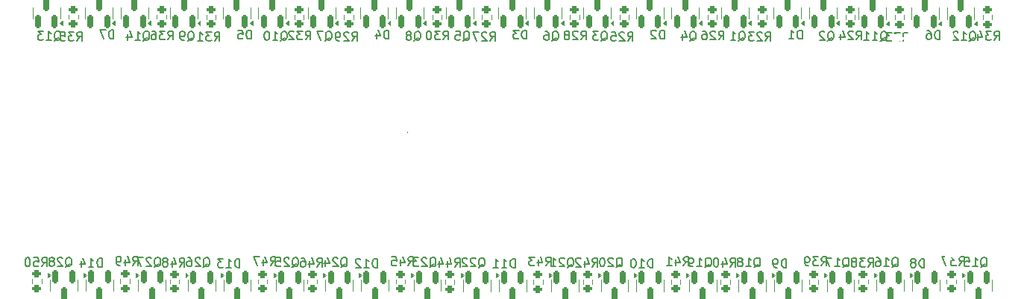
<source format=gbo>
G04 #@! TF.GenerationSoftware,KiCad,Pcbnew,8.0.6-8.0.6-0~ubuntu20.04.1*
G04 #@! TF.CreationDate,2024-11-10T22:02:34+01:00*
G04 #@! TF.ProjectId,home_auto,686f6d65-5f61-4757-946f-2e6b69636164,rev?*
G04 #@! TF.SameCoordinates,Original*
G04 #@! TF.FileFunction,Legend,Bot*
G04 #@! TF.FilePolarity,Positive*
%FSLAX46Y46*%
G04 Gerber Fmt 4.6, Leading zero omitted, Abs format (unit mm)*
G04 Created by KiCad (PCBNEW 8.0.6-8.0.6-0~ubuntu20.04.1) date 2024-11-10 22:02:34*
%MOMM*%
%LPD*%
G01*
G04 APERTURE LIST*
G04 Aperture macros list*
%AMRoundRect*
0 Rectangle with rounded corners*
0 $1 Rounding radius*
0 $2 $3 $4 $5 $6 $7 $8 $9 X,Y pos of 4 corners*
0 Add a 4 corners polygon primitive as box body*
4,1,4,$2,$3,$4,$5,$6,$7,$8,$9,$2,$3,0*
0 Add four circle primitives for the rounded corners*
1,1,$1+$1,$2,$3*
1,1,$1+$1,$4,$5*
1,1,$1+$1,$6,$7*
1,1,$1+$1,$8,$9*
0 Add four rect primitives between the rounded corners*
20,1,$1+$1,$2,$3,$4,$5,0*
20,1,$1+$1,$4,$5,$6,$7,0*
20,1,$1+$1,$6,$7,$8,$9,0*
20,1,$1+$1,$8,$9,$2,$3,0*%
G04 Aperture macros list end*
%ADD10C,0.150000*%
%ADD11C,0.120000*%
%ADD12C,1.650000*%
%ADD13C,1.950000*%
%ADD14R,1.700000X1.700000*%
%ADD15O,1.700000X1.700000*%
%ADD16R,1.000000X1.000000*%
%ADD17O,1.000000X1.000000*%
%ADD18RoundRect,0.150000X-0.150000X0.587500X-0.150000X-0.587500X0.150000X-0.587500X0.150000X0.587500X0*%
%ADD19RoundRect,0.200000X0.275000X-0.200000X0.275000X0.200000X-0.275000X0.200000X-0.275000X-0.200000X0*%
%ADD20RoundRect,0.150000X0.150000X-0.587500X0.150000X0.587500X-0.150000X0.587500X-0.150000X-0.587500X0*%
%ADD21RoundRect,0.200000X-0.275000X0.200000X-0.275000X-0.200000X0.275000X-0.200000X0.275000X0.200000X0*%
G04 APERTURE END LIST*
D10*
X209110178Y-110242557D02*
X209205416Y-110194938D01*
X209205416Y-110194938D02*
X209300654Y-110099700D01*
X209300654Y-110099700D02*
X209443511Y-109956842D01*
X209443511Y-109956842D02*
X209538749Y-109909223D01*
X209538749Y-109909223D02*
X209633987Y-109909223D01*
X209586368Y-110147319D02*
X209681606Y-110099700D01*
X209681606Y-110099700D02*
X209776844Y-110004461D01*
X209776844Y-110004461D02*
X209824463Y-109813985D01*
X209824463Y-109813985D02*
X209824463Y-109480652D01*
X209824463Y-109480652D02*
X209776844Y-109290176D01*
X209776844Y-109290176D02*
X209681606Y-109194938D01*
X209681606Y-109194938D02*
X209586368Y-109147319D01*
X209586368Y-109147319D02*
X209395892Y-109147319D01*
X209395892Y-109147319D02*
X209300654Y-109194938D01*
X209300654Y-109194938D02*
X209205416Y-109290176D01*
X209205416Y-109290176D02*
X209157797Y-109480652D01*
X209157797Y-109480652D02*
X209157797Y-109813985D01*
X209157797Y-109813985D02*
X209205416Y-110004461D01*
X209205416Y-110004461D02*
X209300654Y-110099700D01*
X209300654Y-110099700D02*
X209395892Y-110147319D01*
X209395892Y-110147319D02*
X209586368Y-110147319D01*
X208776844Y-109242557D02*
X208729225Y-109194938D01*
X208729225Y-109194938D02*
X208633987Y-109147319D01*
X208633987Y-109147319D02*
X208395892Y-109147319D01*
X208395892Y-109147319D02*
X208300654Y-109194938D01*
X208300654Y-109194938D02*
X208253035Y-109242557D01*
X208253035Y-109242557D02*
X208205416Y-109337795D01*
X208205416Y-109337795D02*
X208205416Y-109433033D01*
X208205416Y-109433033D02*
X208253035Y-109575890D01*
X208253035Y-109575890D02*
X208824463Y-110147319D01*
X208824463Y-110147319D02*
X208205416Y-110147319D01*
X207586368Y-109147319D02*
X207491130Y-109147319D01*
X207491130Y-109147319D02*
X207395892Y-109194938D01*
X207395892Y-109194938D02*
X207348273Y-109242557D01*
X207348273Y-109242557D02*
X207300654Y-109337795D01*
X207300654Y-109337795D02*
X207253035Y-109528271D01*
X207253035Y-109528271D02*
X207253035Y-109766366D01*
X207253035Y-109766366D02*
X207300654Y-109956842D01*
X207300654Y-109956842D02*
X207348273Y-110052080D01*
X207348273Y-110052080D02*
X207395892Y-110099700D01*
X207395892Y-110099700D02*
X207491130Y-110147319D01*
X207491130Y-110147319D02*
X207586368Y-110147319D01*
X207586368Y-110147319D02*
X207681606Y-110099700D01*
X207681606Y-110099700D02*
X207729225Y-110052080D01*
X207729225Y-110052080D02*
X207776844Y-109956842D01*
X207776844Y-109956842D02*
X207824463Y-109766366D01*
X207824463Y-109766366D02*
X207824463Y-109528271D01*
X207824463Y-109528271D02*
X207776844Y-109337795D01*
X207776844Y-109337795D02*
X207729225Y-109242557D01*
X207729225Y-109242557D02*
X207681606Y-109194938D01*
X207681606Y-109194938D02*
X207586368Y-109147319D01*
X228435594Y-110267319D02*
X228435594Y-109267319D01*
X228435594Y-109267319D02*
X228197499Y-109267319D01*
X228197499Y-109267319D02*
X228054642Y-109314938D01*
X228054642Y-109314938D02*
X227959404Y-109410176D01*
X227959404Y-109410176D02*
X227911785Y-109505414D01*
X227911785Y-109505414D02*
X227864166Y-109695890D01*
X227864166Y-109695890D02*
X227864166Y-109838747D01*
X227864166Y-109838747D02*
X227911785Y-110029223D01*
X227911785Y-110029223D02*
X227959404Y-110124461D01*
X227959404Y-110124461D02*
X228054642Y-110219700D01*
X228054642Y-110219700D02*
X228197499Y-110267319D01*
X228197499Y-110267319D02*
X228435594Y-110267319D01*
X227387975Y-110267319D02*
X227197499Y-110267319D01*
X227197499Y-110267319D02*
X227102261Y-110219700D01*
X227102261Y-110219700D02*
X227054642Y-110172080D01*
X227054642Y-110172080D02*
X226959404Y-110029223D01*
X226959404Y-110029223D02*
X226911785Y-109838747D01*
X226911785Y-109838747D02*
X226911785Y-109457795D01*
X226911785Y-109457795D02*
X226959404Y-109362557D01*
X226959404Y-109362557D02*
X227007023Y-109314938D01*
X227007023Y-109314938D02*
X227102261Y-109267319D01*
X227102261Y-109267319D02*
X227292737Y-109267319D01*
X227292737Y-109267319D02*
X227387975Y-109314938D01*
X227387975Y-109314938D02*
X227435594Y-109362557D01*
X227435594Y-109362557D02*
X227483213Y-109457795D01*
X227483213Y-109457795D02*
X227483213Y-109695890D01*
X227483213Y-109695890D02*
X227435594Y-109791128D01*
X227435594Y-109791128D02*
X227387975Y-109838747D01*
X227387975Y-109838747D02*
X227292737Y-109886366D01*
X227292737Y-109886366D02*
X227102261Y-109886366D01*
X227102261Y-109886366D02*
X227007023Y-109838747D01*
X227007023Y-109838747D02*
X226959404Y-109791128D01*
X226959404Y-109791128D02*
X226911785Y-109695890D01*
X154254107Y-110009819D02*
X154587440Y-109533628D01*
X154825535Y-110009819D02*
X154825535Y-109009819D01*
X154825535Y-109009819D02*
X154444583Y-109009819D01*
X154444583Y-109009819D02*
X154349345Y-109057438D01*
X154349345Y-109057438D02*
X154301726Y-109105057D01*
X154301726Y-109105057D02*
X154254107Y-109200295D01*
X154254107Y-109200295D02*
X154254107Y-109343152D01*
X154254107Y-109343152D02*
X154301726Y-109438390D01*
X154301726Y-109438390D02*
X154349345Y-109486009D01*
X154349345Y-109486009D02*
X154444583Y-109533628D01*
X154444583Y-109533628D02*
X154825535Y-109533628D01*
X153396964Y-109343152D02*
X153396964Y-110009819D01*
X153635059Y-108962200D02*
X153873154Y-109676485D01*
X153873154Y-109676485D02*
X153254107Y-109676485D01*
X152825535Y-110009819D02*
X152635059Y-110009819D01*
X152635059Y-110009819D02*
X152539821Y-109962200D01*
X152539821Y-109962200D02*
X152492202Y-109914580D01*
X152492202Y-109914580D02*
X152396964Y-109771723D01*
X152396964Y-109771723D02*
X152349345Y-109581247D01*
X152349345Y-109581247D02*
X152349345Y-109200295D01*
X152349345Y-109200295D02*
X152396964Y-109105057D01*
X152396964Y-109105057D02*
X152444583Y-109057438D01*
X152444583Y-109057438D02*
X152539821Y-109009819D01*
X152539821Y-109009819D02*
X152730297Y-109009819D01*
X152730297Y-109009819D02*
X152825535Y-109057438D01*
X152825535Y-109057438D02*
X152873154Y-109105057D01*
X152873154Y-109105057D02*
X152920773Y-109200295D01*
X152920773Y-109200295D02*
X152920773Y-109438390D01*
X152920773Y-109438390D02*
X152873154Y-109533628D01*
X152873154Y-109533628D02*
X152825535Y-109581247D01*
X152825535Y-109581247D02*
X152730297Y-109628866D01*
X152730297Y-109628866D02*
X152539821Y-109628866D01*
X152539821Y-109628866D02*
X152444583Y-109581247D01*
X152444583Y-109581247D02*
X152396964Y-109533628D01*
X152396964Y-109533628D02*
X152349345Y-109438390D01*
X190812857Y-110189819D02*
X191146190Y-109713628D01*
X191384285Y-110189819D02*
X191384285Y-109189819D01*
X191384285Y-109189819D02*
X191003333Y-109189819D01*
X191003333Y-109189819D02*
X190908095Y-109237438D01*
X190908095Y-109237438D02*
X190860476Y-109285057D01*
X190860476Y-109285057D02*
X190812857Y-109380295D01*
X190812857Y-109380295D02*
X190812857Y-109523152D01*
X190812857Y-109523152D02*
X190860476Y-109618390D01*
X190860476Y-109618390D02*
X190908095Y-109666009D01*
X190908095Y-109666009D02*
X191003333Y-109713628D01*
X191003333Y-109713628D02*
X191384285Y-109713628D01*
X189955714Y-109523152D02*
X189955714Y-110189819D01*
X190193809Y-109142200D02*
X190431904Y-109856485D01*
X190431904Y-109856485D02*
X189812857Y-109856485D01*
X189003333Y-109523152D02*
X189003333Y-110189819D01*
X189241428Y-109142200D02*
X189479523Y-109856485D01*
X189479523Y-109856485D02*
X188860476Y-109856485D01*
X237737857Y-110172319D02*
X238071190Y-109696128D01*
X238309285Y-110172319D02*
X238309285Y-109172319D01*
X238309285Y-109172319D02*
X237928333Y-109172319D01*
X237928333Y-109172319D02*
X237833095Y-109219938D01*
X237833095Y-109219938D02*
X237785476Y-109267557D01*
X237785476Y-109267557D02*
X237737857Y-109362795D01*
X237737857Y-109362795D02*
X237737857Y-109505652D01*
X237737857Y-109505652D02*
X237785476Y-109600890D01*
X237785476Y-109600890D02*
X237833095Y-109648509D01*
X237833095Y-109648509D02*
X237928333Y-109696128D01*
X237928333Y-109696128D02*
X238309285Y-109696128D01*
X237404523Y-109172319D02*
X236785476Y-109172319D01*
X236785476Y-109172319D02*
X237118809Y-109553271D01*
X237118809Y-109553271D02*
X236975952Y-109553271D01*
X236975952Y-109553271D02*
X236880714Y-109600890D01*
X236880714Y-109600890D02*
X236833095Y-109648509D01*
X236833095Y-109648509D02*
X236785476Y-109743747D01*
X236785476Y-109743747D02*
X236785476Y-109981842D01*
X236785476Y-109981842D02*
X236833095Y-110077080D01*
X236833095Y-110077080D02*
X236880714Y-110124700D01*
X236880714Y-110124700D02*
X236975952Y-110172319D01*
X236975952Y-110172319D02*
X237261666Y-110172319D01*
X237261666Y-110172319D02*
X237356904Y-110124700D01*
X237356904Y-110124700D02*
X237404523Y-110077080D01*
X236214047Y-109600890D02*
X236309285Y-109553271D01*
X236309285Y-109553271D02*
X236356904Y-109505652D01*
X236356904Y-109505652D02*
X236404523Y-109410414D01*
X236404523Y-109410414D02*
X236404523Y-109362795D01*
X236404523Y-109362795D02*
X236356904Y-109267557D01*
X236356904Y-109267557D02*
X236309285Y-109219938D01*
X236309285Y-109219938D02*
X236214047Y-109172319D01*
X236214047Y-109172319D02*
X236023571Y-109172319D01*
X236023571Y-109172319D02*
X235928333Y-109219938D01*
X235928333Y-109219938D02*
X235880714Y-109267557D01*
X235880714Y-109267557D02*
X235833095Y-109362795D01*
X235833095Y-109362795D02*
X235833095Y-109410414D01*
X235833095Y-109410414D02*
X235880714Y-109505652D01*
X235880714Y-109505652D02*
X235928333Y-109553271D01*
X235928333Y-109553271D02*
X236023571Y-109600890D01*
X236023571Y-109600890D02*
X236214047Y-109600890D01*
X236214047Y-109600890D02*
X236309285Y-109648509D01*
X236309285Y-109648509D02*
X236356904Y-109696128D01*
X236356904Y-109696128D02*
X236404523Y-109791366D01*
X236404523Y-109791366D02*
X236404523Y-109981842D01*
X236404523Y-109981842D02*
X236356904Y-110077080D01*
X236356904Y-110077080D02*
X236309285Y-110124700D01*
X236309285Y-110124700D02*
X236214047Y-110172319D01*
X236214047Y-110172319D02*
X236023571Y-110172319D01*
X236023571Y-110172319D02*
X235928333Y-110124700D01*
X235928333Y-110124700D02*
X235880714Y-110077080D01*
X235880714Y-110077080D02*
X235833095Y-109981842D01*
X235833095Y-109981842D02*
X235833095Y-109791366D01*
X235833095Y-109791366D02*
X235880714Y-109696128D01*
X235880714Y-109696128D02*
X235928333Y-109648509D01*
X235928333Y-109648509D02*
X236023571Y-109600890D01*
X150751785Y-110227319D02*
X150751785Y-109227319D01*
X150751785Y-109227319D02*
X150513690Y-109227319D01*
X150513690Y-109227319D02*
X150370833Y-109274938D01*
X150370833Y-109274938D02*
X150275595Y-109370176D01*
X150275595Y-109370176D02*
X150227976Y-109465414D01*
X150227976Y-109465414D02*
X150180357Y-109655890D01*
X150180357Y-109655890D02*
X150180357Y-109798747D01*
X150180357Y-109798747D02*
X150227976Y-109989223D01*
X150227976Y-109989223D02*
X150275595Y-110084461D01*
X150275595Y-110084461D02*
X150370833Y-110179700D01*
X150370833Y-110179700D02*
X150513690Y-110227319D01*
X150513690Y-110227319D02*
X150751785Y-110227319D01*
X149227976Y-110227319D02*
X149799404Y-110227319D01*
X149513690Y-110227319D02*
X149513690Y-109227319D01*
X149513690Y-109227319D02*
X149608928Y-109370176D01*
X149608928Y-109370176D02*
X149704166Y-109465414D01*
X149704166Y-109465414D02*
X149799404Y-109513033D01*
X148370833Y-109560652D02*
X148370833Y-110227319D01*
X148608928Y-109179700D02*
X148847023Y-109893985D01*
X148847023Y-109893985D02*
X148227976Y-109893985D01*
X166381785Y-110257319D02*
X166381785Y-109257319D01*
X166381785Y-109257319D02*
X166143690Y-109257319D01*
X166143690Y-109257319D02*
X166000833Y-109304938D01*
X166000833Y-109304938D02*
X165905595Y-109400176D01*
X165905595Y-109400176D02*
X165857976Y-109495414D01*
X165857976Y-109495414D02*
X165810357Y-109685890D01*
X165810357Y-109685890D02*
X165810357Y-109828747D01*
X165810357Y-109828747D02*
X165857976Y-110019223D01*
X165857976Y-110019223D02*
X165905595Y-110114461D01*
X165905595Y-110114461D02*
X166000833Y-110209700D01*
X166000833Y-110209700D02*
X166143690Y-110257319D01*
X166143690Y-110257319D02*
X166381785Y-110257319D01*
X164857976Y-110257319D02*
X165429404Y-110257319D01*
X165143690Y-110257319D02*
X165143690Y-109257319D01*
X165143690Y-109257319D02*
X165238928Y-109400176D01*
X165238928Y-109400176D02*
X165334166Y-109495414D01*
X165334166Y-109495414D02*
X165429404Y-109543033D01*
X164524642Y-109257319D02*
X163905595Y-109257319D01*
X163905595Y-109257319D02*
X164238928Y-109638271D01*
X164238928Y-109638271D02*
X164096071Y-109638271D01*
X164096071Y-109638271D02*
X164000833Y-109685890D01*
X164000833Y-109685890D02*
X163953214Y-109733509D01*
X163953214Y-109733509D02*
X163905595Y-109828747D01*
X163905595Y-109828747D02*
X163905595Y-110066842D01*
X163905595Y-110066842D02*
X163953214Y-110162080D01*
X163953214Y-110162080D02*
X164000833Y-110209700D01*
X164000833Y-110209700D02*
X164096071Y-110257319D01*
X164096071Y-110257319D02*
X164381785Y-110257319D01*
X164381785Y-110257319D02*
X164477023Y-110209700D01*
X164477023Y-110209700D02*
X164524642Y-110162080D01*
X219191428Y-110242557D02*
X219286666Y-110194938D01*
X219286666Y-110194938D02*
X219381904Y-110099700D01*
X219381904Y-110099700D02*
X219524761Y-109956842D01*
X219524761Y-109956842D02*
X219619999Y-109909223D01*
X219619999Y-109909223D02*
X219715237Y-109909223D01*
X219667618Y-110147319D02*
X219762856Y-110099700D01*
X219762856Y-110099700D02*
X219858094Y-110004461D01*
X219858094Y-110004461D02*
X219905713Y-109813985D01*
X219905713Y-109813985D02*
X219905713Y-109480652D01*
X219905713Y-109480652D02*
X219858094Y-109290176D01*
X219858094Y-109290176D02*
X219762856Y-109194938D01*
X219762856Y-109194938D02*
X219667618Y-109147319D01*
X219667618Y-109147319D02*
X219477142Y-109147319D01*
X219477142Y-109147319D02*
X219381904Y-109194938D01*
X219381904Y-109194938D02*
X219286666Y-109290176D01*
X219286666Y-109290176D02*
X219239047Y-109480652D01*
X219239047Y-109480652D02*
X219239047Y-109813985D01*
X219239047Y-109813985D02*
X219286666Y-110004461D01*
X219286666Y-110004461D02*
X219381904Y-110099700D01*
X219381904Y-110099700D02*
X219477142Y-110147319D01*
X219477142Y-110147319D02*
X219667618Y-110147319D01*
X218286666Y-110147319D02*
X218858094Y-110147319D01*
X218572380Y-110147319D02*
X218572380Y-109147319D01*
X218572380Y-109147319D02*
X218667618Y-109290176D01*
X218667618Y-109290176D02*
X218762856Y-109385414D01*
X218762856Y-109385414D02*
X218858094Y-109433033D01*
X217810475Y-110147319D02*
X217619999Y-110147319D01*
X217619999Y-110147319D02*
X217524761Y-110099700D01*
X217524761Y-110099700D02*
X217477142Y-110052080D01*
X217477142Y-110052080D02*
X217381904Y-109909223D01*
X217381904Y-109909223D02*
X217334285Y-109718747D01*
X217334285Y-109718747D02*
X217334285Y-109337795D01*
X217334285Y-109337795D02*
X217381904Y-109242557D01*
X217381904Y-109242557D02*
X217429523Y-109194938D01*
X217429523Y-109194938D02*
X217524761Y-109147319D01*
X217524761Y-109147319D02*
X217715237Y-109147319D01*
X217715237Y-109147319D02*
X217810475Y-109194938D01*
X217810475Y-109194938D02*
X217858094Y-109242557D01*
X217858094Y-109242557D02*
X217905713Y-109337795D01*
X217905713Y-109337795D02*
X217905713Y-109575890D01*
X217905713Y-109575890D02*
X217858094Y-109671128D01*
X217858094Y-109671128D02*
X217810475Y-109718747D01*
X217810475Y-109718747D02*
X217715237Y-109766366D01*
X217715237Y-109766366D02*
X217524761Y-109766366D01*
X217524761Y-109766366D02*
X217429523Y-109718747D01*
X217429523Y-109718747D02*
X217381904Y-109671128D01*
X217381904Y-109671128D02*
X217334285Y-109575890D01*
X169884107Y-110039819D02*
X170217440Y-109563628D01*
X170455535Y-110039819D02*
X170455535Y-109039819D01*
X170455535Y-109039819D02*
X170074583Y-109039819D01*
X170074583Y-109039819D02*
X169979345Y-109087438D01*
X169979345Y-109087438D02*
X169931726Y-109135057D01*
X169931726Y-109135057D02*
X169884107Y-109230295D01*
X169884107Y-109230295D02*
X169884107Y-109373152D01*
X169884107Y-109373152D02*
X169931726Y-109468390D01*
X169931726Y-109468390D02*
X169979345Y-109516009D01*
X169979345Y-109516009D02*
X170074583Y-109563628D01*
X170074583Y-109563628D02*
X170455535Y-109563628D01*
X169026964Y-109373152D02*
X169026964Y-110039819D01*
X169265059Y-108992200D02*
X169503154Y-109706485D01*
X169503154Y-109706485D02*
X168884107Y-109706485D01*
X168598392Y-109039819D02*
X167931726Y-109039819D01*
X167931726Y-109039819D02*
X168360297Y-110039819D01*
X233103988Y-84460057D02*
X233199226Y-84412438D01*
X233199226Y-84412438D02*
X233294464Y-84317200D01*
X233294464Y-84317200D02*
X233437321Y-84174342D01*
X233437321Y-84174342D02*
X233532559Y-84126723D01*
X233532559Y-84126723D02*
X233627797Y-84126723D01*
X233580178Y-84364819D02*
X233675416Y-84317200D01*
X233675416Y-84317200D02*
X233770654Y-84221961D01*
X233770654Y-84221961D02*
X233818273Y-84031485D01*
X233818273Y-84031485D02*
X233818273Y-83698152D01*
X233818273Y-83698152D02*
X233770654Y-83507676D01*
X233770654Y-83507676D02*
X233675416Y-83412438D01*
X233675416Y-83412438D02*
X233580178Y-83364819D01*
X233580178Y-83364819D02*
X233389702Y-83364819D01*
X233389702Y-83364819D02*
X233294464Y-83412438D01*
X233294464Y-83412438D02*
X233199226Y-83507676D01*
X233199226Y-83507676D02*
X233151607Y-83698152D01*
X233151607Y-83698152D02*
X233151607Y-84031485D01*
X233151607Y-84031485D02*
X233199226Y-84221961D01*
X233199226Y-84221961D02*
X233294464Y-84317200D01*
X233294464Y-84317200D02*
X233389702Y-84364819D01*
X233389702Y-84364819D02*
X233580178Y-84364819D01*
X232770654Y-83460057D02*
X232723035Y-83412438D01*
X232723035Y-83412438D02*
X232627797Y-83364819D01*
X232627797Y-83364819D02*
X232389702Y-83364819D01*
X232389702Y-83364819D02*
X232294464Y-83412438D01*
X232294464Y-83412438D02*
X232246845Y-83460057D01*
X232246845Y-83460057D02*
X232199226Y-83555295D01*
X232199226Y-83555295D02*
X232199226Y-83650533D01*
X232199226Y-83650533D02*
X232246845Y-83793390D01*
X232246845Y-83793390D02*
X232818273Y-84364819D01*
X232818273Y-84364819D02*
X232199226Y-84364819D01*
X220762857Y-84329819D02*
X221096190Y-83853628D01*
X221334285Y-84329819D02*
X221334285Y-83329819D01*
X221334285Y-83329819D02*
X220953333Y-83329819D01*
X220953333Y-83329819D02*
X220858095Y-83377438D01*
X220858095Y-83377438D02*
X220810476Y-83425057D01*
X220810476Y-83425057D02*
X220762857Y-83520295D01*
X220762857Y-83520295D02*
X220762857Y-83663152D01*
X220762857Y-83663152D02*
X220810476Y-83758390D01*
X220810476Y-83758390D02*
X220858095Y-83806009D01*
X220858095Y-83806009D02*
X220953333Y-83853628D01*
X220953333Y-83853628D02*
X221334285Y-83853628D01*
X220381904Y-83425057D02*
X220334285Y-83377438D01*
X220334285Y-83377438D02*
X220239047Y-83329819D01*
X220239047Y-83329819D02*
X220000952Y-83329819D01*
X220000952Y-83329819D02*
X219905714Y-83377438D01*
X219905714Y-83377438D02*
X219858095Y-83425057D01*
X219858095Y-83425057D02*
X219810476Y-83520295D01*
X219810476Y-83520295D02*
X219810476Y-83615533D01*
X219810476Y-83615533D02*
X219858095Y-83758390D01*
X219858095Y-83758390D02*
X220429523Y-84329819D01*
X220429523Y-84329819D02*
X219810476Y-84329819D01*
X218953333Y-83329819D02*
X219143809Y-83329819D01*
X219143809Y-83329819D02*
X219239047Y-83377438D01*
X219239047Y-83377438D02*
X219286666Y-83425057D01*
X219286666Y-83425057D02*
X219381904Y-83567914D01*
X219381904Y-83567914D02*
X219429523Y-83758390D01*
X219429523Y-83758390D02*
X219429523Y-84139342D01*
X219429523Y-84139342D02*
X219381904Y-84234580D01*
X219381904Y-84234580D02*
X219334285Y-84282200D01*
X219334285Y-84282200D02*
X219239047Y-84329819D01*
X219239047Y-84329819D02*
X219048571Y-84329819D01*
X219048571Y-84329819D02*
X218953333Y-84282200D01*
X218953333Y-84282200D02*
X218905714Y-84234580D01*
X218905714Y-84234580D02*
X218858095Y-84139342D01*
X218858095Y-84139342D02*
X218858095Y-83901247D01*
X218858095Y-83901247D02*
X218905714Y-83806009D01*
X218905714Y-83806009D02*
X218953333Y-83758390D01*
X218953333Y-83758390D02*
X219048571Y-83710771D01*
X219048571Y-83710771D02*
X219239047Y-83710771D01*
X219239047Y-83710771D02*
X219334285Y-83758390D01*
X219334285Y-83758390D02*
X219381904Y-83806009D01*
X219381904Y-83806009D02*
X219429523Y-83901247D01*
X203571428Y-110252557D02*
X203666666Y-110204938D01*
X203666666Y-110204938D02*
X203761904Y-110109700D01*
X203761904Y-110109700D02*
X203904761Y-109966842D01*
X203904761Y-109966842D02*
X203999999Y-109919223D01*
X203999999Y-109919223D02*
X204095237Y-109919223D01*
X204047618Y-110157319D02*
X204142856Y-110109700D01*
X204142856Y-110109700D02*
X204238094Y-110014461D01*
X204238094Y-110014461D02*
X204285713Y-109823985D01*
X204285713Y-109823985D02*
X204285713Y-109490652D01*
X204285713Y-109490652D02*
X204238094Y-109300176D01*
X204238094Y-109300176D02*
X204142856Y-109204938D01*
X204142856Y-109204938D02*
X204047618Y-109157319D01*
X204047618Y-109157319D02*
X203857142Y-109157319D01*
X203857142Y-109157319D02*
X203761904Y-109204938D01*
X203761904Y-109204938D02*
X203666666Y-109300176D01*
X203666666Y-109300176D02*
X203619047Y-109490652D01*
X203619047Y-109490652D02*
X203619047Y-109823985D01*
X203619047Y-109823985D02*
X203666666Y-110014461D01*
X203666666Y-110014461D02*
X203761904Y-110109700D01*
X203761904Y-110109700D02*
X203857142Y-110157319D01*
X203857142Y-110157319D02*
X204047618Y-110157319D01*
X203238094Y-109252557D02*
X203190475Y-109204938D01*
X203190475Y-109204938D02*
X203095237Y-109157319D01*
X203095237Y-109157319D02*
X202857142Y-109157319D01*
X202857142Y-109157319D02*
X202761904Y-109204938D01*
X202761904Y-109204938D02*
X202714285Y-109252557D01*
X202714285Y-109252557D02*
X202666666Y-109347795D01*
X202666666Y-109347795D02*
X202666666Y-109443033D01*
X202666666Y-109443033D02*
X202714285Y-109585890D01*
X202714285Y-109585890D02*
X203285713Y-110157319D01*
X203285713Y-110157319D02*
X202666666Y-110157319D01*
X201714285Y-110157319D02*
X202285713Y-110157319D01*
X201999999Y-110157319D02*
X201999999Y-109157319D01*
X201999999Y-109157319D02*
X202095237Y-109300176D01*
X202095237Y-109300176D02*
X202190475Y-109395414D01*
X202190475Y-109395414D02*
X202285713Y-109443033D01*
X147904107Y-84452319D02*
X148237440Y-83976128D01*
X148475535Y-84452319D02*
X148475535Y-83452319D01*
X148475535Y-83452319D02*
X148094583Y-83452319D01*
X148094583Y-83452319D02*
X147999345Y-83499938D01*
X147999345Y-83499938D02*
X147951726Y-83547557D01*
X147951726Y-83547557D02*
X147904107Y-83642795D01*
X147904107Y-83642795D02*
X147904107Y-83785652D01*
X147904107Y-83785652D02*
X147951726Y-83880890D01*
X147951726Y-83880890D02*
X147999345Y-83928509D01*
X147999345Y-83928509D02*
X148094583Y-83976128D01*
X148094583Y-83976128D02*
X148475535Y-83976128D01*
X147570773Y-83452319D02*
X146951726Y-83452319D01*
X146951726Y-83452319D02*
X147285059Y-83833271D01*
X147285059Y-83833271D02*
X147142202Y-83833271D01*
X147142202Y-83833271D02*
X147046964Y-83880890D01*
X147046964Y-83880890D02*
X146999345Y-83928509D01*
X146999345Y-83928509D02*
X146951726Y-84023747D01*
X146951726Y-84023747D02*
X146951726Y-84261842D01*
X146951726Y-84261842D02*
X146999345Y-84357080D01*
X146999345Y-84357080D02*
X147046964Y-84404700D01*
X147046964Y-84404700D02*
X147142202Y-84452319D01*
X147142202Y-84452319D02*
X147427916Y-84452319D01*
X147427916Y-84452319D02*
X147523154Y-84404700D01*
X147523154Y-84404700D02*
X147570773Y-84357080D01*
X146046964Y-83452319D02*
X146523154Y-83452319D01*
X146523154Y-83452319D02*
X146570773Y-83928509D01*
X146570773Y-83928509D02*
X146523154Y-83880890D01*
X146523154Y-83880890D02*
X146427916Y-83833271D01*
X146427916Y-83833271D02*
X146189821Y-83833271D01*
X146189821Y-83833271D02*
X146094583Y-83880890D01*
X146094583Y-83880890D02*
X146046964Y-83928509D01*
X146046964Y-83928509D02*
X145999345Y-84023747D01*
X145999345Y-84023747D02*
X145999345Y-84261842D01*
X145999345Y-84261842D02*
X146046964Y-84357080D01*
X146046964Y-84357080D02*
X146094583Y-84404700D01*
X146094583Y-84404700D02*
X146189821Y-84452319D01*
X146189821Y-84452319D02*
X146427916Y-84452319D01*
X146427916Y-84452319D02*
X146523154Y-84404700D01*
X146523154Y-84404700D02*
X146570773Y-84357080D01*
X206432857Y-110179819D02*
X206766190Y-109703628D01*
X207004285Y-110179819D02*
X207004285Y-109179819D01*
X207004285Y-109179819D02*
X206623333Y-109179819D01*
X206623333Y-109179819D02*
X206528095Y-109227438D01*
X206528095Y-109227438D02*
X206480476Y-109275057D01*
X206480476Y-109275057D02*
X206432857Y-109370295D01*
X206432857Y-109370295D02*
X206432857Y-109513152D01*
X206432857Y-109513152D02*
X206480476Y-109608390D01*
X206480476Y-109608390D02*
X206528095Y-109656009D01*
X206528095Y-109656009D02*
X206623333Y-109703628D01*
X206623333Y-109703628D02*
X207004285Y-109703628D01*
X205575714Y-109513152D02*
X205575714Y-110179819D01*
X205813809Y-109132200D02*
X206051904Y-109846485D01*
X206051904Y-109846485D02*
X205432857Y-109846485D01*
X205099523Y-109275057D02*
X205051904Y-109227438D01*
X205051904Y-109227438D02*
X204956666Y-109179819D01*
X204956666Y-109179819D02*
X204718571Y-109179819D01*
X204718571Y-109179819D02*
X204623333Y-109227438D01*
X204623333Y-109227438D02*
X204575714Y-109275057D01*
X204575714Y-109275057D02*
X204528095Y-109370295D01*
X204528095Y-109370295D02*
X204528095Y-109465533D01*
X204528095Y-109465533D02*
X204575714Y-109608390D01*
X204575714Y-109608390D02*
X205147142Y-110179819D01*
X205147142Y-110179819D02*
X204528095Y-110179819D01*
X155415178Y-84450057D02*
X155510416Y-84402438D01*
X155510416Y-84402438D02*
X155605654Y-84307200D01*
X155605654Y-84307200D02*
X155748511Y-84164342D01*
X155748511Y-84164342D02*
X155843749Y-84116723D01*
X155843749Y-84116723D02*
X155938987Y-84116723D01*
X155891368Y-84354819D02*
X155986606Y-84307200D01*
X155986606Y-84307200D02*
X156081844Y-84211961D01*
X156081844Y-84211961D02*
X156129463Y-84021485D01*
X156129463Y-84021485D02*
X156129463Y-83688152D01*
X156129463Y-83688152D02*
X156081844Y-83497676D01*
X156081844Y-83497676D02*
X155986606Y-83402438D01*
X155986606Y-83402438D02*
X155891368Y-83354819D01*
X155891368Y-83354819D02*
X155700892Y-83354819D01*
X155700892Y-83354819D02*
X155605654Y-83402438D01*
X155605654Y-83402438D02*
X155510416Y-83497676D01*
X155510416Y-83497676D02*
X155462797Y-83688152D01*
X155462797Y-83688152D02*
X155462797Y-84021485D01*
X155462797Y-84021485D02*
X155510416Y-84211961D01*
X155510416Y-84211961D02*
X155605654Y-84307200D01*
X155605654Y-84307200D02*
X155700892Y-84354819D01*
X155700892Y-84354819D02*
X155891368Y-84354819D01*
X154510416Y-84354819D02*
X155081844Y-84354819D01*
X154796130Y-84354819D02*
X154796130Y-83354819D01*
X154796130Y-83354819D02*
X154891368Y-83497676D01*
X154891368Y-83497676D02*
X154986606Y-83592914D01*
X154986606Y-83592914D02*
X155081844Y-83640533D01*
X153653273Y-83688152D02*
X153653273Y-84354819D01*
X153891368Y-83307200D02*
X154129463Y-84021485D01*
X154129463Y-84021485D02*
X153510416Y-84021485D01*
X146600178Y-110202557D02*
X146695416Y-110154938D01*
X146695416Y-110154938D02*
X146790654Y-110059700D01*
X146790654Y-110059700D02*
X146933511Y-109916842D01*
X146933511Y-109916842D02*
X147028749Y-109869223D01*
X147028749Y-109869223D02*
X147123987Y-109869223D01*
X147076368Y-110107319D02*
X147171606Y-110059700D01*
X147171606Y-110059700D02*
X147266844Y-109964461D01*
X147266844Y-109964461D02*
X147314463Y-109773985D01*
X147314463Y-109773985D02*
X147314463Y-109440652D01*
X147314463Y-109440652D02*
X147266844Y-109250176D01*
X147266844Y-109250176D02*
X147171606Y-109154938D01*
X147171606Y-109154938D02*
X147076368Y-109107319D01*
X147076368Y-109107319D02*
X146885892Y-109107319D01*
X146885892Y-109107319D02*
X146790654Y-109154938D01*
X146790654Y-109154938D02*
X146695416Y-109250176D01*
X146695416Y-109250176D02*
X146647797Y-109440652D01*
X146647797Y-109440652D02*
X146647797Y-109773985D01*
X146647797Y-109773985D02*
X146695416Y-109964461D01*
X146695416Y-109964461D02*
X146790654Y-110059700D01*
X146790654Y-110059700D02*
X146885892Y-110107319D01*
X146885892Y-110107319D02*
X147076368Y-110107319D01*
X146266844Y-109202557D02*
X146219225Y-109154938D01*
X146219225Y-109154938D02*
X146123987Y-109107319D01*
X146123987Y-109107319D02*
X145885892Y-109107319D01*
X145885892Y-109107319D02*
X145790654Y-109154938D01*
X145790654Y-109154938D02*
X145743035Y-109202557D01*
X145743035Y-109202557D02*
X145695416Y-109297795D01*
X145695416Y-109297795D02*
X145695416Y-109393033D01*
X145695416Y-109393033D02*
X145743035Y-109535890D01*
X145743035Y-109535890D02*
X146314463Y-110107319D01*
X146314463Y-110107319D02*
X145695416Y-110107319D01*
X145123987Y-109535890D02*
X145219225Y-109488271D01*
X145219225Y-109488271D02*
X145266844Y-109440652D01*
X145266844Y-109440652D02*
X145314463Y-109345414D01*
X145314463Y-109345414D02*
X145314463Y-109297795D01*
X145314463Y-109297795D02*
X145266844Y-109202557D01*
X145266844Y-109202557D02*
X145219225Y-109154938D01*
X145219225Y-109154938D02*
X145123987Y-109107319D01*
X145123987Y-109107319D02*
X144933511Y-109107319D01*
X144933511Y-109107319D02*
X144838273Y-109154938D01*
X144838273Y-109154938D02*
X144790654Y-109202557D01*
X144790654Y-109202557D02*
X144743035Y-109297795D01*
X144743035Y-109297795D02*
X144743035Y-109345414D01*
X144743035Y-109345414D02*
X144790654Y-109440652D01*
X144790654Y-109440652D02*
X144838273Y-109488271D01*
X144838273Y-109488271D02*
X144933511Y-109535890D01*
X144933511Y-109535890D02*
X145123987Y-109535890D01*
X145123987Y-109535890D02*
X145219225Y-109583509D01*
X145219225Y-109583509D02*
X145266844Y-109631128D01*
X145266844Y-109631128D02*
X145314463Y-109726366D01*
X145314463Y-109726366D02*
X145314463Y-109916842D01*
X145314463Y-109916842D02*
X145266844Y-110012080D01*
X145266844Y-110012080D02*
X145219225Y-110059700D01*
X145219225Y-110059700D02*
X145123987Y-110107319D01*
X145123987Y-110107319D02*
X144933511Y-110107319D01*
X144933511Y-110107319D02*
X144838273Y-110059700D01*
X144838273Y-110059700D02*
X144790654Y-110012080D01*
X144790654Y-110012080D02*
X144743035Y-109916842D01*
X144743035Y-109916842D02*
X144743035Y-109726366D01*
X144743035Y-109726366D02*
X144790654Y-109631128D01*
X144790654Y-109631128D02*
X144838273Y-109583509D01*
X144838273Y-109583509D02*
X144933511Y-109535890D01*
X145333928Y-84450057D02*
X145429166Y-84402438D01*
X145429166Y-84402438D02*
X145524404Y-84307200D01*
X145524404Y-84307200D02*
X145667261Y-84164342D01*
X145667261Y-84164342D02*
X145762499Y-84116723D01*
X145762499Y-84116723D02*
X145857737Y-84116723D01*
X145810118Y-84354819D02*
X145905356Y-84307200D01*
X145905356Y-84307200D02*
X146000594Y-84211961D01*
X146000594Y-84211961D02*
X146048213Y-84021485D01*
X146048213Y-84021485D02*
X146048213Y-83688152D01*
X146048213Y-83688152D02*
X146000594Y-83497676D01*
X146000594Y-83497676D02*
X145905356Y-83402438D01*
X145905356Y-83402438D02*
X145810118Y-83354819D01*
X145810118Y-83354819D02*
X145619642Y-83354819D01*
X145619642Y-83354819D02*
X145524404Y-83402438D01*
X145524404Y-83402438D02*
X145429166Y-83497676D01*
X145429166Y-83497676D02*
X145381547Y-83688152D01*
X145381547Y-83688152D02*
X145381547Y-84021485D01*
X145381547Y-84021485D02*
X145429166Y-84211961D01*
X145429166Y-84211961D02*
X145524404Y-84307200D01*
X145524404Y-84307200D02*
X145619642Y-84354819D01*
X145619642Y-84354819D02*
X145810118Y-84354819D01*
X144429166Y-84354819D02*
X145000594Y-84354819D01*
X144714880Y-84354819D02*
X144714880Y-83354819D01*
X144714880Y-83354819D02*
X144810118Y-83497676D01*
X144810118Y-83497676D02*
X144905356Y-83592914D01*
X144905356Y-83592914D02*
X145000594Y-83640533D01*
X144095832Y-83354819D02*
X143476785Y-83354819D01*
X143476785Y-83354819D02*
X143810118Y-83735771D01*
X143810118Y-83735771D02*
X143667261Y-83735771D01*
X143667261Y-83735771D02*
X143572023Y-83783390D01*
X143572023Y-83783390D02*
X143524404Y-83831009D01*
X143524404Y-83831009D02*
X143476785Y-83926247D01*
X143476785Y-83926247D02*
X143476785Y-84164342D01*
X143476785Y-84164342D02*
X143524404Y-84259580D01*
X143524404Y-84259580D02*
X143572023Y-84307200D01*
X143572023Y-84307200D02*
X143667261Y-84354819D01*
X143667261Y-84354819D02*
X143952975Y-84354819D01*
X143952975Y-84354819D02*
X144048213Y-84307200D01*
X144048213Y-84307200D02*
X144095832Y-84259580D01*
X249195178Y-84490057D02*
X249290416Y-84442438D01*
X249290416Y-84442438D02*
X249385654Y-84347200D01*
X249385654Y-84347200D02*
X249528511Y-84204342D01*
X249528511Y-84204342D02*
X249623749Y-84156723D01*
X249623749Y-84156723D02*
X249718987Y-84156723D01*
X249671368Y-84394819D02*
X249766606Y-84347200D01*
X249766606Y-84347200D02*
X249861844Y-84251961D01*
X249861844Y-84251961D02*
X249909463Y-84061485D01*
X249909463Y-84061485D02*
X249909463Y-83728152D01*
X249909463Y-83728152D02*
X249861844Y-83537676D01*
X249861844Y-83537676D02*
X249766606Y-83442438D01*
X249766606Y-83442438D02*
X249671368Y-83394819D01*
X249671368Y-83394819D02*
X249480892Y-83394819D01*
X249480892Y-83394819D02*
X249385654Y-83442438D01*
X249385654Y-83442438D02*
X249290416Y-83537676D01*
X249290416Y-83537676D02*
X249242797Y-83728152D01*
X249242797Y-83728152D02*
X249242797Y-84061485D01*
X249242797Y-84061485D02*
X249290416Y-84251961D01*
X249290416Y-84251961D02*
X249385654Y-84347200D01*
X249385654Y-84347200D02*
X249480892Y-84394819D01*
X249480892Y-84394819D02*
X249671368Y-84394819D01*
X248290416Y-84394819D02*
X248861844Y-84394819D01*
X248576130Y-84394819D02*
X248576130Y-83394819D01*
X248576130Y-83394819D02*
X248671368Y-83537676D01*
X248671368Y-83537676D02*
X248766606Y-83632914D01*
X248766606Y-83632914D02*
X248861844Y-83680533D01*
X247909463Y-83490057D02*
X247861844Y-83442438D01*
X247861844Y-83442438D02*
X247766606Y-83394819D01*
X247766606Y-83394819D02*
X247528511Y-83394819D01*
X247528511Y-83394819D02*
X247433273Y-83442438D01*
X247433273Y-83442438D02*
X247385654Y-83490057D01*
X247385654Y-83490057D02*
X247338035Y-83585295D01*
X247338035Y-83585295D02*
X247338035Y-83680533D01*
X247338035Y-83680533D02*
X247385654Y-83823390D01*
X247385654Y-83823390D02*
X247957082Y-84394819D01*
X247957082Y-84394819D02*
X247338035Y-84394819D01*
X198968094Y-84244819D02*
X198968094Y-83244819D01*
X198968094Y-83244819D02*
X198729999Y-83244819D01*
X198729999Y-83244819D02*
X198587142Y-83292438D01*
X198587142Y-83292438D02*
X198491904Y-83387676D01*
X198491904Y-83387676D02*
X198444285Y-83482914D01*
X198444285Y-83482914D02*
X198396666Y-83673390D01*
X198396666Y-83673390D02*
X198396666Y-83816247D01*
X198396666Y-83816247D02*
X198444285Y-84006723D01*
X198444285Y-84006723D02*
X198491904Y-84101961D01*
X198491904Y-84101961D02*
X198587142Y-84197200D01*
X198587142Y-84197200D02*
X198729999Y-84244819D01*
X198729999Y-84244819D02*
X198968094Y-84244819D01*
X198063332Y-83244819D02*
X197444285Y-83244819D01*
X197444285Y-83244819D02*
X197777618Y-83625771D01*
X197777618Y-83625771D02*
X197634761Y-83625771D01*
X197634761Y-83625771D02*
X197539523Y-83673390D01*
X197539523Y-83673390D02*
X197491904Y-83721009D01*
X197491904Y-83721009D02*
X197444285Y-83816247D01*
X197444285Y-83816247D02*
X197444285Y-84054342D01*
X197444285Y-84054342D02*
X197491904Y-84149580D01*
X197491904Y-84149580D02*
X197539523Y-84197200D01*
X197539523Y-84197200D02*
X197634761Y-84244819D01*
X197634761Y-84244819D02*
X197920475Y-84244819D01*
X197920475Y-84244819D02*
X198015713Y-84197200D01*
X198015713Y-84197200D02*
X198063332Y-84149580D01*
X185514107Y-110039819D02*
X185847440Y-109563628D01*
X186085535Y-110039819D02*
X186085535Y-109039819D01*
X186085535Y-109039819D02*
X185704583Y-109039819D01*
X185704583Y-109039819D02*
X185609345Y-109087438D01*
X185609345Y-109087438D02*
X185561726Y-109135057D01*
X185561726Y-109135057D02*
X185514107Y-109230295D01*
X185514107Y-109230295D02*
X185514107Y-109373152D01*
X185514107Y-109373152D02*
X185561726Y-109468390D01*
X185561726Y-109468390D02*
X185609345Y-109516009D01*
X185609345Y-109516009D02*
X185704583Y-109563628D01*
X185704583Y-109563628D02*
X186085535Y-109563628D01*
X184656964Y-109373152D02*
X184656964Y-110039819D01*
X184895059Y-108992200D02*
X185133154Y-109706485D01*
X185133154Y-109706485D02*
X184514107Y-109706485D01*
X183656964Y-109039819D02*
X184133154Y-109039819D01*
X184133154Y-109039819D02*
X184180773Y-109516009D01*
X184180773Y-109516009D02*
X184133154Y-109468390D01*
X184133154Y-109468390D02*
X184037916Y-109420771D01*
X184037916Y-109420771D02*
X183799821Y-109420771D01*
X183799821Y-109420771D02*
X183704583Y-109468390D01*
X183704583Y-109468390D02*
X183656964Y-109516009D01*
X183656964Y-109516009D02*
X183609345Y-109611247D01*
X183609345Y-109611247D02*
X183609345Y-109849342D01*
X183609345Y-109849342D02*
X183656964Y-109944580D01*
X183656964Y-109944580D02*
X183704583Y-109992200D01*
X183704583Y-109992200D02*
X183799821Y-110039819D01*
X183799821Y-110039819D02*
X184037916Y-110039819D01*
X184037916Y-110039819D02*
X184133154Y-109992200D01*
X184133154Y-109992200D02*
X184180773Y-109944580D01*
X197641785Y-110277319D02*
X197641785Y-109277319D01*
X197641785Y-109277319D02*
X197403690Y-109277319D01*
X197403690Y-109277319D02*
X197260833Y-109324938D01*
X197260833Y-109324938D02*
X197165595Y-109420176D01*
X197165595Y-109420176D02*
X197117976Y-109515414D01*
X197117976Y-109515414D02*
X197070357Y-109705890D01*
X197070357Y-109705890D02*
X197070357Y-109848747D01*
X197070357Y-109848747D02*
X197117976Y-110039223D01*
X197117976Y-110039223D02*
X197165595Y-110134461D01*
X197165595Y-110134461D02*
X197260833Y-110229700D01*
X197260833Y-110229700D02*
X197403690Y-110277319D01*
X197403690Y-110277319D02*
X197641785Y-110277319D01*
X196117976Y-110277319D02*
X196689404Y-110277319D01*
X196403690Y-110277319D02*
X196403690Y-109277319D01*
X196403690Y-109277319D02*
X196498928Y-109420176D01*
X196498928Y-109420176D02*
X196594166Y-109515414D01*
X196594166Y-109515414D02*
X196689404Y-109563033D01*
X195165595Y-110277319D02*
X195737023Y-110277319D01*
X195451309Y-110277319D02*
X195451309Y-109277319D01*
X195451309Y-109277319D02*
X195546547Y-109420176D01*
X195546547Y-109420176D02*
X195641785Y-109515414D01*
X195641785Y-109515414D02*
X195737023Y-109563033D01*
X232414107Y-110049819D02*
X232747440Y-109573628D01*
X232985535Y-110049819D02*
X232985535Y-109049819D01*
X232985535Y-109049819D02*
X232604583Y-109049819D01*
X232604583Y-109049819D02*
X232509345Y-109097438D01*
X232509345Y-109097438D02*
X232461726Y-109145057D01*
X232461726Y-109145057D02*
X232414107Y-109240295D01*
X232414107Y-109240295D02*
X232414107Y-109383152D01*
X232414107Y-109383152D02*
X232461726Y-109478390D01*
X232461726Y-109478390D02*
X232509345Y-109526009D01*
X232509345Y-109526009D02*
X232604583Y-109573628D01*
X232604583Y-109573628D02*
X232985535Y-109573628D01*
X232080773Y-109049819D02*
X231461726Y-109049819D01*
X231461726Y-109049819D02*
X231795059Y-109430771D01*
X231795059Y-109430771D02*
X231652202Y-109430771D01*
X231652202Y-109430771D02*
X231556964Y-109478390D01*
X231556964Y-109478390D02*
X231509345Y-109526009D01*
X231509345Y-109526009D02*
X231461726Y-109621247D01*
X231461726Y-109621247D02*
X231461726Y-109859342D01*
X231461726Y-109859342D02*
X231509345Y-109954580D01*
X231509345Y-109954580D02*
X231556964Y-110002200D01*
X231556964Y-110002200D02*
X231652202Y-110049819D01*
X231652202Y-110049819D02*
X231937916Y-110049819D01*
X231937916Y-110049819D02*
X232033154Y-110002200D01*
X232033154Y-110002200D02*
X232080773Y-109954580D01*
X230985535Y-110049819D02*
X230795059Y-110049819D01*
X230795059Y-110049819D02*
X230699821Y-110002200D01*
X230699821Y-110002200D02*
X230652202Y-109954580D01*
X230652202Y-109954580D02*
X230556964Y-109811723D01*
X230556964Y-109811723D02*
X230509345Y-109621247D01*
X230509345Y-109621247D02*
X230509345Y-109240295D01*
X230509345Y-109240295D02*
X230556964Y-109145057D01*
X230556964Y-109145057D02*
X230604583Y-109097438D01*
X230604583Y-109097438D02*
X230699821Y-109049819D01*
X230699821Y-109049819D02*
X230890297Y-109049819D01*
X230890297Y-109049819D02*
X230985535Y-109097438D01*
X230985535Y-109097438D02*
X231033154Y-109145057D01*
X231033154Y-109145057D02*
X231080773Y-109240295D01*
X231080773Y-109240295D02*
X231080773Y-109478390D01*
X231080773Y-109478390D02*
X231033154Y-109573628D01*
X231033154Y-109573628D02*
X230985535Y-109621247D01*
X230985535Y-109621247D02*
X230890297Y-109668866D01*
X230890297Y-109668866D02*
X230699821Y-109668866D01*
X230699821Y-109668866D02*
X230604583Y-109621247D01*
X230604583Y-109621247D02*
X230556964Y-109573628D01*
X230556964Y-109573628D02*
X230509345Y-109478390D01*
X230238094Y-84244819D02*
X230238094Y-83244819D01*
X230238094Y-83244819D02*
X229999999Y-83244819D01*
X229999999Y-83244819D02*
X229857142Y-83292438D01*
X229857142Y-83292438D02*
X229761904Y-83387676D01*
X229761904Y-83387676D02*
X229714285Y-83482914D01*
X229714285Y-83482914D02*
X229666666Y-83673390D01*
X229666666Y-83673390D02*
X229666666Y-83816247D01*
X229666666Y-83816247D02*
X229714285Y-84006723D01*
X229714285Y-84006723D02*
X229761904Y-84101961D01*
X229761904Y-84101961D02*
X229857142Y-84197200D01*
X229857142Y-84197200D02*
X229999999Y-84244819D01*
X229999999Y-84244819D02*
X230238094Y-84244819D01*
X228714285Y-84244819D02*
X229285713Y-84244819D01*
X228999999Y-84244819D02*
X228999999Y-83244819D01*
X228999999Y-83244819D02*
X229095237Y-83387676D01*
X229095237Y-83387676D02*
X229190475Y-83482914D01*
X229190475Y-83482914D02*
X229285713Y-83530533D01*
X223022738Y-84460057D02*
X223117976Y-84412438D01*
X223117976Y-84412438D02*
X223213214Y-84317200D01*
X223213214Y-84317200D02*
X223356071Y-84174342D01*
X223356071Y-84174342D02*
X223451309Y-84126723D01*
X223451309Y-84126723D02*
X223546547Y-84126723D01*
X223498928Y-84364819D02*
X223594166Y-84317200D01*
X223594166Y-84317200D02*
X223689404Y-84221961D01*
X223689404Y-84221961D02*
X223737023Y-84031485D01*
X223737023Y-84031485D02*
X223737023Y-83698152D01*
X223737023Y-83698152D02*
X223689404Y-83507676D01*
X223689404Y-83507676D02*
X223594166Y-83412438D01*
X223594166Y-83412438D02*
X223498928Y-83364819D01*
X223498928Y-83364819D02*
X223308452Y-83364819D01*
X223308452Y-83364819D02*
X223213214Y-83412438D01*
X223213214Y-83412438D02*
X223117976Y-83507676D01*
X223117976Y-83507676D02*
X223070357Y-83698152D01*
X223070357Y-83698152D02*
X223070357Y-84031485D01*
X223070357Y-84031485D02*
X223117976Y-84221961D01*
X223117976Y-84221961D02*
X223213214Y-84317200D01*
X223213214Y-84317200D02*
X223308452Y-84364819D01*
X223308452Y-84364819D02*
X223498928Y-84364819D01*
X222117976Y-84364819D02*
X222689404Y-84364819D01*
X222403690Y-84364819D02*
X222403690Y-83364819D01*
X222403690Y-83364819D02*
X222498928Y-83507676D01*
X222498928Y-83507676D02*
X222594166Y-83602914D01*
X222594166Y-83602914D02*
X222689404Y-83650533D01*
X210431607Y-84459819D02*
X210764940Y-83983628D01*
X211003035Y-84459819D02*
X211003035Y-83459819D01*
X211003035Y-83459819D02*
X210622083Y-83459819D01*
X210622083Y-83459819D02*
X210526845Y-83507438D01*
X210526845Y-83507438D02*
X210479226Y-83555057D01*
X210479226Y-83555057D02*
X210431607Y-83650295D01*
X210431607Y-83650295D02*
X210431607Y-83793152D01*
X210431607Y-83793152D02*
X210479226Y-83888390D01*
X210479226Y-83888390D02*
X210526845Y-83936009D01*
X210526845Y-83936009D02*
X210622083Y-83983628D01*
X210622083Y-83983628D02*
X211003035Y-83983628D01*
X210050654Y-83555057D02*
X210003035Y-83507438D01*
X210003035Y-83507438D02*
X209907797Y-83459819D01*
X209907797Y-83459819D02*
X209669702Y-83459819D01*
X209669702Y-83459819D02*
X209574464Y-83507438D01*
X209574464Y-83507438D02*
X209526845Y-83555057D01*
X209526845Y-83555057D02*
X209479226Y-83650295D01*
X209479226Y-83650295D02*
X209479226Y-83745533D01*
X209479226Y-83745533D02*
X209526845Y-83888390D01*
X209526845Y-83888390D02*
X210098273Y-84459819D01*
X210098273Y-84459819D02*
X209479226Y-84459819D01*
X208574464Y-83459819D02*
X209050654Y-83459819D01*
X209050654Y-83459819D02*
X209098273Y-83936009D01*
X209098273Y-83936009D02*
X209050654Y-83888390D01*
X209050654Y-83888390D02*
X208955416Y-83840771D01*
X208955416Y-83840771D02*
X208717321Y-83840771D01*
X208717321Y-83840771D02*
X208622083Y-83888390D01*
X208622083Y-83888390D02*
X208574464Y-83936009D01*
X208574464Y-83936009D02*
X208526845Y-84031247D01*
X208526845Y-84031247D02*
X208526845Y-84269342D01*
X208526845Y-84269342D02*
X208574464Y-84364580D01*
X208574464Y-84364580D02*
X208622083Y-84412200D01*
X208622083Y-84412200D02*
X208717321Y-84459819D01*
X208717321Y-84459819D02*
X208955416Y-84459819D01*
X208955416Y-84459819D02*
X209050654Y-84412200D01*
X209050654Y-84412200D02*
X209098273Y-84364580D01*
X226069107Y-84462319D02*
X226402440Y-83986128D01*
X226640535Y-84462319D02*
X226640535Y-83462319D01*
X226640535Y-83462319D02*
X226259583Y-83462319D01*
X226259583Y-83462319D02*
X226164345Y-83509938D01*
X226164345Y-83509938D02*
X226116726Y-83557557D01*
X226116726Y-83557557D02*
X226069107Y-83652795D01*
X226069107Y-83652795D02*
X226069107Y-83795652D01*
X226069107Y-83795652D02*
X226116726Y-83890890D01*
X226116726Y-83890890D02*
X226164345Y-83938509D01*
X226164345Y-83938509D02*
X226259583Y-83986128D01*
X226259583Y-83986128D02*
X226640535Y-83986128D01*
X225688154Y-83557557D02*
X225640535Y-83509938D01*
X225640535Y-83509938D02*
X225545297Y-83462319D01*
X225545297Y-83462319D02*
X225307202Y-83462319D01*
X225307202Y-83462319D02*
X225211964Y-83509938D01*
X225211964Y-83509938D02*
X225164345Y-83557557D01*
X225164345Y-83557557D02*
X225116726Y-83652795D01*
X225116726Y-83652795D02*
X225116726Y-83748033D01*
X225116726Y-83748033D02*
X225164345Y-83890890D01*
X225164345Y-83890890D02*
X225735773Y-84462319D01*
X225735773Y-84462319D02*
X225116726Y-84462319D01*
X224783392Y-83462319D02*
X224164345Y-83462319D01*
X224164345Y-83462319D02*
X224497678Y-83843271D01*
X224497678Y-83843271D02*
X224354821Y-83843271D01*
X224354821Y-83843271D02*
X224259583Y-83890890D01*
X224259583Y-83890890D02*
X224211964Y-83938509D01*
X224211964Y-83938509D02*
X224164345Y-84033747D01*
X224164345Y-84033747D02*
X224164345Y-84271842D01*
X224164345Y-84271842D02*
X224211964Y-84367080D01*
X224211964Y-84367080D02*
X224259583Y-84414700D01*
X224259583Y-84414700D02*
X224354821Y-84462319D01*
X224354821Y-84462319D02*
X224640535Y-84462319D01*
X224640535Y-84462319D02*
X224735773Y-84414700D01*
X224735773Y-84414700D02*
X224783392Y-84367080D01*
X194799107Y-84462319D02*
X195132440Y-83986128D01*
X195370535Y-84462319D02*
X195370535Y-83462319D01*
X195370535Y-83462319D02*
X194989583Y-83462319D01*
X194989583Y-83462319D02*
X194894345Y-83509938D01*
X194894345Y-83509938D02*
X194846726Y-83557557D01*
X194846726Y-83557557D02*
X194799107Y-83652795D01*
X194799107Y-83652795D02*
X194799107Y-83795652D01*
X194799107Y-83795652D02*
X194846726Y-83890890D01*
X194846726Y-83890890D02*
X194894345Y-83938509D01*
X194894345Y-83938509D02*
X194989583Y-83986128D01*
X194989583Y-83986128D02*
X195370535Y-83986128D01*
X194418154Y-83557557D02*
X194370535Y-83509938D01*
X194370535Y-83509938D02*
X194275297Y-83462319D01*
X194275297Y-83462319D02*
X194037202Y-83462319D01*
X194037202Y-83462319D02*
X193941964Y-83509938D01*
X193941964Y-83509938D02*
X193894345Y-83557557D01*
X193894345Y-83557557D02*
X193846726Y-83652795D01*
X193846726Y-83652795D02*
X193846726Y-83748033D01*
X193846726Y-83748033D02*
X193894345Y-83890890D01*
X193894345Y-83890890D02*
X194465773Y-84462319D01*
X194465773Y-84462319D02*
X193846726Y-84462319D01*
X193513392Y-83462319D02*
X192846726Y-83462319D01*
X192846726Y-83462319D02*
X193275297Y-84462319D01*
X175182857Y-110169819D02*
X175516190Y-109693628D01*
X175754285Y-110169819D02*
X175754285Y-109169819D01*
X175754285Y-109169819D02*
X175373333Y-109169819D01*
X175373333Y-109169819D02*
X175278095Y-109217438D01*
X175278095Y-109217438D02*
X175230476Y-109265057D01*
X175230476Y-109265057D02*
X175182857Y-109360295D01*
X175182857Y-109360295D02*
X175182857Y-109503152D01*
X175182857Y-109503152D02*
X175230476Y-109598390D01*
X175230476Y-109598390D02*
X175278095Y-109646009D01*
X175278095Y-109646009D02*
X175373333Y-109693628D01*
X175373333Y-109693628D02*
X175754285Y-109693628D01*
X174325714Y-109503152D02*
X174325714Y-110169819D01*
X174563809Y-109122200D02*
X174801904Y-109836485D01*
X174801904Y-109836485D02*
X174182857Y-109836485D01*
X173373333Y-109169819D02*
X173563809Y-109169819D01*
X173563809Y-109169819D02*
X173659047Y-109217438D01*
X173659047Y-109217438D02*
X173706666Y-109265057D01*
X173706666Y-109265057D02*
X173801904Y-109407914D01*
X173801904Y-109407914D02*
X173849523Y-109598390D01*
X173849523Y-109598390D02*
X173849523Y-109979342D01*
X173849523Y-109979342D02*
X173801904Y-110074580D01*
X173801904Y-110074580D02*
X173754285Y-110122200D01*
X173754285Y-110122200D02*
X173659047Y-110169819D01*
X173659047Y-110169819D02*
X173468571Y-110169819D01*
X173468571Y-110169819D02*
X173373333Y-110122200D01*
X173373333Y-110122200D02*
X173325714Y-110074580D01*
X173325714Y-110074580D02*
X173278095Y-109979342D01*
X173278095Y-109979342D02*
X173278095Y-109741247D01*
X173278095Y-109741247D02*
X173325714Y-109646009D01*
X173325714Y-109646009D02*
X173373333Y-109598390D01*
X173373333Y-109598390D02*
X173468571Y-109550771D01*
X173468571Y-109550771D02*
X173659047Y-109550771D01*
X173659047Y-109550771D02*
X173754285Y-109598390D01*
X173754285Y-109598390D02*
X173801904Y-109646009D01*
X173801904Y-109646009D02*
X173849523Y-109741247D01*
X248069107Y-110042319D02*
X248402440Y-109566128D01*
X248640535Y-110042319D02*
X248640535Y-109042319D01*
X248640535Y-109042319D02*
X248259583Y-109042319D01*
X248259583Y-109042319D02*
X248164345Y-109089938D01*
X248164345Y-109089938D02*
X248116726Y-109137557D01*
X248116726Y-109137557D02*
X248069107Y-109232795D01*
X248069107Y-109232795D02*
X248069107Y-109375652D01*
X248069107Y-109375652D02*
X248116726Y-109470890D01*
X248116726Y-109470890D02*
X248164345Y-109518509D01*
X248164345Y-109518509D02*
X248259583Y-109566128D01*
X248259583Y-109566128D02*
X248640535Y-109566128D01*
X247735773Y-109042319D02*
X247116726Y-109042319D01*
X247116726Y-109042319D02*
X247450059Y-109423271D01*
X247450059Y-109423271D02*
X247307202Y-109423271D01*
X247307202Y-109423271D02*
X247211964Y-109470890D01*
X247211964Y-109470890D02*
X247164345Y-109518509D01*
X247164345Y-109518509D02*
X247116726Y-109613747D01*
X247116726Y-109613747D02*
X247116726Y-109851842D01*
X247116726Y-109851842D02*
X247164345Y-109947080D01*
X247164345Y-109947080D02*
X247211964Y-109994700D01*
X247211964Y-109994700D02*
X247307202Y-110042319D01*
X247307202Y-110042319D02*
X247592916Y-110042319D01*
X247592916Y-110042319D02*
X247688154Y-109994700D01*
X247688154Y-109994700D02*
X247735773Y-109947080D01*
X246783392Y-109042319D02*
X246116726Y-109042319D01*
X246116726Y-109042319D02*
X246545297Y-110042319D01*
X213261785Y-110267319D02*
X213261785Y-109267319D01*
X213261785Y-109267319D02*
X213023690Y-109267319D01*
X213023690Y-109267319D02*
X212880833Y-109314938D01*
X212880833Y-109314938D02*
X212785595Y-109410176D01*
X212785595Y-109410176D02*
X212737976Y-109505414D01*
X212737976Y-109505414D02*
X212690357Y-109695890D01*
X212690357Y-109695890D02*
X212690357Y-109838747D01*
X212690357Y-109838747D02*
X212737976Y-110029223D01*
X212737976Y-110029223D02*
X212785595Y-110124461D01*
X212785595Y-110124461D02*
X212880833Y-110219700D01*
X212880833Y-110219700D02*
X213023690Y-110267319D01*
X213023690Y-110267319D02*
X213261785Y-110267319D01*
X211737976Y-110267319D02*
X212309404Y-110267319D01*
X212023690Y-110267319D02*
X212023690Y-109267319D01*
X212023690Y-109267319D02*
X212118928Y-109410176D01*
X212118928Y-109410176D02*
X212214166Y-109505414D01*
X212214166Y-109505414D02*
X212309404Y-109553033D01*
X211118928Y-109267319D02*
X211023690Y-109267319D01*
X211023690Y-109267319D02*
X210928452Y-109314938D01*
X210928452Y-109314938D02*
X210880833Y-109362557D01*
X210880833Y-109362557D02*
X210833214Y-109457795D01*
X210833214Y-109457795D02*
X210785595Y-109648271D01*
X210785595Y-109648271D02*
X210785595Y-109886366D01*
X210785595Y-109886366D02*
X210833214Y-110076842D01*
X210833214Y-110076842D02*
X210880833Y-110172080D01*
X210880833Y-110172080D02*
X210928452Y-110219700D01*
X210928452Y-110219700D02*
X211023690Y-110267319D01*
X211023690Y-110267319D02*
X211118928Y-110267319D01*
X211118928Y-110267319D02*
X211214166Y-110219700D01*
X211214166Y-110219700D02*
X211261785Y-110172080D01*
X211261785Y-110172080D02*
X211309404Y-110076842D01*
X211309404Y-110076842D02*
X211357023Y-109886366D01*
X211357023Y-109886366D02*
X211357023Y-109648271D01*
X211357023Y-109648271D02*
X211309404Y-109457795D01*
X211309404Y-109457795D02*
X211261785Y-109362557D01*
X211261785Y-109362557D02*
X211214166Y-109314938D01*
X211214166Y-109314938D02*
X211118928Y-109267319D01*
X205130357Y-84332319D02*
X205463690Y-83856128D01*
X205701785Y-84332319D02*
X205701785Y-83332319D01*
X205701785Y-83332319D02*
X205320833Y-83332319D01*
X205320833Y-83332319D02*
X205225595Y-83379938D01*
X205225595Y-83379938D02*
X205177976Y-83427557D01*
X205177976Y-83427557D02*
X205130357Y-83522795D01*
X205130357Y-83522795D02*
X205130357Y-83665652D01*
X205130357Y-83665652D02*
X205177976Y-83760890D01*
X205177976Y-83760890D02*
X205225595Y-83808509D01*
X205225595Y-83808509D02*
X205320833Y-83856128D01*
X205320833Y-83856128D02*
X205701785Y-83856128D01*
X204749404Y-83427557D02*
X204701785Y-83379938D01*
X204701785Y-83379938D02*
X204606547Y-83332319D01*
X204606547Y-83332319D02*
X204368452Y-83332319D01*
X204368452Y-83332319D02*
X204273214Y-83379938D01*
X204273214Y-83379938D02*
X204225595Y-83427557D01*
X204225595Y-83427557D02*
X204177976Y-83522795D01*
X204177976Y-83522795D02*
X204177976Y-83618033D01*
X204177976Y-83618033D02*
X204225595Y-83760890D01*
X204225595Y-83760890D02*
X204797023Y-84332319D01*
X204797023Y-84332319D02*
X204177976Y-84332319D01*
X203606547Y-83760890D02*
X203701785Y-83713271D01*
X203701785Y-83713271D02*
X203749404Y-83665652D01*
X203749404Y-83665652D02*
X203797023Y-83570414D01*
X203797023Y-83570414D02*
X203797023Y-83522795D01*
X203797023Y-83522795D02*
X203749404Y-83427557D01*
X203749404Y-83427557D02*
X203701785Y-83379938D01*
X203701785Y-83379938D02*
X203606547Y-83332319D01*
X203606547Y-83332319D02*
X203416071Y-83332319D01*
X203416071Y-83332319D02*
X203320833Y-83379938D01*
X203320833Y-83379938D02*
X203273214Y-83427557D01*
X203273214Y-83427557D02*
X203225595Y-83522795D01*
X203225595Y-83522795D02*
X203225595Y-83570414D01*
X203225595Y-83570414D02*
X203273214Y-83665652D01*
X203273214Y-83665652D02*
X203320833Y-83713271D01*
X203320833Y-83713271D02*
X203416071Y-83760890D01*
X203416071Y-83760890D02*
X203606547Y-83760890D01*
X203606547Y-83760890D02*
X203701785Y-83808509D01*
X203701785Y-83808509D02*
X203749404Y-83856128D01*
X203749404Y-83856128D02*
X203797023Y-83951366D01*
X203797023Y-83951366D02*
X203797023Y-84141842D01*
X203797023Y-84141842D02*
X203749404Y-84237080D01*
X203749404Y-84237080D02*
X203701785Y-84284700D01*
X203701785Y-84284700D02*
X203606547Y-84332319D01*
X203606547Y-84332319D02*
X203416071Y-84332319D01*
X203416071Y-84332319D02*
X203320833Y-84284700D01*
X203320833Y-84284700D02*
X203273214Y-84237080D01*
X203273214Y-84237080D02*
X203225595Y-84141842D01*
X203225595Y-84141842D02*
X203225595Y-83951366D01*
X203225595Y-83951366D02*
X203273214Y-83856128D01*
X203273214Y-83856128D02*
X203320833Y-83808509D01*
X203320833Y-83808509D02*
X203416071Y-83760890D01*
X183323094Y-84244819D02*
X183323094Y-83244819D01*
X183323094Y-83244819D02*
X183084999Y-83244819D01*
X183084999Y-83244819D02*
X182942142Y-83292438D01*
X182942142Y-83292438D02*
X182846904Y-83387676D01*
X182846904Y-83387676D02*
X182799285Y-83482914D01*
X182799285Y-83482914D02*
X182751666Y-83673390D01*
X182751666Y-83673390D02*
X182751666Y-83816247D01*
X182751666Y-83816247D02*
X182799285Y-84006723D01*
X182799285Y-84006723D02*
X182846904Y-84101961D01*
X182846904Y-84101961D02*
X182942142Y-84197200D01*
X182942142Y-84197200D02*
X183084999Y-84244819D01*
X183084999Y-84244819D02*
X183323094Y-84244819D01*
X181894523Y-83578152D02*
X181894523Y-84244819D01*
X182132618Y-83197200D02*
X182370713Y-83911485D01*
X182370713Y-83911485D02*
X181751666Y-83911485D01*
X234841428Y-110242557D02*
X234936666Y-110194938D01*
X234936666Y-110194938D02*
X235031904Y-110099700D01*
X235031904Y-110099700D02*
X235174761Y-109956842D01*
X235174761Y-109956842D02*
X235269999Y-109909223D01*
X235269999Y-109909223D02*
X235365237Y-109909223D01*
X235317618Y-110147319D02*
X235412856Y-110099700D01*
X235412856Y-110099700D02*
X235508094Y-110004461D01*
X235508094Y-110004461D02*
X235555713Y-109813985D01*
X235555713Y-109813985D02*
X235555713Y-109480652D01*
X235555713Y-109480652D02*
X235508094Y-109290176D01*
X235508094Y-109290176D02*
X235412856Y-109194938D01*
X235412856Y-109194938D02*
X235317618Y-109147319D01*
X235317618Y-109147319D02*
X235127142Y-109147319D01*
X235127142Y-109147319D02*
X235031904Y-109194938D01*
X235031904Y-109194938D02*
X234936666Y-109290176D01*
X234936666Y-109290176D02*
X234889047Y-109480652D01*
X234889047Y-109480652D02*
X234889047Y-109813985D01*
X234889047Y-109813985D02*
X234936666Y-110004461D01*
X234936666Y-110004461D02*
X235031904Y-110099700D01*
X235031904Y-110099700D02*
X235127142Y-110147319D01*
X235127142Y-110147319D02*
X235317618Y-110147319D01*
X233936666Y-110147319D02*
X234508094Y-110147319D01*
X234222380Y-110147319D02*
X234222380Y-109147319D01*
X234222380Y-109147319D02*
X234317618Y-109290176D01*
X234317618Y-109290176D02*
X234412856Y-109385414D01*
X234412856Y-109385414D02*
X234508094Y-109433033D01*
X233603332Y-109147319D02*
X232936666Y-109147319D01*
X232936666Y-109147319D02*
X233365237Y-110147319D01*
X244090594Y-110259819D02*
X244090594Y-109259819D01*
X244090594Y-109259819D02*
X243852499Y-109259819D01*
X243852499Y-109259819D02*
X243709642Y-109307438D01*
X243709642Y-109307438D02*
X243614404Y-109402676D01*
X243614404Y-109402676D02*
X243566785Y-109497914D01*
X243566785Y-109497914D02*
X243519166Y-109688390D01*
X243519166Y-109688390D02*
X243519166Y-109831247D01*
X243519166Y-109831247D02*
X243566785Y-110021723D01*
X243566785Y-110021723D02*
X243614404Y-110116961D01*
X243614404Y-110116961D02*
X243709642Y-110212200D01*
X243709642Y-110212200D02*
X243852499Y-110259819D01*
X243852499Y-110259819D02*
X244090594Y-110259819D01*
X242947737Y-109688390D02*
X243042975Y-109640771D01*
X243042975Y-109640771D02*
X243090594Y-109593152D01*
X243090594Y-109593152D02*
X243138213Y-109497914D01*
X243138213Y-109497914D02*
X243138213Y-109450295D01*
X243138213Y-109450295D02*
X243090594Y-109355057D01*
X243090594Y-109355057D02*
X243042975Y-109307438D01*
X243042975Y-109307438D02*
X242947737Y-109259819D01*
X242947737Y-109259819D02*
X242757261Y-109259819D01*
X242757261Y-109259819D02*
X242662023Y-109307438D01*
X242662023Y-109307438D02*
X242614404Y-109355057D01*
X242614404Y-109355057D02*
X242566785Y-109450295D01*
X242566785Y-109450295D02*
X242566785Y-109497914D01*
X242566785Y-109497914D02*
X242614404Y-109593152D01*
X242614404Y-109593152D02*
X242662023Y-109640771D01*
X242662023Y-109640771D02*
X242757261Y-109688390D01*
X242757261Y-109688390D02*
X242947737Y-109688390D01*
X242947737Y-109688390D02*
X243042975Y-109736009D01*
X243042975Y-109736009D02*
X243090594Y-109783628D01*
X243090594Y-109783628D02*
X243138213Y-109878866D01*
X243138213Y-109878866D02*
X243138213Y-110069342D01*
X243138213Y-110069342D02*
X243090594Y-110164580D01*
X243090594Y-110164580D02*
X243042975Y-110212200D01*
X243042975Y-110212200D02*
X242947737Y-110259819D01*
X242947737Y-110259819D02*
X242757261Y-110259819D01*
X242757261Y-110259819D02*
X242662023Y-110212200D01*
X242662023Y-110212200D02*
X242614404Y-110164580D01*
X242614404Y-110164580D02*
X242566785Y-110069342D01*
X242566785Y-110069342D02*
X242566785Y-109878866D01*
X242566785Y-109878866D02*
X242614404Y-109783628D01*
X242614404Y-109783628D02*
X242662023Y-109736009D01*
X242662023Y-109736009D02*
X242757261Y-109688390D01*
X241684107Y-84492319D02*
X242017440Y-84016128D01*
X242255535Y-84492319D02*
X242255535Y-83492319D01*
X242255535Y-83492319D02*
X241874583Y-83492319D01*
X241874583Y-83492319D02*
X241779345Y-83539938D01*
X241779345Y-83539938D02*
X241731726Y-83587557D01*
X241731726Y-83587557D02*
X241684107Y-83682795D01*
X241684107Y-83682795D02*
X241684107Y-83825652D01*
X241684107Y-83825652D02*
X241731726Y-83920890D01*
X241731726Y-83920890D02*
X241779345Y-83968509D01*
X241779345Y-83968509D02*
X241874583Y-84016128D01*
X241874583Y-84016128D02*
X242255535Y-84016128D01*
X241350773Y-83492319D02*
X240731726Y-83492319D01*
X240731726Y-83492319D02*
X241065059Y-83873271D01*
X241065059Y-83873271D02*
X240922202Y-83873271D01*
X240922202Y-83873271D02*
X240826964Y-83920890D01*
X240826964Y-83920890D02*
X240779345Y-83968509D01*
X240779345Y-83968509D02*
X240731726Y-84063747D01*
X240731726Y-84063747D02*
X240731726Y-84301842D01*
X240731726Y-84301842D02*
X240779345Y-84397080D01*
X240779345Y-84397080D02*
X240826964Y-84444700D01*
X240826964Y-84444700D02*
X240922202Y-84492319D01*
X240922202Y-84492319D02*
X241207916Y-84492319D01*
X241207916Y-84492319D02*
X241303154Y-84444700D01*
X241303154Y-84444700D02*
X241350773Y-84397080D01*
X240398392Y-83492319D02*
X239779345Y-83492319D01*
X239779345Y-83492319D02*
X240112678Y-83873271D01*
X240112678Y-83873271D02*
X239969821Y-83873271D01*
X239969821Y-83873271D02*
X239874583Y-83920890D01*
X239874583Y-83920890D02*
X239826964Y-83968509D01*
X239826964Y-83968509D02*
X239779345Y-84063747D01*
X239779345Y-84063747D02*
X239779345Y-84301842D01*
X239779345Y-84301842D02*
X239826964Y-84397080D01*
X239826964Y-84397080D02*
X239874583Y-84444700D01*
X239874583Y-84444700D02*
X239969821Y-84492319D01*
X239969821Y-84492319D02*
X240255535Y-84492319D01*
X240255535Y-84492319D02*
X240350773Y-84444700D01*
X240350773Y-84444700D02*
X240398392Y-84397080D01*
X152073094Y-84234819D02*
X152073094Y-83234819D01*
X152073094Y-83234819D02*
X151834999Y-83234819D01*
X151834999Y-83234819D02*
X151692142Y-83282438D01*
X151692142Y-83282438D02*
X151596904Y-83377676D01*
X151596904Y-83377676D02*
X151549285Y-83472914D01*
X151549285Y-83472914D02*
X151501666Y-83663390D01*
X151501666Y-83663390D02*
X151501666Y-83806247D01*
X151501666Y-83806247D02*
X151549285Y-83996723D01*
X151549285Y-83996723D02*
X151596904Y-84091961D01*
X151596904Y-84091961D02*
X151692142Y-84187200D01*
X151692142Y-84187200D02*
X151834999Y-84234819D01*
X151834999Y-84234819D02*
X152073094Y-84234819D01*
X151168332Y-83234819D02*
X150501666Y-83234819D01*
X150501666Y-83234819D02*
X150930237Y-84234819D01*
X222082857Y-110179819D02*
X222416190Y-109703628D01*
X222654285Y-110179819D02*
X222654285Y-109179819D01*
X222654285Y-109179819D02*
X222273333Y-109179819D01*
X222273333Y-109179819D02*
X222178095Y-109227438D01*
X222178095Y-109227438D02*
X222130476Y-109275057D01*
X222130476Y-109275057D02*
X222082857Y-109370295D01*
X222082857Y-109370295D02*
X222082857Y-109513152D01*
X222082857Y-109513152D02*
X222130476Y-109608390D01*
X222130476Y-109608390D02*
X222178095Y-109656009D01*
X222178095Y-109656009D02*
X222273333Y-109703628D01*
X222273333Y-109703628D02*
X222654285Y-109703628D01*
X221225714Y-109513152D02*
X221225714Y-110179819D01*
X221463809Y-109132200D02*
X221701904Y-109846485D01*
X221701904Y-109846485D02*
X221082857Y-109846485D01*
X220511428Y-109179819D02*
X220416190Y-109179819D01*
X220416190Y-109179819D02*
X220320952Y-109227438D01*
X220320952Y-109227438D02*
X220273333Y-109275057D01*
X220273333Y-109275057D02*
X220225714Y-109370295D01*
X220225714Y-109370295D02*
X220178095Y-109560771D01*
X220178095Y-109560771D02*
X220178095Y-109798866D01*
X220178095Y-109798866D02*
X220225714Y-109989342D01*
X220225714Y-109989342D02*
X220273333Y-110084580D01*
X220273333Y-110084580D02*
X220320952Y-110132200D01*
X220320952Y-110132200D02*
X220416190Y-110179819D01*
X220416190Y-110179819D02*
X220511428Y-110179819D01*
X220511428Y-110179819D02*
X220606666Y-110132200D01*
X220606666Y-110132200D02*
X220654285Y-110084580D01*
X220654285Y-110084580D02*
X220701904Y-109989342D01*
X220701904Y-109989342D02*
X220749523Y-109798866D01*
X220749523Y-109798866D02*
X220749523Y-109560771D01*
X220749523Y-109560771D02*
X220701904Y-109370295D01*
X220701904Y-109370295D02*
X220654285Y-109275057D01*
X220654285Y-109275057D02*
X220606666Y-109227438D01*
X220606666Y-109227438D02*
X220511428Y-109179819D01*
X187941428Y-110232557D02*
X188036666Y-110184938D01*
X188036666Y-110184938D02*
X188131904Y-110089700D01*
X188131904Y-110089700D02*
X188274761Y-109946842D01*
X188274761Y-109946842D02*
X188369999Y-109899223D01*
X188369999Y-109899223D02*
X188465237Y-109899223D01*
X188417618Y-110137319D02*
X188512856Y-110089700D01*
X188512856Y-110089700D02*
X188608094Y-109994461D01*
X188608094Y-109994461D02*
X188655713Y-109803985D01*
X188655713Y-109803985D02*
X188655713Y-109470652D01*
X188655713Y-109470652D02*
X188608094Y-109280176D01*
X188608094Y-109280176D02*
X188512856Y-109184938D01*
X188512856Y-109184938D02*
X188417618Y-109137319D01*
X188417618Y-109137319D02*
X188227142Y-109137319D01*
X188227142Y-109137319D02*
X188131904Y-109184938D01*
X188131904Y-109184938D02*
X188036666Y-109280176D01*
X188036666Y-109280176D02*
X187989047Y-109470652D01*
X187989047Y-109470652D02*
X187989047Y-109803985D01*
X187989047Y-109803985D02*
X188036666Y-109994461D01*
X188036666Y-109994461D02*
X188131904Y-110089700D01*
X188131904Y-110089700D02*
X188227142Y-110137319D01*
X188227142Y-110137319D02*
X188417618Y-110137319D01*
X187608094Y-109232557D02*
X187560475Y-109184938D01*
X187560475Y-109184938D02*
X187465237Y-109137319D01*
X187465237Y-109137319D02*
X187227142Y-109137319D01*
X187227142Y-109137319D02*
X187131904Y-109184938D01*
X187131904Y-109184938D02*
X187084285Y-109232557D01*
X187084285Y-109232557D02*
X187036666Y-109327795D01*
X187036666Y-109327795D02*
X187036666Y-109423033D01*
X187036666Y-109423033D02*
X187084285Y-109565890D01*
X187084285Y-109565890D02*
X187655713Y-110137319D01*
X187655713Y-110137319D02*
X187036666Y-110137319D01*
X186703332Y-109137319D02*
X186084285Y-109137319D01*
X186084285Y-109137319D02*
X186417618Y-109518271D01*
X186417618Y-109518271D02*
X186274761Y-109518271D01*
X186274761Y-109518271D02*
X186179523Y-109565890D01*
X186179523Y-109565890D02*
X186131904Y-109613509D01*
X186131904Y-109613509D02*
X186084285Y-109708747D01*
X186084285Y-109708747D02*
X186084285Y-109946842D01*
X186084285Y-109946842D02*
X186131904Y-110042080D01*
X186131904Y-110042080D02*
X186179523Y-110089700D01*
X186179523Y-110089700D02*
X186274761Y-110137319D01*
X186274761Y-110137319D02*
X186560475Y-110137319D01*
X186560475Y-110137319D02*
X186655713Y-110089700D01*
X186655713Y-110089700D02*
X186703332Y-110042080D01*
X193490178Y-110252557D02*
X193585416Y-110204938D01*
X193585416Y-110204938D02*
X193680654Y-110109700D01*
X193680654Y-110109700D02*
X193823511Y-109966842D01*
X193823511Y-109966842D02*
X193918749Y-109919223D01*
X193918749Y-109919223D02*
X194013987Y-109919223D01*
X193966368Y-110157319D02*
X194061606Y-110109700D01*
X194061606Y-110109700D02*
X194156844Y-110014461D01*
X194156844Y-110014461D02*
X194204463Y-109823985D01*
X194204463Y-109823985D02*
X194204463Y-109490652D01*
X194204463Y-109490652D02*
X194156844Y-109300176D01*
X194156844Y-109300176D02*
X194061606Y-109204938D01*
X194061606Y-109204938D02*
X193966368Y-109157319D01*
X193966368Y-109157319D02*
X193775892Y-109157319D01*
X193775892Y-109157319D02*
X193680654Y-109204938D01*
X193680654Y-109204938D02*
X193585416Y-109300176D01*
X193585416Y-109300176D02*
X193537797Y-109490652D01*
X193537797Y-109490652D02*
X193537797Y-109823985D01*
X193537797Y-109823985D02*
X193585416Y-110014461D01*
X193585416Y-110014461D02*
X193680654Y-110109700D01*
X193680654Y-110109700D02*
X193775892Y-110157319D01*
X193775892Y-110157319D02*
X193966368Y-110157319D01*
X193156844Y-109252557D02*
X193109225Y-109204938D01*
X193109225Y-109204938D02*
X193013987Y-109157319D01*
X193013987Y-109157319D02*
X192775892Y-109157319D01*
X192775892Y-109157319D02*
X192680654Y-109204938D01*
X192680654Y-109204938D02*
X192633035Y-109252557D01*
X192633035Y-109252557D02*
X192585416Y-109347795D01*
X192585416Y-109347795D02*
X192585416Y-109443033D01*
X192585416Y-109443033D02*
X192633035Y-109585890D01*
X192633035Y-109585890D02*
X193204463Y-110157319D01*
X193204463Y-110157319D02*
X192585416Y-110157319D01*
X192204463Y-109252557D02*
X192156844Y-109204938D01*
X192156844Y-109204938D02*
X192061606Y-109157319D01*
X192061606Y-109157319D02*
X191823511Y-109157319D01*
X191823511Y-109157319D02*
X191728273Y-109204938D01*
X191728273Y-109204938D02*
X191680654Y-109252557D01*
X191680654Y-109252557D02*
X191633035Y-109347795D01*
X191633035Y-109347795D02*
X191633035Y-109443033D01*
X191633035Y-109443033D02*
X191680654Y-109585890D01*
X191680654Y-109585890D02*
X192252082Y-110157319D01*
X192252082Y-110157319D02*
X191633035Y-110157319D01*
X182011785Y-110257319D02*
X182011785Y-109257319D01*
X182011785Y-109257319D02*
X181773690Y-109257319D01*
X181773690Y-109257319D02*
X181630833Y-109304938D01*
X181630833Y-109304938D02*
X181535595Y-109400176D01*
X181535595Y-109400176D02*
X181487976Y-109495414D01*
X181487976Y-109495414D02*
X181440357Y-109685890D01*
X181440357Y-109685890D02*
X181440357Y-109828747D01*
X181440357Y-109828747D02*
X181487976Y-110019223D01*
X181487976Y-110019223D02*
X181535595Y-110114461D01*
X181535595Y-110114461D02*
X181630833Y-110209700D01*
X181630833Y-110209700D02*
X181773690Y-110257319D01*
X181773690Y-110257319D02*
X182011785Y-110257319D01*
X180487976Y-110257319D02*
X181059404Y-110257319D01*
X180773690Y-110257319D02*
X180773690Y-109257319D01*
X180773690Y-109257319D02*
X180868928Y-109400176D01*
X180868928Y-109400176D02*
X180964166Y-109495414D01*
X180964166Y-109495414D02*
X181059404Y-109543033D01*
X180107023Y-109352557D02*
X180059404Y-109304938D01*
X180059404Y-109304938D02*
X179964166Y-109257319D01*
X179964166Y-109257319D02*
X179726071Y-109257319D01*
X179726071Y-109257319D02*
X179630833Y-109304938D01*
X179630833Y-109304938D02*
X179583214Y-109352557D01*
X179583214Y-109352557D02*
X179535595Y-109447795D01*
X179535595Y-109447795D02*
X179535595Y-109543033D01*
X179535595Y-109543033D02*
X179583214Y-109685890D01*
X179583214Y-109685890D02*
X180154642Y-110257319D01*
X180154642Y-110257319D02*
X179535595Y-110257319D01*
X224760178Y-110242557D02*
X224855416Y-110194938D01*
X224855416Y-110194938D02*
X224950654Y-110099700D01*
X224950654Y-110099700D02*
X225093511Y-109956842D01*
X225093511Y-109956842D02*
X225188749Y-109909223D01*
X225188749Y-109909223D02*
X225283987Y-109909223D01*
X225236368Y-110147319D02*
X225331606Y-110099700D01*
X225331606Y-110099700D02*
X225426844Y-110004461D01*
X225426844Y-110004461D02*
X225474463Y-109813985D01*
X225474463Y-109813985D02*
X225474463Y-109480652D01*
X225474463Y-109480652D02*
X225426844Y-109290176D01*
X225426844Y-109290176D02*
X225331606Y-109194938D01*
X225331606Y-109194938D02*
X225236368Y-109147319D01*
X225236368Y-109147319D02*
X225045892Y-109147319D01*
X225045892Y-109147319D02*
X224950654Y-109194938D01*
X224950654Y-109194938D02*
X224855416Y-109290176D01*
X224855416Y-109290176D02*
X224807797Y-109480652D01*
X224807797Y-109480652D02*
X224807797Y-109813985D01*
X224807797Y-109813985D02*
X224855416Y-110004461D01*
X224855416Y-110004461D02*
X224950654Y-110099700D01*
X224950654Y-110099700D02*
X225045892Y-110147319D01*
X225045892Y-110147319D02*
X225236368Y-110147319D01*
X223855416Y-110147319D02*
X224426844Y-110147319D01*
X224141130Y-110147319D02*
X224141130Y-109147319D01*
X224141130Y-109147319D02*
X224236368Y-109290176D01*
X224236368Y-109290176D02*
X224331606Y-109385414D01*
X224331606Y-109385414D02*
X224426844Y-109433033D01*
X223283987Y-109575890D02*
X223379225Y-109528271D01*
X223379225Y-109528271D02*
X223426844Y-109480652D01*
X223426844Y-109480652D02*
X223474463Y-109385414D01*
X223474463Y-109385414D02*
X223474463Y-109337795D01*
X223474463Y-109337795D02*
X223426844Y-109242557D01*
X223426844Y-109242557D02*
X223379225Y-109194938D01*
X223379225Y-109194938D02*
X223283987Y-109147319D01*
X223283987Y-109147319D02*
X223093511Y-109147319D01*
X223093511Y-109147319D02*
X222998273Y-109194938D01*
X222998273Y-109194938D02*
X222950654Y-109242557D01*
X222950654Y-109242557D02*
X222903035Y-109337795D01*
X222903035Y-109337795D02*
X222903035Y-109385414D01*
X222903035Y-109385414D02*
X222950654Y-109480652D01*
X222950654Y-109480652D02*
X222998273Y-109528271D01*
X222998273Y-109528271D02*
X223093511Y-109575890D01*
X223093511Y-109575890D02*
X223283987Y-109575890D01*
X223283987Y-109575890D02*
X223379225Y-109623509D01*
X223379225Y-109623509D02*
X223426844Y-109671128D01*
X223426844Y-109671128D02*
X223474463Y-109766366D01*
X223474463Y-109766366D02*
X223474463Y-109956842D01*
X223474463Y-109956842D02*
X223426844Y-110052080D01*
X223426844Y-110052080D02*
X223379225Y-110099700D01*
X223379225Y-110099700D02*
X223283987Y-110147319D01*
X223283987Y-110147319D02*
X223093511Y-110147319D01*
X223093511Y-110147319D02*
X222998273Y-110099700D01*
X222998273Y-110099700D02*
X222950654Y-110052080D01*
X222950654Y-110052080D02*
X222903035Y-109956842D01*
X222903035Y-109956842D02*
X222903035Y-109766366D01*
X222903035Y-109766366D02*
X222950654Y-109671128D01*
X222950654Y-109671128D02*
X222998273Y-109623509D01*
X222998273Y-109623509D02*
X223093511Y-109575890D01*
X158235357Y-84322319D02*
X158568690Y-83846128D01*
X158806785Y-84322319D02*
X158806785Y-83322319D01*
X158806785Y-83322319D02*
X158425833Y-83322319D01*
X158425833Y-83322319D02*
X158330595Y-83369938D01*
X158330595Y-83369938D02*
X158282976Y-83417557D01*
X158282976Y-83417557D02*
X158235357Y-83512795D01*
X158235357Y-83512795D02*
X158235357Y-83655652D01*
X158235357Y-83655652D02*
X158282976Y-83750890D01*
X158282976Y-83750890D02*
X158330595Y-83798509D01*
X158330595Y-83798509D02*
X158425833Y-83846128D01*
X158425833Y-83846128D02*
X158806785Y-83846128D01*
X157902023Y-83322319D02*
X157282976Y-83322319D01*
X157282976Y-83322319D02*
X157616309Y-83703271D01*
X157616309Y-83703271D02*
X157473452Y-83703271D01*
X157473452Y-83703271D02*
X157378214Y-83750890D01*
X157378214Y-83750890D02*
X157330595Y-83798509D01*
X157330595Y-83798509D02*
X157282976Y-83893747D01*
X157282976Y-83893747D02*
X157282976Y-84131842D01*
X157282976Y-84131842D02*
X157330595Y-84227080D01*
X157330595Y-84227080D02*
X157378214Y-84274700D01*
X157378214Y-84274700D02*
X157473452Y-84322319D01*
X157473452Y-84322319D02*
X157759166Y-84322319D01*
X157759166Y-84322319D02*
X157854404Y-84274700D01*
X157854404Y-84274700D02*
X157902023Y-84227080D01*
X156425833Y-83322319D02*
X156616309Y-83322319D01*
X156616309Y-83322319D02*
X156711547Y-83369938D01*
X156711547Y-83369938D02*
X156759166Y-83417557D01*
X156759166Y-83417557D02*
X156854404Y-83560414D01*
X156854404Y-83560414D02*
X156902023Y-83750890D01*
X156902023Y-83750890D02*
X156902023Y-84131842D01*
X156902023Y-84131842D02*
X156854404Y-84227080D01*
X156854404Y-84227080D02*
X156806785Y-84274700D01*
X156806785Y-84274700D02*
X156711547Y-84322319D01*
X156711547Y-84322319D02*
X156521071Y-84322319D01*
X156521071Y-84322319D02*
X156425833Y-84274700D01*
X156425833Y-84274700D02*
X156378214Y-84227080D01*
X156378214Y-84227080D02*
X156330595Y-84131842D01*
X156330595Y-84131842D02*
X156330595Y-83893747D01*
X156330595Y-83893747D02*
X156378214Y-83798509D01*
X156378214Y-83798509D02*
X156425833Y-83750890D01*
X156425833Y-83750890D02*
X156521071Y-83703271D01*
X156521071Y-83703271D02*
X156711547Y-83703271D01*
X156711547Y-83703271D02*
X156806785Y-83750890D01*
X156806785Y-83750890D02*
X156854404Y-83798509D01*
X156854404Y-83798509D02*
X156902023Y-83893747D01*
X160477738Y-84460057D02*
X160572976Y-84412438D01*
X160572976Y-84412438D02*
X160668214Y-84317200D01*
X160668214Y-84317200D02*
X160811071Y-84174342D01*
X160811071Y-84174342D02*
X160906309Y-84126723D01*
X160906309Y-84126723D02*
X161001547Y-84126723D01*
X160953928Y-84364819D02*
X161049166Y-84317200D01*
X161049166Y-84317200D02*
X161144404Y-84221961D01*
X161144404Y-84221961D02*
X161192023Y-84031485D01*
X161192023Y-84031485D02*
X161192023Y-83698152D01*
X161192023Y-83698152D02*
X161144404Y-83507676D01*
X161144404Y-83507676D02*
X161049166Y-83412438D01*
X161049166Y-83412438D02*
X160953928Y-83364819D01*
X160953928Y-83364819D02*
X160763452Y-83364819D01*
X160763452Y-83364819D02*
X160668214Y-83412438D01*
X160668214Y-83412438D02*
X160572976Y-83507676D01*
X160572976Y-83507676D02*
X160525357Y-83698152D01*
X160525357Y-83698152D02*
X160525357Y-84031485D01*
X160525357Y-84031485D02*
X160572976Y-84221961D01*
X160572976Y-84221961D02*
X160668214Y-84317200D01*
X160668214Y-84317200D02*
X160763452Y-84364819D01*
X160763452Y-84364819D02*
X160953928Y-84364819D01*
X160049166Y-84364819D02*
X159858690Y-84364819D01*
X159858690Y-84364819D02*
X159763452Y-84317200D01*
X159763452Y-84317200D02*
X159715833Y-84269580D01*
X159715833Y-84269580D02*
X159620595Y-84126723D01*
X159620595Y-84126723D02*
X159572976Y-83936247D01*
X159572976Y-83936247D02*
X159572976Y-83555295D01*
X159572976Y-83555295D02*
X159620595Y-83460057D01*
X159620595Y-83460057D02*
X159668214Y-83412438D01*
X159668214Y-83412438D02*
X159763452Y-83364819D01*
X159763452Y-83364819D02*
X159953928Y-83364819D01*
X159953928Y-83364819D02*
X160049166Y-83412438D01*
X160049166Y-83412438D02*
X160096785Y-83460057D01*
X160096785Y-83460057D02*
X160144404Y-83555295D01*
X160144404Y-83555295D02*
X160144404Y-83793390D01*
X160144404Y-83793390D02*
X160096785Y-83888628D01*
X160096785Y-83888628D02*
X160049166Y-83936247D01*
X160049166Y-83936247D02*
X159953928Y-83983866D01*
X159953928Y-83983866D02*
X159763452Y-83983866D01*
X159763452Y-83983866D02*
X159668214Y-83936247D01*
X159668214Y-83936247D02*
X159620595Y-83888628D01*
X159620595Y-83888628D02*
X159572976Y-83793390D01*
X240415178Y-110235057D02*
X240510416Y-110187438D01*
X240510416Y-110187438D02*
X240605654Y-110092200D01*
X240605654Y-110092200D02*
X240748511Y-109949342D01*
X240748511Y-109949342D02*
X240843749Y-109901723D01*
X240843749Y-109901723D02*
X240938987Y-109901723D01*
X240891368Y-110139819D02*
X240986606Y-110092200D01*
X240986606Y-110092200D02*
X241081844Y-109996961D01*
X241081844Y-109996961D02*
X241129463Y-109806485D01*
X241129463Y-109806485D02*
X241129463Y-109473152D01*
X241129463Y-109473152D02*
X241081844Y-109282676D01*
X241081844Y-109282676D02*
X240986606Y-109187438D01*
X240986606Y-109187438D02*
X240891368Y-109139819D01*
X240891368Y-109139819D02*
X240700892Y-109139819D01*
X240700892Y-109139819D02*
X240605654Y-109187438D01*
X240605654Y-109187438D02*
X240510416Y-109282676D01*
X240510416Y-109282676D02*
X240462797Y-109473152D01*
X240462797Y-109473152D02*
X240462797Y-109806485D01*
X240462797Y-109806485D02*
X240510416Y-109996961D01*
X240510416Y-109996961D02*
X240605654Y-110092200D01*
X240605654Y-110092200D02*
X240700892Y-110139819D01*
X240700892Y-110139819D02*
X240891368Y-110139819D01*
X239510416Y-110139819D02*
X240081844Y-110139819D01*
X239796130Y-110139819D02*
X239796130Y-109139819D01*
X239796130Y-109139819D02*
X239891368Y-109282676D01*
X239891368Y-109282676D02*
X239986606Y-109377914D01*
X239986606Y-109377914D02*
X240081844Y-109425533D01*
X238653273Y-109139819D02*
X238843749Y-109139819D01*
X238843749Y-109139819D02*
X238938987Y-109187438D01*
X238938987Y-109187438D02*
X238986606Y-109235057D01*
X238986606Y-109235057D02*
X239081844Y-109377914D01*
X239081844Y-109377914D02*
X239129463Y-109568390D01*
X239129463Y-109568390D02*
X239129463Y-109949342D01*
X239129463Y-109949342D02*
X239081844Y-110044580D01*
X239081844Y-110044580D02*
X239034225Y-110092200D01*
X239034225Y-110092200D02*
X238938987Y-110139819D01*
X238938987Y-110139819D02*
X238748511Y-110139819D01*
X238748511Y-110139819D02*
X238653273Y-110092200D01*
X238653273Y-110092200D02*
X238605654Y-110044580D01*
X238605654Y-110044580D02*
X238558035Y-109949342D01*
X238558035Y-109949342D02*
X238558035Y-109711247D01*
X238558035Y-109711247D02*
X238605654Y-109616009D01*
X238605654Y-109616009D02*
X238653273Y-109568390D01*
X238653273Y-109568390D02*
X238748511Y-109520771D01*
X238748511Y-109520771D02*
X238938987Y-109520771D01*
X238938987Y-109520771D02*
X239034225Y-109568390D01*
X239034225Y-109568390D02*
X239081844Y-109616009D01*
X239081844Y-109616009D02*
X239129463Y-109711247D01*
X245853094Y-84274819D02*
X245853094Y-83274819D01*
X245853094Y-83274819D02*
X245614999Y-83274819D01*
X245614999Y-83274819D02*
X245472142Y-83322438D01*
X245472142Y-83322438D02*
X245376904Y-83417676D01*
X245376904Y-83417676D02*
X245329285Y-83512914D01*
X245329285Y-83512914D02*
X245281666Y-83703390D01*
X245281666Y-83703390D02*
X245281666Y-83846247D01*
X245281666Y-83846247D02*
X245329285Y-84036723D01*
X245329285Y-84036723D02*
X245376904Y-84131961D01*
X245376904Y-84131961D02*
X245472142Y-84227200D01*
X245472142Y-84227200D02*
X245614999Y-84274819D01*
X245614999Y-84274819D02*
X245853094Y-84274819D01*
X244424523Y-83274819D02*
X244614999Y-83274819D01*
X244614999Y-83274819D02*
X244710237Y-83322438D01*
X244710237Y-83322438D02*
X244757856Y-83370057D01*
X244757856Y-83370057D02*
X244853094Y-83512914D01*
X244853094Y-83512914D02*
X244900713Y-83703390D01*
X244900713Y-83703390D02*
X244900713Y-84084342D01*
X244900713Y-84084342D02*
X244853094Y-84179580D01*
X244853094Y-84179580D02*
X244805475Y-84227200D01*
X244805475Y-84227200D02*
X244710237Y-84274819D01*
X244710237Y-84274819D02*
X244519761Y-84274819D01*
X244519761Y-84274819D02*
X244424523Y-84227200D01*
X244424523Y-84227200D02*
X244376904Y-84179580D01*
X244376904Y-84179580D02*
X244329285Y-84084342D01*
X244329285Y-84084342D02*
X244329285Y-83846247D01*
X244329285Y-83846247D02*
X244376904Y-83751009D01*
X244376904Y-83751009D02*
X244424523Y-83703390D01*
X244424523Y-83703390D02*
X244519761Y-83655771D01*
X244519761Y-83655771D02*
X244710237Y-83655771D01*
X244710237Y-83655771D02*
X244805475Y-83703390D01*
X244805475Y-83703390D02*
X244853094Y-83751009D01*
X244853094Y-83751009D02*
X244900713Y-83846247D01*
X143922857Y-110139819D02*
X144256190Y-109663628D01*
X144494285Y-110139819D02*
X144494285Y-109139819D01*
X144494285Y-109139819D02*
X144113333Y-109139819D01*
X144113333Y-109139819D02*
X144018095Y-109187438D01*
X144018095Y-109187438D02*
X143970476Y-109235057D01*
X143970476Y-109235057D02*
X143922857Y-109330295D01*
X143922857Y-109330295D02*
X143922857Y-109473152D01*
X143922857Y-109473152D02*
X143970476Y-109568390D01*
X143970476Y-109568390D02*
X144018095Y-109616009D01*
X144018095Y-109616009D02*
X144113333Y-109663628D01*
X144113333Y-109663628D02*
X144494285Y-109663628D01*
X143018095Y-109139819D02*
X143494285Y-109139819D01*
X143494285Y-109139819D02*
X143541904Y-109616009D01*
X143541904Y-109616009D02*
X143494285Y-109568390D01*
X143494285Y-109568390D02*
X143399047Y-109520771D01*
X143399047Y-109520771D02*
X143160952Y-109520771D01*
X143160952Y-109520771D02*
X143065714Y-109568390D01*
X143065714Y-109568390D02*
X143018095Y-109616009D01*
X143018095Y-109616009D02*
X142970476Y-109711247D01*
X142970476Y-109711247D02*
X142970476Y-109949342D01*
X142970476Y-109949342D02*
X143018095Y-110044580D01*
X143018095Y-110044580D02*
X143065714Y-110092200D01*
X143065714Y-110092200D02*
X143160952Y-110139819D01*
X143160952Y-110139819D02*
X143399047Y-110139819D01*
X143399047Y-110139819D02*
X143494285Y-110092200D01*
X143494285Y-110092200D02*
X143541904Y-110044580D01*
X142351428Y-109139819D02*
X142256190Y-109139819D01*
X142256190Y-109139819D02*
X142160952Y-109187438D01*
X142160952Y-109187438D02*
X142113333Y-109235057D01*
X142113333Y-109235057D02*
X142065714Y-109330295D01*
X142065714Y-109330295D02*
X142018095Y-109520771D01*
X142018095Y-109520771D02*
X142018095Y-109758866D01*
X142018095Y-109758866D02*
X142065714Y-109949342D01*
X142065714Y-109949342D02*
X142113333Y-110044580D01*
X142113333Y-110044580D02*
X142160952Y-110092200D01*
X142160952Y-110092200D02*
X142256190Y-110139819D01*
X142256190Y-110139819D02*
X142351428Y-110139819D01*
X142351428Y-110139819D02*
X142446666Y-110092200D01*
X142446666Y-110092200D02*
X142494285Y-110044580D01*
X142494285Y-110044580D02*
X142541904Y-109949342D01*
X142541904Y-109949342D02*
X142589523Y-109758866D01*
X142589523Y-109758866D02*
X142589523Y-109520771D01*
X142589523Y-109520771D02*
X142541904Y-109330295D01*
X142541904Y-109330295D02*
X142494285Y-109235057D01*
X142494285Y-109235057D02*
X142446666Y-109187438D01*
X142446666Y-109187438D02*
X142351428Y-109139819D01*
X177860178Y-110232557D02*
X177955416Y-110184938D01*
X177955416Y-110184938D02*
X178050654Y-110089700D01*
X178050654Y-110089700D02*
X178193511Y-109946842D01*
X178193511Y-109946842D02*
X178288749Y-109899223D01*
X178288749Y-109899223D02*
X178383987Y-109899223D01*
X178336368Y-110137319D02*
X178431606Y-110089700D01*
X178431606Y-110089700D02*
X178526844Y-109994461D01*
X178526844Y-109994461D02*
X178574463Y-109803985D01*
X178574463Y-109803985D02*
X178574463Y-109470652D01*
X178574463Y-109470652D02*
X178526844Y-109280176D01*
X178526844Y-109280176D02*
X178431606Y-109184938D01*
X178431606Y-109184938D02*
X178336368Y-109137319D01*
X178336368Y-109137319D02*
X178145892Y-109137319D01*
X178145892Y-109137319D02*
X178050654Y-109184938D01*
X178050654Y-109184938D02*
X177955416Y-109280176D01*
X177955416Y-109280176D02*
X177907797Y-109470652D01*
X177907797Y-109470652D02*
X177907797Y-109803985D01*
X177907797Y-109803985D02*
X177955416Y-109994461D01*
X177955416Y-109994461D02*
X178050654Y-110089700D01*
X178050654Y-110089700D02*
X178145892Y-110137319D01*
X178145892Y-110137319D02*
X178336368Y-110137319D01*
X177526844Y-109232557D02*
X177479225Y-109184938D01*
X177479225Y-109184938D02*
X177383987Y-109137319D01*
X177383987Y-109137319D02*
X177145892Y-109137319D01*
X177145892Y-109137319D02*
X177050654Y-109184938D01*
X177050654Y-109184938D02*
X177003035Y-109232557D01*
X177003035Y-109232557D02*
X176955416Y-109327795D01*
X176955416Y-109327795D02*
X176955416Y-109423033D01*
X176955416Y-109423033D02*
X177003035Y-109565890D01*
X177003035Y-109565890D02*
X177574463Y-110137319D01*
X177574463Y-110137319D02*
X176955416Y-110137319D01*
X176098273Y-109470652D02*
X176098273Y-110137319D01*
X176336368Y-109089700D02*
X176574463Y-109803985D01*
X176574463Y-109803985D02*
X175955416Y-109803985D01*
X179154107Y-84462319D02*
X179487440Y-83986128D01*
X179725535Y-84462319D02*
X179725535Y-83462319D01*
X179725535Y-83462319D02*
X179344583Y-83462319D01*
X179344583Y-83462319D02*
X179249345Y-83509938D01*
X179249345Y-83509938D02*
X179201726Y-83557557D01*
X179201726Y-83557557D02*
X179154107Y-83652795D01*
X179154107Y-83652795D02*
X179154107Y-83795652D01*
X179154107Y-83795652D02*
X179201726Y-83890890D01*
X179201726Y-83890890D02*
X179249345Y-83938509D01*
X179249345Y-83938509D02*
X179344583Y-83986128D01*
X179344583Y-83986128D02*
X179725535Y-83986128D01*
X178773154Y-83557557D02*
X178725535Y-83509938D01*
X178725535Y-83509938D02*
X178630297Y-83462319D01*
X178630297Y-83462319D02*
X178392202Y-83462319D01*
X178392202Y-83462319D02*
X178296964Y-83509938D01*
X178296964Y-83509938D02*
X178249345Y-83557557D01*
X178249345Y-83557557D02*
X178201726Y-83652795D01*
X178201726Y-83652795D02*
X178201726Y-83748033D01*
X178201726Y-83748033D02*
X178249345Y-83890890D01*
X178249345Y-83890890D02*
X178820773Y-84462319D01*
X178820773Y-84462319D02*
X178201726Y-84462319D01*
X177725535Y-84462319D02*
X177535059Y-84462319D01*
X177535059Y-84462319D02*
X177439821Y-84414700D01*
X177439821Y-84414700D02*
X177392202Y-84367080D01*
X177392202Y-84367080D02*
X177296964Y-84224223D01*
X177296964Y-84224223D02*
X177249345Y-84033747D01*
X177249345Y-84033747D02*
X177249345Y-83652795D01*
X177249345Y-83652795D02*
X177296964Y-83557557D01*
X177296964Y-83557557D02*
X177344583Y-83509938D01*
X177344583Y-83509938D02*
X177439821Y-83462319D01*
X177439821Y-83462319D02*
X177630297Y-83462319D01*
X177630297Y-83462319D02*
X177725535Y-83509938D01*
X177725535Y-83509938D02*
X177773154Y-83557557D01*
X177773154Y-83557557D02*
X177820773Y-83652795D01*
X177820773Y-83652795D02*
X177820773Y-83890890D01*
X177820773Y-83890890D02*
X177773154Y-83986128D01*
X177773154Y-83986128D02*
X177725535Y-84033747D01*
X177725535Y-84033747D02*
X177630297Y-84081366D01*
X177630297Y-84081366D02*
X177439821Y-84081366D01*
X177439821Y-84081366D02*
X177344583Y-84033747D01*
X177344583Y-84033747D02*
X177296964Y-83986128D01*
X177296964Y-83986128D02*
X177249345Y-83890890D01*
X171035178Y-84460057D02*
X171130416Y-84412438D01*
X171130416Y-84412438D02*
X171225654Y-84317200D01*
X171225654Y-84317200D02*
X171368511Y-84174342D01*
X171368511Y-84174342D02*
X171463749Y-84126723D01*
X171463749Y-84126723D02*
X171558987Y-84126723D01*
X171511368Y-84364819D02*
X171606606Y-84317200D01*
X171606606Y-84317200D02*
X171701844Y-84221961D01*
X171701844Y-84221961D02*
X171749463Y-84031485D01*
X171749463Y-84031485D02*
X171749463Y-83698152D01*
X171749463Y-83698152D02*
X171701844Y-83507676D01*
X171701844Y-83507676D02*
X171606606Y-83412438D01*
X171606606Y-83412438D02*
X171511368Y-83364819D01*
X171511368Y-83364819D02*
X171320892Y-83364819D01*
X171320892Y-83364819D02*
X171225654Y-83412438D01*
X171225654Y-83412438D02*
X171130416Y-83507676D01*
X171130416Y-83507676D02*
X171082797Y-83698152D01*
X171082797Y-83698152D02*
X171082797Y-84031485D01*
X171082797Y-84031485D02*
X171130416Y-84221961D01*
X171130416Y-84221961D02*
X171225654Y-84317200D01*
X171225654Y-84317200D02*
X171320892Y-84364819D01*
X171320892Y-84364819D02*
X171511368Y-84364819D01*
X170130416Y-84364819D02*
X170701844Y-84364819D01*
X170416130Y-84364819D02*
X170416130Y-83364819D01*
X170416130Y-83364819D02*
X170511368Y-83507676D01*
X170511368Y-83507676D02*
X170606606Y-83602914D01*
X170606606Y-83602914D02*
X170701844Y-83650533D01*
X169511368Y-83364819D02*
X169416130Y-83364819D01*
X169416130Y-83364819D02*
X169320892Y-83412438D01*
X169320892Y-83412438D02*
X169273273Y-83460057D01*
X169273273Y-83460057D02*
X169225654Y-83555295D01*
X169225654Y-83555295D02*
X169178035Y-83745771D01*
X169178035Y-83745771D02*
X169178035Y-83983866D01*
X169178035Y-83983866D02*
X169225654Y-84174342D01*
X169225654Y-84174342D02*
X169273273Y-84269580D01*
X169273273Y-84269580D02*
X169320892Y-84317200D01*
X169320892Y-84317200D02*
X169416130Y-84364819D01*
X169416130Y-84364819D02*
X169511368Y-84364819D01*
X169511368Y-84364819D02*
X169606606Y-84317200D01*
X169606606Y-84317200D02*
X169654225Y-84269580D01*
X169654225Y-84269580D02*
X169701844Y-84174342D01*
X169701844Y-84174342D02*
X169749463Y-83983866D01*
X169749463Y-83983866D02*
X169749463Y-83745771D01*
X169749463Y-83745771D02*
X169701844Y-83555295D01*
X169701844Y-83555295D02*
X169654225Y-83460057D01*
X169654225Y-83460057D02*
X169606606Y-83412438D01*
X169606606Y-83412438D02*
X169511368Y-83364819D01*
X173855357Y-84332319D02*
X174188690Y-83856128D01*
X174426785Y-84332319D02*
X174426785Y-83332319D01*
X174426785Y-83332319D02*
X174045833Y-83332319D01*
X174045833Y-83332319D02*
X173950595Y-83379938D01*
X173950595Y-83379938D02*
X173902976Y-83427557D01*
X173902976Y-83427557D02*
X173855357Y-83522795D01*
X173855357Y-83522795D02*
X173855357Y-83665652D01*
X173855357Y-83665652D02*
X173902976Y-83760890D01*
X173902976Y-83760890D02*
X173950595Y-83808509D01*
X173950595Y-83808509D02*
X174045833Y-83856128D01*
X174045833Y-83856128D02*
X174426785Y-83856128D01*
X173522023Y-83332319D02*
X172902976Y-83332319D01*
X172902976Y-83332319D02*
X173236309Y-83713271D01*
X173236309Y-83713271D02*
X173093452Y-83713271D01*
X173093452Y-83713271D02*
X172998214Y-83760890D01*
X172998214Y-83760890D02*
X172950595Y-83808509D01*
X172950595Y-83808509D02*
X172902976Y-83903747D01*
X172902976Y-83903747D02*
X172902976Y-84141842D01*
X172902976Y-84141842D02*
X172950595Y-84237080D01*
X172950595Y-84237080D02*
X172998214Y-84284700D01*
X172998214Y-84284700D02*
X173093452Y-84332319D01*
X173093452Y-84332319D02*
X173379166Y-84332319D01*
X173379166Y-84332319D02*
X173474404Y-84284700D01*
X173474404Y-84284700D02*
X173522023Y-84237080D01*
X172522023Y-83427557D02*
X172474404Y-83379938D01*
X172474404Y-83379938D02*
X172379166Y-83332319D01*
X172379166Y-83332319D02*
X172141071Y-83332319D01*
X172141071Y-83332319D02*
X172045833Y-83379938D01*
X172045833Y-83379938D02*
X171998214Y-83427557D01*
X171998214Y-83427557D02*
X171950595Y-83522795D01*
X171950595Y-83522795D02*
X171950595Y-83618033D01*
X171950595Y-83618033D02*
X171998214Y-83760890D01*
X171998214Y-83760890D02*
X172569642Y-84332319D01*
X172569642Y-84332319D02*
X171950595Y-84332319D01*
X201144107Y-110059819D02*
X201477440Y-109583628D01*
X201715535Y-110059819D02*
X201715535Y-109059819D01*
X201715535Y-109059819D02*
X201334583Y-109059819D01*
X201334583Y-109059819D02*
X201239345Y-109107438D01*
X201239345Y-109107438D02*
X201191726Y-109155057D01*
X201191726Y-109155057D02*
X201144107Y-109250295D01*
X201144107Y-109250295D02*
X201144107Y-109393152D01*
X201144107Y-109393152D02*
X201191726Y-109488390D01*
X201191726Y-109488390D02*
X201239345Y-109536009D01*
X201239345Y-109536009D02*
X201334583Y-109583628D01*
X201334583Y-109583628D02*
X201715535Y-109583628D01*
X200286964Y-109393152D02*
X200286964Y-110059819D01*
X200525059Y-109012200D02*
X200763154Y-109726485D01*
X200763154Y-109726485D02*
X200144107Y-109726485D01*
X199858392Y-109059819D02*
X199239345Y-109059819D01*
X199239345Y-109059819D02*
X199572678Y-109440771D01*
X199572678Y-109440771D02*
X199429821Y-109440771D01*
X199429821Y-109440771D02*
X199334583Y-109488390D01*
X199334583Y-109488390D02*
X199286964Y-109536009D01*
X199286964Y-109536009D02*
X199239345Y-109631247D01*
X199239345Y-109631247D02*
X199239345Y-109869342D01*
X199239345Y-109869342D02*
X199286964Y-109964580D01*
X199286964Y-109964580D02*
X199334583Y-110012200D01*
X199334583Y-110012200D02*
X199429821Y-110059819D01*
X199429821Y-110059819D02*
X199715535Y-110059819D01*
X199715535Y-110059819D02*
X199810773Y-110012200D01*
X199810773Y-110012200D02*
X199858392Y-109964580D01*
X156681428Y-110202557D02*
X156776666Y-110154938D01*
X156776666Y-110154938D02*
X156871904Y-110059700D01*
X156871904Y-110059700D02*
X157014761Y-109916842D01*
X157014761Y-109916842D02*
X157109999Y-109869223D01*
X157109999Y-109869223D02*
X157205237Y-109869223D01*
X157157618Y-110107319D02*
X157252856Y-110059700D01*
X157252856Y-110059700D02*
X157348094Y-109964461D01*
X157348094Y-109964461D02*
X157395713Y-109773985D01*
X157395713Y-109773985D02*
X157395713Y-109440652D01*
X157395713Y-109440652D02*
X157348094Y-109250176D01*
X157348094Y-109250176D02*
X157252856Y-109154938D01*
X157252856Y-109154938D02*
X157157618Y-109107319D01*
X157157618Y-109107319D02*
X156967142Y-109107319D01*
X156967142Y-109107319D02*
X156871904Y-109154938D01*
X156871904Y-109154938D02*
X156776666Y-109250176D01*
X156776666Y-109250176D02*
X156729047Y-109440652D01*
X156729047Y-109440652D02*
X156729047Y-109773985D01*
X156729047Y-109773985D02*
X156776666Y-109964461D01*
X156776666Y-109964461D02*
X156871904Y-110059700D01*
X156871904Y-110059700D02*
X156967142Y-110107319D01*
X156967142Y-110107319D02*
X157157618Y-110107319D01*
X156348094Y-109202557D02*
X156300475Y-109154938D01*
X156300475Y-109154938D02*
X156205237Y-109107319D01*
X156205237Y-109107319D02*
X155967142Y-109107319D01*
X155967142Y-109107319D02*
X155871904Y-109154938D01*
X155871904Y-109154938D02*
X155824285Y-109202557D01*
X155824285Y-109202557D02*
X155776666Y-109297795D01*
X155776666Y-109297795D02*
X155776666Y-109393033D01*
X155776666Y-109393033D02*
X155824285Y-109535890D01*
X155824285Y-109535890D02*
X156395713Y-110107319D01*
X156395713Y-110107319D02*
X155776666Y-110107319D01*
X155443332Y-109107319D02*
X154776666Y-109107319D01*
X154776666Y-109107319D02*
X155205237Y-110107319D01*
X214600594Y-84242319D02*
X214600594Y-83242319D01*
X214600594Y-83242319D02*
X214362499Y-83242319D01*
X214362499Y-83242319D02*
X214219642Y-83289938D01*
X214219642Y-83289938D02*
X214124404Y-83385176D01*
X214124404Y-83385176D02*
X214076785Y-83480414D01*
X214076785Y-83480414D02*
X214029166Y-83670890D01*
X214029166Y-83670890D02*
X214029166Y-83813747D01*
X214029166Y-83813747D02*
X214076785Y-84004223D01*
X214076785Y-84004223D02*
X214124404Y-84099461D01*
X214124404Y-84099461D02*
X214219642Y-84194700D01*
X214219642Y-84194700D02*
X214362499Y-84242319D01*
X214362499Y-84242319D02*
X214600594Y-84242319D01*
X213648213Y-83337557D02*
X213600594Y-83289938D01*
X213600594Y-83289938D02*
X213505356Y-83242319D01*
X213505356Y-83242319D02*
X213267261Y-83242319D01*
X213267261Y-83242319D02*
X213172023Y-83289938D01*
X213172023Y-83289938D02*
X213124404Y-83337557D01*
X213124404Y-83337557D02*
X213076785Y-83432795D01*
X213076785Y-83432795D02*
X213076785Y-83528033D01*
X213076785Y-83528033D02*
X213124404Y-83670890D01*
X213124404Y-83670890D02*
X213695832Y-84242319D01*
X213695832Y-84242319D02*
X213076785Y-84242319D01*
X216764107Y-110049819D02*
X217097440Y-109573628D01*
X217335535Y-110049819D02*
X217335535Y-109049819D01*
X217335535Y-109049819D02*
X216954583Y-109049819D01*
X216954583Y-109049819D02*
X216859345Y-109097438D01*
X216859345Y-109097438D02*
X216811726Y-109145057D01*
X216811726Y-109145057D02*
X216764107Y-109240295D01*
X216764107Y-109240295D02*
X216764107Y-109383152D01*
X216764107Y-109383152D02*
X216811726Y-109478390D01*
X216811726Y-109478390D02*
X216859345Y-109526009D01*
X216859345Y-109526009D02*
X216954583Y-109573628D01*
X216954583Y-109573628D02*
X217335535Y-109573628D01*
X215906964Y-109383152D02*
X215906964Y-110049819D01*
X216145059Y-109002200D02*
X216383154Y-109716485D01*
X216383154Y-109716485D02*
X215764107Y-109716485D01*
X214859345Y-110049819D02*
X215430773Y-110049819D01*
X215145059Y-110049819D02*
X215145059Y-109049819D01*
X215145059Y-109049819D02*
X215240297Y-109192676D01*
X215240297Y-109192676D02*
X215335535Y-109287914D01*
X215335535Y-109287914D02*
X215430773Y-109335533D01*
X201833988Y-84460057D02*
X201929226Y-84412438D01*
X201929226Y-84412438D02*
X202024464Y-84317200D01*
X202024464Y-84317200D02*
X202167321Y-84174342D01*
X202167321Y-84174342D02*
X202262559Y-84126723D01*
X202262559Y-84126723D02*
X202357797Y-84126723D01*
X202310178Y-84364819D02*
X202405416Y-84317200D01*
X202405416Y-84317200D02*
X202500654Y-84221961D01*
X202500654Y-84221961D02*
X202548273Y-84031485D01*
X202548273Y-84031485D02*
X202548273Y-83698152D01*
X202548273Y-83698152D02*
X202500654Y-83507676D01*
X202500654Y-83507676D02*
X202405416Y-83412438D01*
X202405416Y-83412438D02*
X202310178Y-83364819D01*
X202310178Y-83364819D02*
X202119702Y-83364819D01*
X202119702Y-83364819D02*
X202024464Y-83412438D01*
X202024464Y-83412438D02*
X201929226Y-83507676D01*
X201929226Y-83507676D02*
X201881607Y-83698152D01*
X201881607Y-83698152D02*
X201881607Y-84031485D01*
X201881607Y-84031485D02*
X201929226Y-84221961D01*
X201929226Y-84221961D02*
X202024464Y-84317200D01*
X202024464Y-84317200D02*
X202119702Y-84364819D01*
X202119702Y-84364819D02*
X202310178Y-84364819D01*
X201024464Y-83364819D02*
X201214940Y-83364819D01*
X201214940Y-83364819D02*
X201310178Y-83412438D01*
X201310178Y-83412438D02*
X201357797Y-83460057D01*
X201357797Y-83460057D02*
X201453035Y-83602914D01*
X201453035Y-83602914D02*
X201500654Y-83793390D01*
X201500654Y-83793390D02*
X201500654Y-84174342D01*
X201500654Y-84174342D02*
X201453035Y-84269580D01*
X201453035Y-84269580D02*
X201405416Y-84317200D01*
X201405416Y-84317200D02*
X201310178Y-84364819D01*
X201310178Y-84364819D02*
X201119702Y-84364819D01*
X201119702Y-84364819D02*
X201024464Y-84317200D01*
X201024464Y-84317200D02*
X200976845Y-84269580D01*
X200976845Y-84269580D02*
X200929226Y-84174342D01*
X200929226Y-84174342D02*
X200929226Y-83936247D01*
X200929226Y-83936247D02*
X200976845Y-83841009D01*
X200976845Y-83841009D02*
X201024464Y-83793390D01*
X201024464Y-83793390D02*
X201119702Y-83745771D01*
X201119702Y-83745771D02*
X201310178Y-83745771D01*
X201310178Y-83745771D02*
X201405416Y-83793390D01*
X201405416Y-83793390D02*
X201453035Y-83841009D01*
X201453035Y-83841009D02*
X201500654Y-83936247D01*
X172311428Y-110232557D02*
X172406666Y-110184938D01*
X172406666Y-110184938D02*
X172501904Y-110089700D01*
X172501904Y-110089700D02*
X172644761Y-109946842D01*
X172644761Y-109946842D02*
X172739999Y-109899223D01*
X172739999Y-109899223D02*
X172835237Y-109899223D01*
X172787618Y-110137319D02*
X172882856Y-110089700D01*
X172882856Y-110089700D02*
X172978094Y-109994461D01*
X172978094Y-109994461D02*
X173025713Y-109803985D01*
X173025713Y-109803985D02*
X173025713Y-109470652D01*
X173025713Y-109470652D02*
X172978094Y-109280176D01*
X172978094Y-109280176D02*
X172882856Y-109184938D01*
X172882856Y-109184938D02*
X172787618Y-109137319D01*
X172787618Y-109137319D02*
X172597142Y-109137319D01*
X172597142Y-109137319D02*
X172501904Y-109184938D01*
X172501904Y-109184938D02*
X172406666Y-109280176D01*
X172406666Y-109280176D02*
X172359047Y-109470652D01*
X172359047Y-109470652D02*
X172359047Y-109803985D01*
X172359047Y-109803985D02*
X172406666Y-109994461D01*
X172406666Y-109994461D02*
X172501904Y-110089700D01*
X172501904Y-110089700D02*
X172597142Y-110137319D01*
X172597142Y-110137319D02*
X172787618Y-110137319D01*
X171978094Y-109232557D02*
X171930475Y-109184938D01*
X171930475Y-109184938D02*
X171835237Y-109137319D01*
X171835237Y-109137319D02*
X171597142Y-109137319D01*
X171597142Y-109137319D02*
X171501904Y-109184938D01*
X171501904Y-109184938D02*
X171454285Y-109232557D01*
X171454285Y-109232557D02*
X171406666Y-109327795D01*
X171406666Y-109327795D02*
X171406666Y-109423033D01*
X171406666Y-109423033D02*
X171454285Y-109565890D01*
X171454285Y-109565890D02*
X172025713Y-110137319D01*
X172025713Y-110137319D02*
X171406666Y-110137319D01*
X170501904Y-109137319D02*
X170978094Y-109137319D01*
X170978094Y-109137319D02*
X171025713Y-109613509D01*
X171025713Y-109613509D02*
X170978094Y-109565890D01*
X170978094Y-109565890D02*
X170882856Y-109518271D01*
X170882856Y-109518271D02*
X170644761Y-109518271D01*
X170644761Y-109518271D02*
X170549523Y-109565890D01*
X170549523Y-109565890D02*
X170501904Y-109613509D01*
X170501904Y-109613509D02*
X170454285Y-109708747D01*
X170454285Y-109708747D02*
X170454285Y-109946842D01*
X170454285Y-109946842D02*
X170501904Y-110042080D01*
X170501904Y-110042080D02*
X170549523Y-110089700D01*
X170549523Y-110089700D02*
X170644761Y-110137319D01*
X170644761Y-110137319D02*
X170882856Y-110137319D01*
X170882856Y-110137319D02*
X170978094Y-110089700D01*
X170978094Y-110089700D02*
X171025713Y-110042080D01*
X250496428Y-110235057D02*
X250591666Y-110187438D01*
X250591666Y-110187438D02*
X250686904Y-110092200D01*
X250686904Y-110092200D02*
X250829761Y-109949342D01*
X250829761Y-109949342D02*
X250924999Y-109901723D01*
X250924999Y-109901723D02*
X251020237Y-109901723D01*
X250972618Y-110139819D02*
X251067856Y-110092200D01*
X251067856Y-110092200D02*
X251163094Y-109996961D01*
X251163094Y-109996961D02*
X251210713Y-109806485D01*
X251210713Y-109806485D02*
X251210713Y-109473152D01*
X251210713Y-109473152D02*
X251163094Y-109282676D01*
X251163094Y-109282676D02*
X251067856Y-109187438D01*
X251067856Y-109187438D02*
X250972618Y-109139819D01*
X250972618Y-109139819D02*
X250782142Y-109139819D01*
X250782142Y-109139819D02*
X250686904Y-109187438D01*
X250686904Y-109187438D02*
X250591666Y-109282676D01*
X250591666Y-109282676D02*
X250544047Y-109473152D01*
X250544047Y-109473152D02*
X250544047Y-109806485D01*
X250544047Y-109806485D02*
X250591666Y-109996961D01*
X250591666Y-109996961D02*
X250686904Y-110092200D01*
X250686904Y-110092200D02*
X250782142Y-110139819D01*
X250782142Y-110139819D02*
X250972618Y-110139819D01*
X249591666Y-110139819D02*
X250163094Y-110139819D01*
X249877380Y-110139819D02*
X249877380Y-109139819D01*
X249877380Y-109139819D02*
X249972618Y-109282676D01*
X249972618Y-109282676D02*
X250067856Y-109377914D01*
X250067856Y-109377914D02*
X250163094Y-109425533D01*
X248686904Y-109139819D02*
X249163094Y-109139819D01*
X249163094Y-109139819D02*
X249210713Y-109616009D01*
X249210713Y-109616009D02*
X249163094Y-109568390D01*
X249163094Y-109568390D02*
X249067856Y-109520771D01*
X249067856Y-109520771D02*
X248829761Y-109520771D01*
X248829761Y-109520771D02*
X248734523Y-109568390D01*
X248734523Y-109568390D02*
X248686904Y-109616009D01*
X248686904Y-109616009D02*
X248639285Y-109711247D01*
X248639285Y-109711247D02*
X248639285Y-109949342D01*
X248639285Y-109949342D02*
X248686904Y-110044580D01*
X248686904Y-110044580D02*
X248734523Y-110092200D01*
X248734523Y-110092200D02*
X248829761Y-110139819D01*
X248829761Y-110139819D02*
X249067856Y-110139819D01*
X249067856Y-110139819D02*
X249163094Y-110092200D01*
X249163094Y-110092200D02*
X249210713Y-110044580D01*
X186188988Y-84460057D02*
X186284226Y-84412438D01*
X186284226Y-84412438D02*
X186379464Y-84317200D01*
X186379464Y-84317200D02*
X186522321Y-84174342D01*
X186522321Y-84174342D02*
X186617559Y-84126723D01*
X186617559Y-84126723D02*
X186712797Y-84126723D01*
X186665178Y-84364819D02*
X186760416Y-84317200D01*
X186760416Y-84317200D02*
X186855654Y-84221961D01*
X186855654Y-84221961D02*
X186903273Y-84031485D01*
X186903273Y-84031485D02*
X186903273Y-83698152D01*
X186903273Y-83698152D02*
X186855654Y-83507676D01*
X186855654Y-83507676D02*
X186760416Y-83412438D01*
X186760416Y-83412438D02*
X186665178Y-83364819D01*
X186665178Y-83364819D02*
X186474702Y-83364819D01*
X186474702Y-83364819D02*
X186379464Y-83412438D01*
X186379464Y-83412438D02*
X186284226Y-83507676D01*
X186284226Y-83507676D02*
X186236607Y-83698152D01*
X186236607Y-83698152D02*
X186236607Y-84031485D01*
X186236607Y-84031485D02*
X186284226Y-84221961D01*
X186284226Y-84221961D02*
X186379464Y-84317200D01*
X186379464Y-84317200D02*
X186474702Y-84364819D01*
X186474702Y-84364819D02*
X186665178Y-84364819D01*
X185665178Y-83793390D02*
X185760416Y-83745771D01*
X185760416Y-83745771D02*
X185808035Y-83698152D01*
X185808035Y-83698152D02*
X185855654Y-83602914D01*
X185855654Y-83602914D02*
X185855654Y-83555295D01*
X185855654Y-83555295D02*
X185808035Y-83460057D01*
X185808035Y-83460057D02*
X185760416Y-83412438D01*
X185760416Y-83412438D02*
X185665178Y-83364819D01*
X185665178Y-83364819D02*
X185474702Y-83364819D01*
X185474702Y-83364819D02*
X185379464Y-83412438D01*
X185379464Y-83412438D02*
X185331845Y-83460057D01*
X185331845Y-83460057D02*
X185284226Y-83555295D01*
X185284226Y-83555295D02*
X185284226Y-83602914D01*
X185284226Y-83602914D02*
X185331845Y-83698152D01*
X185331845Y-83698152D02*
X185379464Y-83745771D01*
X185379464Y-83745771D02*
X185474702Y-83793390D01*
X185474702Y-83793390D02*
X185665178Y-83793390D01*
X185665178Y-83793390D02*
X185760416Y-83841009D01*
X185760416Y-83841009D02*
X185808035Y-83888628D01*
X185808035Y-83888628D02*
X185855654Y-83983866D01*
X185855654Y-83983866D02*
X185855654Y-84174342D01*
X185855654Y-84174342D02*
X185808035Y-84269580D01*
X185808035Y-84269580D02*
X185760416Y-84317200D01*
X185760416Y-84317200D02*
X185665178Y-84364819D01*
X185665178Y-84364819D02*
X185474702Y-84364819D01*
X185474702Y-84364819D02*
X185379464Y-84317200D01*
X185379464Y-84317200D02*
X185331845Y-84269580D01*
X185331845Y-84269580D02*
X185284226Y-84174342D01*
X185284226Y-84174342D02*
X185284226Y-83983866D01*
X185284226Y-83983866D02*
X185331845Y-83888628D01*
X185331845Y-83888628D02*
X185379464Y-83841009D01*
X185379464Y-83841009D02*
X185474702Y-83793390D01*
X176107738Y-84460057D02*
X176202976Y-84412438D01*
X176202976Y-84412438D02*
X176298214Y-84317200D01*
X176298214Y-84317200D02*
X176441071Y-84174342D01*
X176441071Y-84174342D02*
X176536309Y-84126723D01*
X176536309Y-84126723D02*
X176631547Y-84126723D01*
X176583928Y-84364819D02*
X176679166Y-84317200D01*
X176679166Y-84317200D02*
X176774404Y-84221961D01*
X176774404Y-84221961D02*
X176822023Y-84031485D01*
X176822023Y-84031485D02*
X176822023Y-83698152D01*
X176822023Y-83698152D02*
X176774404Y-83507676D01*
X176774404Y-83507676D02*
X176679166Y-83412438D01*
X176679166Y-83412438D02*
X176583928Y-83364819D01*
X176583928Y-83364819D02*
X176393452Y-83364819D01*
X176393452Y-83364819D02*
X176298214Y-83412438D01*
X176298214Y-83412438D02*
X176202976Y-83507676D01*
X176202976Y-83507676D02*
X176155357Y-83698152D01*
X176155357Y-83698152D02*
X176155357Y-84031485D01*
X176155357Y-84031485D02*
X176202976Y-84221961D01*
X176202976Y-84221961D02*
X176298214Y-84317200D01*
X176298214Y-84317200D02*
X176393452Y-84364819D01*
X176393452Y-84364819D02*
X176583928Y-84364819D01*
X175822023Y-83364819D02*
X175155357Y-83364819D01*
X175155357Y-83364819D02*
X175583928Y-84364819D01*
X207385238Y-84457557D02*
X207480476Y-84409938D01*
X207480476Y-84409938D02*
X207575714Y-84314700D01*
X207575714Y-84314700D02*
X207718571Y-84171842D01*
X207718571Y-84171842D02*
X207813809Y-84124223D01*
X207813809Y-84124223D02*
X207909047Y-84124223D01*
X207861428Y-84362319D02*
X207956666Y-84314700D01*
X207956666Y-84314700D02*
X208051904Y-84219461D01*
X208051904Y-84219461D02*
X208099523Y-84028985D01*
X208099523Y-84028985D02*
X208099523Y-83695652D01*
X208099523Y-83695652D02*
X208051904Y-83505176D01*
X208051904Y-83505176D02*
X207956666Y-83409938D01*
X207956666Y-83409938D02*
X207861428Y-83362319D01*
X207861428Y-83362319D02*
X207670952Y-83362319D01*
X207670952Y-83362319D02*
X207575714Y-83409938D01*
X207575714Y-83409938D02*
X207480476Y-83505176D01*
X207480476Y-83505176D02*
X207432857Y-83695652D01*
X207432857Y-83695652D02*
X207432857Y-84028985D01*
X207432857Y-84028985D02*
X207480476Y-84219461D01*
X207480476Y-84219461D02*
X207575714Y-84314700D01*
X207575714Y-84314700D02*
X207670952Y-84362319D01*
X207670952Y-84362319D02*
X207861428Y-84362319D01*
X207099523Y-83362319D02*
X206480476Y-83362319D01*
X206480476Y-83362319D02*
X206813809Y-83743271D01*
X206813809Y-83743271D02*
X206670952Y-83743271D01*
X206670952Y-83743271D02*
X206575714Y-83790890D01*
X206575714Y-83790890D02*
X206528095Y-83838509D01*
X206528095Y-83838509D02*
X206480476Y-83933747D01*
X206480476Y-83933747D02*
X206480476Y-84171842D01*
X206480476Y-84171842D02*
X206528095Y-84267080D01*
X206528095Y-84267080D02*
X206575714Y-84314700D01*
X206575714Y-84314700D02*
X206670952Y-84362319D01*
X206670952Y-84362319D02*
X206956666Y-84362319D01*
X206956666Y-84362319D02*
X207051904Y-84314700D01*
X207051904Y-84314700D02*
X207099523Y-84267080D01*
X217466488Y-84457557D02*
X217561726Y-84409938D01*
X217561726Y-84409938D02*
X217656964Y-84314700D01*
X217656964Y-84314700D02*
X217799821Y-84171842D01*
X217799821Y-84171842D02*
X217895059Y-84124223D01*
X217895059Y-84124223D02*
X217990297Y-84124223D01*
X217942678Y-84362319D02*
X218037916Y-84314700D01*
X218037916Y-84314700D02*
X218133154Y-84219461D01*
X218133154Y-84219461D02*
X218180773Y-84028985D01*
X218180773Y-84028985D02*
X218180773Y-83695652D01*
X218180773Y-83695652D02*
X218133154Y-83505176D01*
X218133154Y-83505176D02*
X218037916Y-83409938D01*
X218037916Y-83409938D02*
X217942678Y-83362319D01*
X217942678Y-83362319D02*
X217752202Y-83362319D01*
X217752202Y-83362319D02*
X217656964Y-83409938D01*
X217656964Y-83409938D02*
X217561726Y-83505176D01*
X217561726Y-83505176D02*
X217514107Y-83695652D01*
X217514107Y-83695652D02*
X217514107Y-84028985D01*
X217514107Y-84028985D02*
X217561726Y-84219461D01*
X217561726Y-84219461D02*
X217656964Y-84314700D01*
X217656964Y-84314700D02*
X217752202Y-84362319D01*
X217752202Y-84362319D02*
X217942678Y-84362319D01*
X216656964Y-83695652D02*
X216656964Y-84362319D01*
X216895059Y-83314700D02*
X217133154Y-84028985D01*
X217133154Y-84028985D02*
X216514107Y-84028985D01*
X252015357Y-84362319D02*
X252348690Y-83886128D01*
X252586785Y-84362319D02*
X252586785Y-83362319D01*
X252586785Y-83362319D02*
X252205833Y-83362319D01*
X252205833Y-83362319D02*
X252110595Y-83409938D01*
X252110595Y-83409938D02*
X252062976Y-83457557D01*
X252062976Y-83457557D02*
X252015357Y-83552795D01*
X252015357Y-83552795D02*
X252015357Y-83695652D01*
X252015357Y-83695652D02*
X252062976Y-83790890D01*
X252062976Y-83790890D02*
X252110595Y-83838509D01*
X252110595Y-83838509D02*
X252205833Y-83886128D01*
X252205833Y-83886128D02*
X252586785Y-83886128D01*
X251682023Y-83362319D02*
X251062976Y-83362319D01*
X251062976Y-83362319D02*
X251396309Y-83743271D01*
X251396309Y-83743271D02*
X251253452Y-83743271D01*
X251253452Y-83743271D02*
X251158214Y-83790890D01*
X251158214Y-83790890D02*
X251110595Y-83838509D01*
X251110595Y-83838509D02*
X251062976Y-83933747D01*
X251062976Y-83933747D02*
X251062976Y-84171842D01*
X251062976Y-84171842D02*
X251110595Y-84267080D01*
X251110595Y-84267080D02*
X251158214Y-84314700D01*
X251158214Y-84314700D02*
X251253452Y-84362319D01*
X251253452Y-84362319D02*
X251539166Y-84362319D01*
X251539166Y-84362319D02*
X251634404Y-84314700D01*
X251634404Y-84314700D02*
X251682023Y-84267080D01*
X250205833Y-83695652D02*
X250205833Y-84362319D01*
X250443928Y-83314700D02*
X250682023Y-84028985D01*
X250682023Y-84028985D02*
X250062976Y-84028985D01*
X159552857Y-110169819D02*
X159886190Y-109693628D01*
X160124285Y-110169819D02*
X160124285Y-109169819D01*
X160124285Y-109169819D02*
X159743333Y-109169819D01*
X159743333Y-109169819D02*
X159648095Y-109217438D01*
X159648095Y-109217438D02*
X159600476Y-109265057D01*
X159600476Y-109265057D02*
X159552857Y-109360295D01*
X159552857Y-109360295D02*
X159552857Y-109503152D01*
X159552857Y-109503152D02*
X159600476Y-109598390D01*
X159600476Y-109598390D02*
X159648095Y-109646009D01*
X159648095Y-109646009D02*
X159743333Y-109693628D01*
X159743333Y-109693628D02*
X160124285Y-109693628D01*
X158695714Y-109503152D02*
X158695714Y-110169819D01*
X158933809Y-109122200D02*
X159171904Y-109836485D01*
X159171904Y-109836485D02*
X158552857Y-109836485D01*
X158029047Y-109598390D02*
X158124285Y-109550771D01*
X158124285Y-109550771D02*
X158171904Y-109503152D01*
X158171904Y-109503152D02*
X158219523Y-109407914D01*
X158219523Y-109407914D02*
X158219523Y-109360295D01*
X158219523Y-109360295D02*
X158171904Y-109265057D01*
X158171904Y-109265057D02*
X158124285Y-109217438D01*
X158124285Y-109217438D02*
X158029047Y-109169819D01*
X158029047Y-109169819D02*
X157838571Y-109169819D01*
X157838571Y-109169819D02*
X157743333Y-109217438D01*
X157743333Y-109217438D02*
X157695714Y-109265057D01*
X157695714Y-109265057D02*
X157648095Y-109360295D01*
X157648095Y-109360295D02*
X157648095Y-109407914D01*
X157648095Y-109407914D02*
X157695714Y-109503152D01*
X157695714Y-109503152D02*
X157743333Y-109550771D01*
X157743333Y-109550771D02*
X157838571Y-109598390D01*
X157838571Y-109598390D02*
X158029047Y-109598390D01*
X158029047Y-109598390D02*
X158124285Y-109646009D01*
X158124285Y-109646009D02*
X158171904Y-109693628D01*
X158171904Y-109693628D02*
X158219523Y-109788866D01*
X158219523Y-109788866D02*
X158219523Y-109979342D01*
X158219523Y-109979342D02*
X158171904Y-110074580D01*
X158171904Y-110074580D02*
X158124285Y-110122200D01*
X158124285Y-110122200D02*
X158029047Y-110169819D01*
X158029047Y-110169819D02*
X157838571Y-110169819D01*
X157838571Y-110169819D02*
X157743333Y-110122200D01*
X157743333Y-110122200D02*
X157695714Y-110074580D01*
X157695714Y-110074580D02*
X157648095Y-109979342D01*
X157648095Y-109979342D02*
X157648095Y-109788866D01*
X157648095Y-109788866D02*
X157695714Y-109693628D01*
X157695714Y-109693628D02*
X157743333Y-109646009D01*
X157743333Y-109646009D02*
X157838571Y-109598390D01*
X189485357Y-84332319D02*
X189818690Y-83856128D01*
X190056785Y-84332319D02*
X190056785Y-83332319D01*
X190056785Y-83332319D02*
X189675833Y-83332319D01*
X189675833Y-83332319D02*
X189580595Y-83379938D01*
X189580595Y-83379938D02*
X189532976Y-83427557D01*
X189532976Y-83427557D02*
X189485357Y-83522795D01*
X189485357Y-83522795D02*
X189485357Y-83665652D01*
X189485357Y-83665652D02*
X189532976Y-83760890D01*
X189532976Y-83760890D02*
X189580595Y-83808509D01*
X189580595Y-83808509D02*
X189675833Y-83856128D01*
X189675833Y-83856128D02*
X190056785Y-83856128D01*
X189152023Y-83332319D02*
X188532976Y-83332319D01*
X188532976Y-83332319D02*
X188866309Y-83713271D01*
X188866309Y-83713271D02*
X188723452Y-83713271D01*
X188723452Y-83713271D02*
X188628214Y-83760890D01*
X188628214Y-83760890D02*
X188580595Y-83808509D01*
X188580595Y-83808509D02*
X188532976Y-83903747D01*
X188532976Y-83903747D02*
X188532976Y-84141842D01*
X188532976Y-84141842D02*
X188580595Y-84237080D01*
X188580595Y-84237080D02*
X188628214Y-84284700D01*
X188628214Y-84284700D02*
X188723452Y-84332319D01*
X188723452Y-84332319D02*
X189009166Y-84332319D01*
X189009166Y-84332319D02*
X189104404Y-84284700D01*
X189104404Y-84284700D02*
X189152023Y-84237080D01*
X187913928Y-83332319D02*
X187818690Y-83332319D01*
X187818690Y-83332319D02*
X187723452Y-83379938D01*
X187723452Y-83379938D02*
X187675833Y-83427557D01*
X187675833Y-83427557D02*
X187628214Y-83522795D01*
X187628214Y-83522795D02*
X187580595Y-83713271D01*
X187580595Y-83713271D02*
X187580595Y-83951366D01*
X187580595Y-83951366D02*
X187628214Y-84141842D01*
X187628214Y-84141842D02*
X187675833Y-84237080D01*
X187675833Y-84237080D02*
X187723452Y-84284700D01*
X187723452Y-84284700D02*
X187818690Y-84332319D01*
X187818690Y-84332319D02*
X187913928Y-84332319D01*
X187913928Y-84332319D02*
X188009166Y-84284700D01*
X188009166Y-84284700D02*
X188056785Y-84237080D01*
X188056785Y-84237080D02*
X188104404Y-84141842D01*
X188104404Y-84141842D02*
X188152023Y-83951366D01*
X188152023Y-83951366D02*
X188152023Y-83713271D01*
X188152023Y-83713271D02*
X188104404Y-83522795D01*
X188104404Y-83522795D02*
X188056785Y-83427557D01*
X188056785Y-83427557D02*
X188009166Y-83379938D01*
X188009166Y-83379938D02*
X187913928Y-83332319D01*
X167693094Y-84244819D02*
X167693094Y-83244819D01*
X167693094Y-83244819D02*
X167454999Y-83244819D01*
X167454999Y-83244819D02*
X167312142Y-83292438D01*
X167312142Y-83292438D02*
X167216904Y-83387676D01*
X167216904Y-83387676D02*
X167169285Y-83482914D01*
X167169285Y-83482914D02*
X167121666Y-83673390D01*
X167121666Y-83673390D02*
X167121666Y-83816247D01*
X167121666Y-83816247D02*
X167169285Y-84006723D01*
X167169285Y-84006723D02*
X167216904Y-84101961D01*
X167216904Y-84101961D02*
X167312142Y-84197200D01*
X167312142Y-84197200D02*
X167454999Y-84244819D01*
X167454999Y-84244819D02*
X167693094Y-84244819D01*
X166216904Y-83244819D02*
X166693094Y-83244819D01*
X166693094Y-83244819D02*
X166740713Y-83721009D01*
X166740713Y-83721009D02*
X166693094Y-83673390D01*
X166693094Y-83673390D02*
X166597856Y-83625771D01*
X166597856Y-83625771D02*
X166359761Y-83625771D01*
X166359761Y-83625771D02*
X166264523Y-83673390D01*
X166264523Y-83673390D02*
X166216904Y-83721009D01*
X166216904Y-83721009D02*
X166169285Y-83816247D01*
X166169285Y-83816247D02*
X166169285Y-84054342D01*
X166169285Y-84054342D02*
X166216904Y-84149580D01*
X166216904Y-84149580D02*
X166264523Y-84197200D01*
X166264523Y-84197200D02*
X166359761Y-84244819D01*
X166359761Y-84244819D02*
X166597856Y-84244819D01*
X166597856Y-84244819D02*
X166693094Y-84197200D01*
X166693094Y-84197200D02*
X166740713Y-84149580D01*
X191752738Y-84460057D02*
X191847976Y-84412438D01*
X191847976Y-84412438D02*
X191943214Y-84317200D01*
X191943214Y-84317200D02*
X192086071Y-84174342D01*
X192086071Y-84174342D02*
X192181309Y-84126723D01*
X192181309Y-84126723D02*
X192276547Y-84126723D01*
X192228928Y-84364819D02*
X192324166Y-84317200D01*
X192324166Y-84317200D02*
X192419404Y-84221961D01*
X192419404Y-84221961D02*
X192467023Y-84031485D01*
X192467023Y-84031485D02*
X192467023Y-83698152D01*
X192467023Y-83698152D02*
X192419404Y-83507676D01*
X192419404Y-83507676D02*
X192324166Y-83412438D01*
X192324166Y-83412438D02*
X192228928Y-83364819D01*
X192228928Y-83364819D02*
X192038452Y-83364819D01*
X192038452Y-83364819D02*
X191943214Y-83412438D01*
X191943214Y-83412438D02*
X191847976Y-83507676D01*
X191847976Y-83507676D02*
X191800357Y-83698152D01*
X191800357Y-83698152D02*
X191800357Y-84031485D01*
X191800357Y-84031485D02*
X191847976Y-84221961D01*
X191847976Y-84221961D02*
X191943214Y-84317200D01*
X191943214Y-84317200D02*
X192038452Y-84364819D01*
X192038452Y-84364819D02*
X192228928Y-84364819D01*
X190895595Y-83364819D02*
X191371785Y-83364819D01*
X191371785Y-83364819D02*
X191419404Y-83841009D01*
X191419404Y-83841009D02*
X191371785Y-83793390D01*
X191371785Y-83793390D02*
X191276547Y-83745771D01*
X191276547Y-83745771D02*
X191038452Y-83745771D01*
X191038452Y-83745771D02*
X190943214Y-83793390D01*
X190943214Y-83793390D02*
X190895595Y-83841009D01*
X190895595Y-83841009D02*
X190847976Y-83936247D01*
X190847976Y-83936247D02*
X190847976Y-84174342D01*
X190847976Y-84174342D02*
X190895595Y-84269580D01*
X190895595Y-84269580D02*
X190943214Y-84317200D01*
X190943214Y-84317200D02*
X191038452Y-84364819D01*
X191038452Y-84364819D02*
X191276547Y-84364819D01*
X191276547Y-84364819D02*
X191371785Y-84317200D01*
X191371785Y-84317200D02*
X191419404Y-84269580D01*
X239113928Y-84490057D02*
X239209166Y-84442438D01*
X239209166Y-84442438D02*
X239304404Y-84347200D01*
X239304404Y-84347200D02*
X239447261Y-84204342D01*
X239447261Y-84204342D02*
X239542499Y-84156723D01*
X239542499Y-84156723D02*
X239637737Y-84156723D01*
X239590118Y-84394819D02*
X239685356Y-84347200D01*
X239685356Y-84347200D02*
X239780594Y-84251961D01*
X239780594Y-84251961D02*
X239828213Y-84061485D01*
X239828213Y-84061485D02*
X239828213Y-83728152D01*
X239828213Y-83728152D02*
X239780594Y-83537676D01*
X239780594Y-83537676D02*
X239685356Y-83442438D01*
X239685356Y-83442438D02*
X239590118Y-83394819D01*
X239590118Y-83394819D02*
X239399642Y-83394819D01*
X239399642Y-83394819D02*
X239304404Y-83442438D01*
X239304404Y-83442438D02*
X239209166Y-83537676D01*
X239209166Y-83537676D02*
X239161547Y-83728152D01*
X239161547Y-83728152D02*
X239161547Y-84061485D01*
X239161547Y-84061485D02*
X239209166Y-84251961D01*
X239209166Y-84251961D02*
X239304404Y-84347200D01*
X239304404Y-84347200D02*
X239399642Y-84394819D01*
X239399642Y-84394819D02*
X239590118Y-84394819D01*
X238209166Y-84394819D02*
X238780594Y-84394819D01*
X238494880Y-84394819D02*
X238494880Y-83394819D01*
X238494880Y-83394819D02*
X238590118Y-83537676D01*
X238590118Y-83537676D02*
X238685356Y-83632914D01*
X238685356Y-83632914D02*
X238780594Y-83680533D01*
X237256785Y-84394819D02*
X237828213Y-84394819D01*
X237542499Y-84394819D02*
X237542499Y-83394819D01*
X237542499Y-83394819D02*
X237637737Y-83537676D01*
X237637737Y-83537676D02*
X237732975Y-83632914D01*
X237732975Y-83632914D02*
X237828213Y-83680533D01*
X163524107Y-84462319D02*
X163857440Y-83986128D01*
X164095535Y-84462319D02*
X164095535Y-83462319D01*
X164095535Y-83462319D02*
X163714583Y-83462319D01*
X163714583Y-83462319D02*
X163619345Y-83509938D01*
X163619345Y-83509938D02*
X163571726Y-83557557D01*
X163571726Y-83557557D02*
X163524107Y-83652795D01*
X163524107Y-83652795D02*
X163524107Y-83795652D01*
X163524107Y-83795652D02*
X163571726Y-83890890D01*
X163571726Y-83890890D02*
X163619345Y-83938509D01*
X163619345Y-83938509D02*
X163714583Y-83986128D01*
X163714583Y-83986128D02*
X164095535Y-83986128D01*
X163190773Y-83462319D02*
X162571726Y-83462319D01*
X162571726Y-83462319D02*
X162905059Y-83843271D01*
X162905059Y-83843271D02*
X162762202Y-83843271D01*
X162762202Y-83843271D02*
X162666964Y-83890890D01*
X162666964Y-83890890D02*
X162619345Y-83938509D01*
X162619345Y-83938509D02*
X162571726Y-84033747D01*
X162571726Y-84033747D02*
X162571726Y-84271842D01*
X162571726Y-84271842D02*
X162619345Y-84367080D01*
X162619345Y-84367080D02*
X162666964Y-84414700D01*
X162666964Y-84414700D02*
X162762202Y-84462319D01*
X162762202Y-84462319D02*
X163047916Y-84462319D01*
X163047916Y-84462319D02*
X163143154Y-84414700D01*
X163143154Y-84414700D02*
X163190773Y-84367080D01*
X161619345Y-84462319D02*
X162190773Y-84462319D01*
X161905059Y-84462319D02*
X161905059Y-83462319D01*
X161905059Y-83462319D02*
X162000297Y-83605176D01*
X162000297Y-83605176D02*
X162095535Y-83700414D01*
X162095535Y-83700414D02*
X162190773Y-83748033D01*
X236400357Y-84332319D02*
X236733690Y-83856128D01*
X236971785Y-84332319D02*
X236971785Y-83332319D01*
X236971785Y-83332319D02*
X236590833Y-83332319D01*
X236590833Y-83332319D02*
X236495595Y-83379938D01*
X236495595Y-83379938D02*
X236447976Y-83427557D01*
X236447976Y-83427557D02*
X236400357Y-83522795D01*
X236400357Y-83522795D02*
X236400357Y-83665652D01*
X236400357Y-83665652D02*
X236447976Y-83760890D01*
X236447976Y-83760890D02*
X236495595Y-83808509D01*
X236495595Y-83808509D02*
X236590833Y-83856128D01*
X236590833Y-83856128D02*
X236971785Y-83856128D01*
X236019404Y-83427557D02*
X235971785Y-83379938D01*
X235971785Y-83379938D02*
X235876547Y-83332319D01*
X235876547Y-83332319D02*
X235638452Y-83332319D01*
X235638452Y-83332319D02*
X235543214Y-83379938D01*
X235543214Y-83379938D02*
X235495595Y-83427557D01*
X235495595Y-83427557D02*
X235447976Y-83522795D01*
X235447976Y-83522795D02*
X235447976Y-83618033D01*
X235447976Y-83618033D02*
X235495595Y-83760890D01*
X235495595Y-83760890D02*
X236067023Y-84332319D01*
X236067023Y-84332319D02*
X235447976Y-84332319D01*
X234590833Y-83665652D02*
X234590833Y-84332319D01*
X234828928Y-83284700D02*
X235067023Y-83998985D01*
X235067023Y-83998985D02*
X234447976Y-83998985D01*
X162230178Y-110232557D02*
X162325416Y-110184938D01*
X162325416Y-110184938D02*
X162420654Y-110089700D01*
X162420654Y-110089700D02*
X162563511Y-109946842D01*
X162563511Y-109946842D02*
X162658749Y-109899223D01*
X162658749Y-109899223D02*
X162753987Y-109899223D01*
X162706368Y-110137319D02*
X162801606Y-110089700D01*
X162801606Y-110089700D02*
X162896844Y-109994461D01*
X162896844Y-109994461D02*
X162944463Y-109803985D01*
X162944463Y-109803985D02*
X162944463Y-109470652D01*
X162944463Y-109470652D02*
X162896844Y-109280176D01*
X162896844Y-109280176D02*
X162801606Y-109184938D01*
X162801606Y-109184938D02*
X162706368Y-109137319D01*
X162706368Y-109137319D02*
X162515892Y-109137319D01*
X162515892Y-109137319D02*
X162420654Y-109184938D01*
X162420654Y-109184938D02*
X162325416Y-109280176D01*
X162325416Y-109280176D02*
X162277797Y-109470652D01*
X162277797Y-109470652D02*
X162277797Y-109803985D01*
X162277797Y-109803985D02*
X162325416Y-109994461D01*
X162325416Y-109994461D02*
X162420654Y-110089700D01*
X162420654Y-110089700D02*
X162515892Y-110137319D01*
X162515892Y-110137319D02*
X162706368Y-110137319D01*
X161896844Y-109232557D02*
X161849225Y-109184938D01*
X161849225Y-109184938D02*
X161753987Y-109137319D01*
X161753987Y-109137319D02*
X161515892Y-109137319D01*
X161515892Y-109137319D02*
X161420654Y-109184938D01*
X161420654Y-109184938D02*
X161373035Y-109232557D01*
X161373035Y-109232557D02*
X161325416Y-109327795D01*
X161325416Y-109327795D02*
X161325416Y-109423033D01*
X161325416Y-109423033D02*
X161373035Y-109565890D01*
X161373035Y-109565890D02*
X161944463Y-110137319D01*
X161944463Y-110137319D02*
X161325416Y-110137319D01*
X160468273Y-109137319D02*
X160658749Y-109137319D01*
X160658749Y-109137319D02*
X160753987Y-109184938D01*
X160753987Y-109184938D02*
X160801606Y-109232557D01*
X160801606Y-109232557D02*
X160896844Y-109375414D01*
X160896844Y-109375414D02*
X160944463Y-109565890D01*
X160944463Y-109565890D02*
X160944463Y-109946842D01*
X160944463Y-109946842D02*
X160896844Y-110042080D01*
X160896844Y-110042080D02*
X160849225Y-110089700D01*
X160849225Y-110089700D02*
X160753987Y-110137319D01*
X160753987Y-110137319D02*
X160563511Y-110137319D01*
X160563511Y-110137319D02*
X160468273Y-110089700D01*
X160468273Y-110089700D02*
X160420654Y-110042080D01*
X160420654Y-110042080D02*
X160373035Y-109946842D01*
X160373035Y-109946842D02*
X160373035Y-109708747D01*
X160373035Y-109708747D02*
X160420654Y-109613509D01*
X160420654Y-109613509D02*
X160468273Y-109565890D01*
X160468273Y-109565890D02*
X160563511Y-109518271D01*
X160563511Y-109518271D02*
X160753987Y-109518271D01*
X160753987Y-109518271D02*
X160849225Y-109565890D01*
X160849225Y-109565890D02*
X160896844Y-109613509D01*
X160896844Y-109613509D02*
X160944463Y-109708747D01*
D11*
X185415000Y-94817500D02*
X185415000Y-94882500D01*
X185415000Y-94817500D02*
X185415000Y-94882500D01*
X185415000Y-94817500D02*
X185415000Y-94882500D01*
X185415000Y-94817500D02*
X185415000Y-94882500D01*
X185415000Y-94817500D02*
X185415000Y-94882500D01*
X207428750Y-111147500D02*
X207098750Y-111387500D01*
X207098750Y-110907500D01*
X207428750Y-111147500D01*
G36*
X207428750Y-111147500D02*
G01*
X207098750Y-111387500D01*
X207098750Y-110907500D01*
X207428750Y-111147500D01*
G37*
X210498750Y-112960000D02*
X210498750Y-112310000D01*
X210498750Y-111660000D02*
X210498750Y-112310000D01*
X207378750Y-112960000D02*
X207378750Y-112310000D01*
X207378750Y-111660000D02*
X207378750Y-112310000D01*
X227117500Y-111147500D02*
X226787500Y-111387500D01*
X226787500Y-110907500D01*
X227117500Y-111147500D01*
G36*
X227117500Y-111147500D02*
G01*
X226787500Y-111387500D01*
X226787500Y-110907500D01*
X227117500Y-111147500D01*
G37*
X230187500Y-112960000D02*
X230187500Y-112310000D01*
X230187500Y-111660000D02*
X230187500Y-112310000D01*
X227067500Y-112960000D02*
X227067500Y-112310000D01*
X227067500Y-111660000D02*
X227067500Y-112310000D01*
X153883750Y-111592742D02*
X153883750Y-112067258D01*
X152838750Y-111592742D02*
X152838750Y-112067258D01*
X190772500Y-111642742D02*
X190772500Y-112117258D01*
X189727500Y-111642742D02*
X189727500Y-112117258D01*
X237697500Y-111625242D02*
X237697500Y-112099758D01*
X236652500Y-111625242D02*
X236652500Y-112099758D01*
X148957500Y-111107500D02*
X148627500Y-111347500D01*
X148627500Y-110867500D01*
X148957500Y-111107500D01*
G36*
X148957500Y-111107500D02*
G01*
X148627500Y-111347500D01*
X148627500Y-110867500D01*
X148957500Y-111107500D01*
G37*
X152027500Y-112920000D02*
X152027500Y-112270000D01*
X152027500Y-111620000D02*
X152027500Y-112270000D01*
X148907500Y-112920000D02*
X148907500Y-112270000D01*
X148907500Y-111620000D02*
X148907500Y-112270000D01*
X164587500Y-111137500D02*
X164257500Y-111377500D01*
X164257500Y-110897500D01*
X164587500Y-111137500D01*
G36*
X164587500Y-111137500D02*
G01*
X164257500Y-111377500D01*
X164257500Y-110897500D01*
X164587500Y-111137500D01*
G37*
X167657500Y-112950000D02*
X167657500Y-112300000D01*
X167657500Y-111650000D02*
X167657500Y-112300000D01*
X164537500Y-112950000D02*
X164537500Y-112300000D01*
X164537500Y-111650000D02*
X164537500Y-112300000D01*
X217430000Y-111147500D02*
X217100000Y-111387500D01*
X217100000Y-110907500D01*
X217430000Y-111147500D01*
G36*
X217430000Y-111147500D02*
G01*
X217100000Y-111387500D01*
X217100000Y-110907500D01*
X217430000Y-111147500D01*
G37*
X220500000Y-112960000D02*
X220500000Y-112310000D01*
X220500000Y-111660000D02*
X220500000Y-112310000D01*
X217380000Y-112960000D02*
X217380000Y-112310000D01*
X217380000Y-111660000D02*
X217380000Y-112310000D01*
X169513750Y-111622742D02*
X169513750Y-112097258D01*
X168468750Y-111622742D02*
X168468750Y-112097258D01*
X231048750Y-80642500D02*
X231048750Y-81292500D01*
X231048750Y-81942500D02*
X231048750Y-81292500D01*
X234168750Y-80642500D02*
X234168750Y-81292500D01*
X234168750Y-81942500D02*
X234168750Y-81292500D01*
X234448750Y-82695000D02*
X234118750Y-82455000D01*
X234448750Y-82215000D01*
X234448750Y-82695000D01*
G36*
X234448750Y-82695000D02*
G01*
X234118750Y-82455000D01*
X234448750Y-82215000D01*
X234448750Y-82695000D01*
G37*
X219517500Y-81967258D02*
X219517500Y-81492742D01*
X220562500Y-81967258D02*
X220562500Y-81492742D01*
X201810000Y-111157500D02*
X201480000Y-111397500D01*
X201480000Y-110917500D01*
X201810000Y-111157500D01*
G36*
X201810000Y-111157500D02*
G01*
X201480000Y-111397500D01*
X201480000Y-110917500D01*
X201810000Y-111157500D01*
G37*
X204880000Y-112970000D02*
X204880000Y-112320000D01*
X204880000Y-111670000D02*
X204880000Y-112320000D01*
X201760000Y-112970000D02*
X201760000Y-112320000D01*
X201760000Y-111670000D02*
X201760000Y-112320000D01*
X146988750Y-81959758D02*
X146988750Y-81485242D01*
X148033750Y-81959758D02*
X148033750Y-81485242D01*
X206392500Y-111632742D02*
X206392500Y-112107258D01*
X205347500Y-111632742D02*
X205347500Y-112107258D01*
X152883750Y-80632500D02*
X152883750Y-81282500D01*
X152883750Y-81932500D02*
X152883750Y-81282500D01*
X156003750Y-80632500D02*
X156003750Y-81282500D01*
X156003750Y-81932500D02*
X156003750Y-81282500D01*
X156283750Y-82685000D02*
X155953750Y-82445000D01*
X156283750Y-82205000D01*
X156283750Y-82685000D01*
G36*
X156283750Y-82685000D02*
G01*
X155953750Y-82445000D01*
X156283750Y-82205000D01*
X156283750Y-82685000D01*
G37*
X144918750Y-111107500D02*
X144588750Y-111347500D01*
X144588750Y-110867500D01*
X144918750Y-111107500D01*
G36*
X144918750Y-111107500D02*
G01*
X144588750Y-111347500D01*
X144588750Y-110867500D01*
X144918750Y-111107500D01*
G37*
X147988750Y-112920000D02*
X147988750Y-112270000D01*
X147988750Y-111620000D02*
X147988750Y-112270000D01*
X144868750Y-112920000D02*
X144868750Y-112270000D01*
X144868750Y-111620000D02*
X144868750Y-112270000D01*
X142882500Y-80632500D02*
X142882500Y-81282500D01*
X142882500Y-81932500D02*
X142882500Y-81282500D01*
X146002500Y-80632500D02*
X146002500Y-81282500D01*
X146002500Y-81932500D02*
X146002500Y-81282500D01*
X146282500Y-82685000D02*
X145952500Y-82445000D01*
X146282500Y-82205000D01*
X146282500Y-82685000D01*
G36*
X146282500Y-82685000D02*
G01*
X145952500Y-82445000D01*
X146282500Y-82205000D01*
X146282500Y-82685000D01*
G37*
X250063750Y-82725000D02*
X249733750Y-82485000D01*
X250063750Y-82245000D01*
X250063750Y-82725000D01*
G36*
X250063750Y-82725000D02*
G01*
X249733750Y-82485000D01*
X250063750Y-82245000D01*
X250063750Y-82725000D01*
G37*
X249783750Y-81972500D02*
X249783750Y-81322500D01*
X249783750Y-80672500D02*
X249783750Y-81322500D01*
X246663750Y-81972500D02*
X246663750Y-81322500D01*
X246663750Y-80672500D02*
X246663750Y-81322500D01*
X195740000Y-80642500D02*
X195740000Y-81292500D01*
X195740000Y-81942500D02*
X195740000Y-81292500D01*
X198860000Y-80642500D02*
X198860000Y-81292500D01*
X198860000Y-81942500D02*
X198860000Y-81292500D01*
X199140000Y-82695000D02*
X198810000Y-82455000D01*
X199140000Y-82215000D01*
X199140000Y-82695000D01*
G36*
X199140000Y-82695000D02*
G01*
X198810000Y-82455000D01*
X199140000Y-82215000D01*
X199140000Y-82695000D01*
G37*
X185143750Y-111622742D02*
X185143750Y-112097258D01*
X184098750Y-111622742D02*
X184098750Y-112097258D01*
X195847500Y-111157500D02*
X195517500Y-111397500D01*
X195517500Y-110917500D01*
X195847500Y-111157500D01*
G36*
X195847500Y-111157500D02*
G01*
X195517500Y-111397500D01*
X195517500Y-110917500D01*
X195847500Y-111157500D01*
G37*
X198917500Y-112970000D02*
X198917500Y-112320000D01*
X198917500Y-111670000D02*
X198917500Y-112320000D01*
X195797500Y-112970000D02*
X195797500Y-112320000D01*
X195797500Y-111670000D02*
X195797500Y-112320000D01*
X232043750Y-111632742D02*
X232043750Y-112107258D01*
X230998750Y-111632742D02*
X230998750Y-112107258D01*
X227010000Y-80642500D02*
X227010000Y-81292500D01*
X227010000Y-81942500D02*
X227010000Y-81292500D01*
X230130000Y-80642500D02*
X230130000Y-81292500D01*
X230130000Y-81942500D02*
X230130000Y-81292500D01*
X230410000Y-82695000D02*
X230080000Y-82455000D01*
X230410000Y-82215000D01*
X230410000Y-82695000D01*
G36*
X230410000Y-82695000D02*
G01*
X230080000Y-82455000D01*
X230410000Y-82215000D01*
X230410000Y-82695000D01*
G37*
X221047500Y-80642500D02*
X221047500Y-81292500D01*
X221047500Y-81942500D02*
X221047500Y-81292500D01*
X224167500Y-80642500D02*
X224167500Y-81292500D01*
X224167500Y-81942500D02*
X224167500Y-81292500D01*
X224447500Y-82695000D02*
X224117500Y-82455000D01*
X224447500Y-82215000D01*
X224447500Y-82695000D01*
G36*
X224447500Y-82695000D02*
G01*
X224117500Y-82455000D01*
X224447500Y-82215000D01*
X224447500Y-82695000D01*
G37*
X209516250Y-81967258D02*
X209516250Y-81492742D01*
X210561250Y-81967258D02*
X210561250Y-81492742D01*
X225153750Y-81969758D02*
X225153750Y-81495242D01*
X226198750Y-81969758D02*
X226198750Y-81495242D01*
X193883750Y-81969758D02*
X193883750Y-81495242D01*
X194928750Y-81969758D02*
X194928750Y-81495242D01*
X175142500Y-111622742D02*
X175142500Y-112097258D01*
X174097500Y-111622742D02*
X174097500Y-112097258D01*
X247698750Y-111625242D02*
X247698750Y-112099758D01*
X246653750Y-111625242D02*
X246653750Y-112099758D01*
X211467500Y-111147500D02*
X211137500Y-111387500D01*
X211137500Y-110907500D01*
X211467500Y-111147500D01*
G36*
X211467500Y-111147500D02*
G01*
X211137500Y-111387500D01*
X211137500Y-110907500D01*
X211467500Y-111147500D01*
G37*
X214537500Y-112960000D02*
X214537500Y-112310000D01*
X214537500Y-111660000D02*
X214537500Y-112310000D01*
X211417500Y-112960000D02*
X211417500Y-112310000D01*
X211417500Y-111660000D02*
X211417500Y-112310000D01*
X203885000Y-81969758D02*
X203885000Y-81495242D01*
X204930000Y-81969758D02*
X204930000Y-81495242D01*
X180095000Y-80642500D02*
X180095000Y-81292500D01*
X180095000Y-81942500D02*
X180095000Y-81292500D01*
X183215000Y-80642500D02*
X183215000Y-81292500D01*
X183215000Y-81942500D02*
X183215000Y-81292500D01*
X183495000Y-82695000D02*
X183165000Y-82455000D01*
X183495000Y-82215000D01*
X183495000Y-82695000D01*
G36*
X183495000Y-82695000D02*
G01*
X183165000Y-82455000D01*
X183495000Y-82215000D01*
X183495000Y-82695000D01*
G37*
X233080000Y-111147500D02*
X232750000Y-111387500D01*
X232750000Y-110907500D01*
X233080000Y-111147500D01*
G36*
X233080000Y-111147500D02*
G01*
X232750000Y-111387500D01*
X232750000Y-110907500D01*
X233080000Y-111147500D01*
G37*
X236150000Y-112960000D02*
X236150000Y-112310000D01*
X236150000Y-111660000D02*
X236150000Y-112310000D01*
X233030000Y-112960000D02*
X233030000Y-112310000D01*
X233030000Y-111660000D02*
X233030000Y-112310000D01*
X242772500Y-111140000D02*
X242442500Y-111380000D01*
X242442500Y-110900000D01*
X242772500Y-111140000D01*
G36*
X242772500Y-111140000D02*
G01*
X242442500Y-111380000D01*
X242442500Y-110900000D01*
X242772500Y-111140000D01*
G37*
X245842500Y-112952500D02*
X245842500Y-112302500D01*
X245842500Y-111652500D02*
X245842500Y-112302500D01*
X242722500Y-112952500D02*
X242722500Y-112302500D01*
X242722500Y-111652500D02*
X242722500Y-112302500D01*
X241813750Y-81999758D02*
X241813750Y-81525242D01*
X240768750Y-81999758D02*
X240768750Y-81525242D01*
X148845000Y-80632500D02*
X148845000Y-81282500D01*
X148845000Y-81932500D02*
X148845000Y-81282500D01*
X151965000Y-80632500D02*
X151965000Y-81282500D01*
X151965000Y-81932500D02*
X151965000Y-81282500D01*
X152245000Y-82685000D02*
X151915000Y-82445000D01*
X152245000Y-82205000D01*
X152245000Y-82685000D01*
G36*
X152245000Y-82685000D02*
G01*
X151915000Y-82445000D01*
X152245000Y-82205000D01*
X152245000Y-82685000D01*
G37*
X222042500Y-111632742D02*
X222042500Y-112107258D01*
X220997500Y-111632742D02*
X220997500Y-112107258D01*
X186180000Y-111137500D02*
X185850000Y-111377500D01*
X185850000Y-110897500D01*
X186180000Y-111137500D01*
G36*
X186180000Y-111137500D02*
G01*
X185850000Y-111377500D01*
X185850000Y-110897500D01*
X186180000Y-111137500D01*
G37*
X189250000Y-112950000D02*
X189250000Y-112300000D01*
X189250000Y-111650000D02*
X189250000Y-112300000D01*
X186130000Y-112950000D02*
X186130000Y-112300000D01*
X186130000Y-111650000D02*
X186130000Y-112300000D01*
X191808750Y-111157500D02*
X191478750Y-111397500D01*
X191478750Y-110917500D01*
X191808750Y-111157500D01*
G36*
X191808750Y-111157500D02*
G01*
X191478750Y-111397500D01*
X191478750Y-110917500D01*
X191808750Y-111157500D01*
G37*
X194878750Y-112970000D02*
X194878750Y-112320000D01*
X194878750Y-111670000D02*
X194878750Y-112320000D01*
X191758750Y-112970000D02*
X191758750Y-112320000D01*
X191758750Y-111670000D02*
X191758750Y-112320000D01*
X180217500Y-111137500D02*
X179887500Y-111377500D01*
X179887500Y-110897500D01*
X180217500Y-111137500D01*
G36*
X180217500Y-111137500D02*
G01*
X179887500Y-111377500D01*
X179887500Y-110897500D01*
X180217500Y-111137500D01*
G37*
X183287500Y-112950000D02*
X183287500Y-112300000D01*
X183287500Y-111650000D02*
X183287500Y-112300000D01*
X180167500Y-112950000D02*
X180167500Y-112300000D01*
X180167500Y-111650000D02*
X180167500Y-112300000D01*
X223078750Y-111147500D02*
X222748750Y-111387500D01*
X222748750Y-110907500D01*
X223078750Y-111147500D01*
G36*
X223078750Y-111147500D02*
G01*
X222748750Y-111387500D01*
X222748750Y-110907500D01*
X223078750Y-111147500D01*
G37*
X226148750Y-112960000D02*
X226148750Y-112310000D01*
X226148750Y-111660000D02*
X226148750Y-112310000D01*
X223028750Y-112960000D02*
X223028750Y-112310000D01*
X223028750Y-111660000D02*
X223028750Y-112310000D01*
X156990000Y-81959758D02*
X156990000Y-81485242D01*
X158035000Y-81959758D02*
X158035000Y-81485242D01*
X158502500Y-80642500D02*
X158502500Y-81292500D01*
X158502500Y-81942500D02*
X158502500Y-81292500D01*
X161622500Y-80642500D02*
X161622500Y-81292500D01*
X161622500Y-81942500D02*
X161622500Y-81292500D01*
X161902500Y-82695000D02*
X161572500Y-82455000D01*
X161902500Y-82215000D01*
X161902500Y-82695000D01*
G36*
X161902500Y-82695000D02*
G01*
X161572500Y-82455000D01*
X161902500Y-82215000D01*
X161902500Y-82695000D01*
G37*
X238733750Y-111140000D02*
X238403750Y-111380000D01*
X238403750Y-110900000D01*
X238733750Y-111140000D01*
G36*
X238733750Y-111140000D02*
G01*
X238403750Y-111380000D01*
X238403750Y-110900000D01*
X238733750Y-111140000D01*
G37*
X241803750Y-112952500D02*
X241803750Y-112302500D01*
X241803750Y-111652500D02*
X241803750Y-112302500D01*
X238683750Y-112952500D02*
X238683750Y-112302500D01*
X238683750Y-111652500D02*
X238683750Y-112302500D01*
X246025000Y-82725000D02*
X245695000Y-82485000D01*
X246025000Y-82245000D01*
X246025000Y-82725000D01*
G36*
X246025000Y-82725000D02*
G01*
X245695000Y-82485000D01*
X246025000Y-82245000D01*
X246025000Y-82725000D01*
G37*
X245745000Y-81972500D02*
X245745000Y-81322500D01*
X245745000Y-80672500D02*
X245745000Y-81322500D01*
X242625000Y-81972500D02*
X242625000Y-81322500D01*
X242625000Y-80672500D02*
X242625000Y-81322500D01*
X143882500Y-111592742D02*
X143882500Y-112067258D01*
X142837500Y-111592742D02*
X142837500Y-112067258D01*
X176178750Y-111137500D02*
X175848750Y-111377500D01*
X175848750Y-110897500D01*
X176178750Y-111137500D01*
G36*
X176178750Y-111137500D02*
G01*
X175848750Y-111377500D01*
X175848750Y-110897500D01*
X176178750Y-111137500D01*
G37*
X179248750Y-112950000D02*
X179248750Y-112300000D01*
X179248750Y-111650000D02*
X179248750Y-112300000D01*
X176128750Y-112950000D02*
X176128750Y-112300000D01*
X176128750Y-111650000D02*
X176128750Y-112300000D01*
X178238750Y-81969758D02*
X178238750Y-81495242D01*
X179283750Y-81969758D02*
X179283750Y-81495242D01*
X168503750Y-80642500D02*
X168503750Y-81292500D01*
X168503750Y-81942500D02*
X168503750Y-81292500D01*
X171623750Y-80642500D02*
X171623750Y-81292500D01*
X171623750Y-81942500D02*
X171623750Y-81292500D01*
X171903750Y-82695000D02*
X171573750Y-82455000D01*
X171903750Y-82215000D01*
X171903750Y-82695000D01*
G36*
X171903750Y-82695000D02*
G01*
X171573750Y-82455000D01*
X171903750Y-82215000D01*
X171903750Y-82695000D01*
G37*
X172610000Y-81969758D02*
X172610000Y-81495242D01*
X173655000Y-81969758D02*
X173655000Y-81495242D01*
X200773750Y-111642742D02*
X200773750Y-112117258D01*
X199728750Y-111642742D02*
X199728750Y-112117258D01*
X154920000Y-111107500D02*
X154590000Y-111347500D01*
X154590000Y-110867500D01*
X154920000Y-111107500D01*
G36*
X154920000Y-111107500D02*
G01*
X154590000Y-111347500D01*
X154590000Y-110867500D01*
X154920000Y-111107500D01*
G37*
X157990000Y-112920000D02*
X157990000Y-112270000D01*
X157990000Y-111620000D02*
X157990000Y-112270000D01*
X154870000Y-112920000D02*
X154870000Y-112270000D01*
X154870000Y-111620000D02*
X154870000Y-112270000D01*
X211372500Y-80640000D02*
X211372500Y-81290000D01*
X211372500Y-81940000D02*
X211372500Y-81290000D01*
X214492500Y-80640000D02*
X214492500Y-81290000D01*
X214492500Y-81940000D02*
X214492500Y-81290000D01*
X214772500Y-82692500D02*
X214442500Y-82452500D01*
X214772500Y-82212500D01*
X214772500Y-82692500D01*
G36*
X214772500Y-82692500D02*
G01*
X214442500Y-82452500D01*
X214772500Y-82212500D01*
X214772500Y-82692500D01*
G37*
X216393750Y-111632742D02*
X216393750Y-112107258D01*
X215348750Y-111632742D02*
X215348750Y-112107258D01*
X199778750Y-80642500D02*
X199778750Y-81292500D01*
X199778750Y-81942500D02*
X199778750Y-81292500D01*
X202898750Y-80642500D02*
X202898750Y-81292500D01*
X202898750Y-81942500D02*
X202898750Y-81292500D01*
X203178750Y-82695000D02*
X202848750Y-82455000D01*
X203178750Y-82215000D01*
X203178750Y-82695000D01*
G36*
X203178750Y-82695000D02*
G01*
X202848750Y-82455000D01*
X203178750Y-82215000D01*
X203178750Y-82695000D01*
G37*
X170550000Y-111137500D02*
X170220000Y-111377500D01*
X170220000Y-110897500D01*
X170550000Y-111137500D01*
G36*
X170550000Y-111137500D02*
G01*
X170220000Y-111377500D01*
X170220000Y-110897500D01*
X170550000Y-111137500D01*
G37*
X173620000Y-112950000D02*
X173620000Y-112300000D01*
X173620000Y-111650000D02*
X173620000Y-112300000D01*
X170500000Y-112950000D02*
X170500000Y-112300000D01*
X170500000Y-111650000D02*
X170500000Y-112300000D01*
X248735000Y-111140000D02*
X248405000Y-111380000D01*
X248405000Y-110900000D01*
X248735000Y-111140000D01*
G36*
X248735000Y-111140000D02*
G01*
X248405000Y-111380000D01*
X248405000Y-110900000D01*
X248735000Y-111140000D01*
G37*
X251805000Y-112952500D02*
X251805000Y-112302500D01*
X251805000Y-111652500D02*
X251805000Y-112302500D01*
X248685000Y-112952500D02*
X248685000Y-112302500D01*
X248685000Y-111652500D02*
X248685000Y-112302500D01*
X184133750Y-80642500D02*
X184133750Y-81292500D01*
X184133750Y-81942500D02*
X184133750Y-81292500D01*
X187253750Y-80642500D02*
X187253750Y-81292500D01*
X187253750Y-81942500D02*
X187253750Y-81292500D01*
X187533750Y-82695000D02*
X187203750Y-82455000D01*
X187533750Y-82215000D01*
X187533750Y-82695000D01*
G36*
X187533750Y-82695000D02*
G01*
X187203750Y-82455000D01*
X187533750Y-82215000D01*
X187533750Y-82695000D01*
G37*
X174132500Y-80642500D02*
X174132500Y-81292500D01*
X174132500Y-81942500D02*
X174132500Y-81292500D01*
X177252500Y-80642500D02*
X177252500Y-81292500D01*
X177252500Y-81942500D02*
X177252500Y-81292500D01*
X177532500Y-82695000D02*
X177202500Y-82455000D01*
X177532500Y-82215000D01*
X177532500Y-82695000D01*
G36*
X177532500Y-82695000D02*
G01*
X177202500Y-82455000D01*
X177532500Y-82215000D01*
X177532500Y-82695000D01*
G37*
X205410000Y-80640000D02*
X205410000Y-81290000D01*
X205410000Y-81940000D02*
X205410000Y-81290000D01*
X208530000Y-80640000D02*
X208530000Y-81290000D01*
X208530000Y-81940000D02*
X208530000Y-81290000D01*
X208810000Y-82692500D02*
X208480000Y-82452500D01*
X208810000Y-82212500D01*
X208810000Y-82692500D01*
G36*
X208810000Y-82692500D02*
G01*
X208480000Y-82452500D01*
X208810000Y-82212500D01*
X208810000Y-82692500D01*
G37*
X215411250Y-80640000D02*
X215411250Y-81290000D01*
X215411250Y-81940000D02*
X215411250Y-81290000D01*
X218531250Y-80640000D02*
X218531250Y-81290000D01*
X218531250Y-81940000D02*
X218531250Y-81290000D01*
X218811250Y-82692500D02*
X218481250Y-82452500D01*
X218811250Y-82212500D01*
X218811250Y-82692500D01*
G36*
X218811250Y-82692500D02*
G01*
X218481250Y-82452500D01*
X218811250Y-82212500D01*
X218811250Y-82692500D01*
G37*
X251815000Y-81999758D02*
X251815000Y-81525242D01*
X250770000Y-81999758D02*
X250770000Y-81525242D01*
X159512500Y-111622742D02*
X159512500Y-112097258D01*
X158467500Y-111622742D02*
X158467500Y-112097258D01*
X188240000Y-81969758D02*
X188240000Y-81495242D01*
X189285000Y-81969758D02*
X189285000Y-81495242D01*
X164465000Y-80642500D02*
X164465000Y-81292500D01*
X164465000Y-81942500D02*
X164465000Y-81292500D01*
X167585000Y-80642500D02*
X167585000Y-81292500D01*
X167585000Y-81942500D02*
X167585000Y-81292500D01*
X167865000Y-82695000D02*
X167535000Y-82455000D01*
X167865000Y-82215000D01*
X167865000Y-82695000D01*
G36*
X167865000Y-82695000D02*
G01*
X167535000Y-82455000D01*
X167865000Y-82215000D01*
X167865000Y-82695000D01*
G37*
X189777500Y-80642500D02*
X189777500Y-81292500D01*
X189777500Y-81942500D02*
X189777500Y-81292500D01*
X192897500Y-80642500D02*
X192897500Y-81292500D01*
X192897500Y-81942500D02*
X192897500Y-81292500D01*
X193177500Y-82695000D02*
X192847500Y-82455000D01*
X193177500Y-82215000D01*
X193177500Y-82695000D01*
G36*
X193177500Y-82695000D02*
G01*
X192847500Y-82455000D01*
X193177500Y-82215000D01*
X193177500Y-82695000D01*
G37*
X240062500Y-82725000D02*
X239732500Y-82485000D01*
X240062500Y-82245000D01*
X240062500Y-82725000D01*
G36*
X240062500Y-82725000D02*
G01*
X239732500Y-82485000D01*
X240062500Y-82245000D01*
X240062500Y-82725000D01*
G37*
X239782500Y-81972500D02*
X239782500Y-81322500D01*
X239782500Y-80672500D02*
X239782500Y-81322500D01*
X236662500Y-81972500D02*
X236662500Y-81322500D01*
X236662500Y-80672500D02*
X236662500Y-81322500D01*
X162608750Y-81969758D02*
X162608750Y-81495242D01*
X163653750Y-81969758D02*
X163653750Y-81495242D01*
X235155000Y-81969758D02*
X235155000Y-81495242D01*
X236200000Y-81969758D02*
X236200000Y-81495242D01*
X160548750Y-111137500D02*
X160218750Y-111377500D01*
X160218750Y-110897500D01*
X160548750Y-111137500D01*
G36*
X160548750Y-111137500D02*
G01*
X160218750Y-111377500D01*
X160218750Y-110897500D01*
X160548750Y-111137500D01*
G37*
X163618750Y-112950000D02*
X163618750Y-112300000D01*
X163618750Y-111650000D02*
X163618750Y-112300000D01*
X160498750Y-112950000D02*
X160498750Y-112300000D01*
X160498750Y-111650000D02*
X160498750Y-112300000D01*
%LPC*%
D12*
X180075000Y-115975000D03*
X175375000Y-134475000D03*
X175375000Y-127475000D03*
X175375000Y-115975000D03*
D13*
X239490000Y-140200000D03*
X234490000Y-140200000D03*
D12*
X219120000Y-115987500D03*
X214420000Y-134487500D03*
X214420000Y-127487500D03*
X214420000Y-115987500D03*
D13*
X209537500Y-53367500D03*
X204537500Y-53367500D03*
X189470000Y-140180000D03*
X184470000Y-140180000D03*
D12*
X219285000Y-77615000D03*
X219285000Y-66115000D03*
X219285000Y-59115000D03*
X214585000Y-77615000D03*
X187870000Y-115977500D03*
X183170000Y-134477500D03*
X183170000Y-127477500D03*
X183170000Y-115977500D03*
D13*
X229490000Y-140200000D03*
X224490000Y-140200000D03*
X209480000Y-140140000D03*
X204480000Y-140140000D03*
X229537500Y-53367500D03*
X224537500Y-53367500D03*
X249540000Y-140210000D03*
X244540000Y-140210000D03*
D14*
X230110000Y-87860000D03*
D15*
X230110000Y-90400000D03*
X230110000Y-92940000D03*
X230110000Y-95480000D03*
X230110000Y-98020000D03*
X230110000Y-100560000D03*
X230110000Y-103100000D03*
X230110000Y-105640000D03*
D13*
X219527500Y-53367500D03*
X214527500Y-53367500D03*
X169517500Y-53367500D03*
X164517500Y-53367500D03*
X179470000Y-140180000D03*
X174470000Y-140180000D03*
D12*
X164582500Y-77615000D03*
X164582500Y-66115000D03*
X164582500Y-59115000D03*
X159882500Y-77615000D03*
X211325000Y-115985000D03*
X206625000Y-134485000D03*
X206625000Y-127485000D03*
X206625000Y-115985000D03*
X148815000Y-115945000D03*
X144115000Y-134445000D03*
X144115000Y-127445000D03*
X144115000Y-115945000D03*
X245837500Y-77647500D03*
X250537500Y-59147500D03*
X250537500Y-66147500D03*
X250537500Y-77647500D03*
X195705000Y-115995000D03*
X191005000Y-134495000D03*
X191005000Y-127495000D03*
X191005000Y-115995000D03*
X242630000Y-115977500D03*
X237930000Y-134477500D03*
X237930000Y-127477500D03*
X237930000Y-115977500D03*
X188007500Y-77617500D03*
X188007500Y-66117500D03*
X188007500Y-59117500D03*
X183307500Y-77617500D03*
X234770000Y-115987500D03*
X230070000Y-134487500D03*
X230070000Y-127487500D03*
X230070000Y-115987500D03*
X180212500Y-77615000D03*
X180212500Y-66115000D03*
X180212500Y-59115000D03*
X175512500Y-77615000D03*
D13*
X239547500Y-53367500D03*
X234547500Y-53367500D03*
D12*
X203500000Y-115997500D03*
X198800000Y-134497500D03*
X198800000Y-127497500D03*
X198800000Y-115997500D03*
D13*
X249557500Y-53367500D03*
X244557500Y-53367500D03*
D12*
X164445000Y-115975000D03*
X159745000Y-134475000D03*
X159745000Y-127475000D03*
X159745000Y-115975000D03*
D13*
X149470000Y-140180000D03*
X144470000Y-140180000D03*
D16*
X242280000Y-84120000D03*
D17*
X241010000Y-84120000D03*
D12*
X227127500Y-77615000D03*
X227127500Y-66115000D03*
X227127500Y-59115000D03*
X222427500Y-77615000D03*
X172377500Y-77617500D03*
X172377500Y-66117500D03*
X172377500Y-59117500D03*
X167677500Y-77617500D03*
D16*
X212800000Y-93222500D03*
D17*
X212800000Y-94492500D03*
X212800000Y-95762500D03*
X212800000Y-97032500D03*
X212800000Y-98302500D03*
X212800000Y-99572500D03*
X212800000Y-100842500D03*
X212800000Y-102112500D03*
D13*
X149567500Y-53367500D03*
X144567500Y-53367500D03*
D12*
X172240000Y-115977500D03*
X167540000Y-134477500D03*
X167540000Y-127477500D03*
X167540000Y-115977500D03*
X156757500Y-77607500D03*
X156757500Y-66107500D03*
X156757500Y-59107500D03*
X152057500Y-77607500D03*
D13*
X189527500Y-53367500D03*
X184527500Y-53367500D03*
X159527500Y-53367500D03*
X154527500Y-53367500D03*
X146260000Y-92880000D03*
X146260000Y-97880000D03*
D12*
X226975000Y-115985000D03*
X222275000Y-134485000D03*
X222275000Y-127485000D03*
X222275000Y-115985000D03*
D13*
X169470000Y-140180000D03*
X164470000Y-140180000D03*
D14*
X247330000Y-108260000D03*
D15*
X244790000Y-108260000D03*
X242250000Y-108260000D03*
X239710000Y-108260000D03*
D16*
X246980000Y-85180000D03*
D17*
X246980000Y-83910000D03*
D12*
X195857500Y-77615000D03*
X195857500Y-66115000D03*
X195857500Y-59115000D03*
X191157500Y-77615000D03*
X234922500Y-77617500D03*
X234922500Y-66117500D03*
X234922500Y-59117500D03*
X230222500Y-77617500D03*
X238042500Y-77645000D03*
X242742500Y-59145000D03*
X242742500Y-66145000D03*
X242742500Y-77645000D03*
D13*
X179517500Y-53367500D03*
X174517500Y-53367500D03*
D12*
X250425000Y-115980000D03*
X245725000Y-134480000D03*
X245725000Y-127480000D03*
X245725000Y-115980000D03*
X156610000Y-115947500D03*
X151910000Y-134447500D03*
X151910000Y-127447500D03*
X151910000Y-115947500D03*
D13*
X199480000Y-140180000D03*
X194480000Y-140180000D03*
D12*
X148962500Y-77605000D03*
X148962500Y-66105000D03*
X148962500Y-59105000D03*
X144262500Y-77605000D03*
X211490000Y-77612500D03*
X211490000Y-66112500D03*
X211490000Y-59112500D03*
X206790000Y-77612500D03*
D13*
X199527500Y-53367500D03*
X194527500Y-53367500D03*
X159470000Y-140180000D03*
X154470000Y-140180000D03*
X219490000Y-140160000D03*
X214490000Y-140160000D03*
D12*
X203652500Y-77617500D03*
X203652500Y-66117500D03*
X203652500Y-59117500D03*
X198952500Y-77617500D03*
D18*
X208938750Y-113247500D03*
X209888750Y-111372500D03*
X207988750Y-111372500D03*
X228627500Y-113247500D03*
X229577500Y-111372500D03*
X227677500Y-111372500D03*
D19*
X153361250Y-111005000D03*
X153361250Y-112655000D03*
X190250000Y-111055000D03*
X190250000Y-112705000D03*
X237175000Y-111037500D03*
X237175000Y-112687500D03*
D18*
X150467500Y-113207500D03*
X151417500Y-111332500D03*
X149517500Y-111332500D03*
X166097500Y-113237500D03*
X167047500Y-111362500D03*
X165147500Y-111362500D03*
X218940000Y-113247500D03*
X219890000Y-111372500D03*
X217990000Y-111372500D03*
D19*
X168991250Y-111035000D03*
X168991250Y-112685000D03*
D20*
X233558750Y-82230000D03*
X231658750Y-82230000D03*
X232608750Y-80355000D03*
D21*
X220040000Y-80905000D03*
X220040000Y-82555000D03*
D18*
X203320000Y-113257500D03*
X204270000Y-111382500D03*
X202370000Y-111382500D03*
D21*
X147511250Y-80897500D03*
X147511250Y-82547500D03*
D19*
X205870000Y-111045000D03*
X205870000Y-112695000D03*
D20*
X155393750Y-82220000D03*
X153493750Y-82220000D03*
X154443750Y-80345000D03*
D18*
X146428750Y-113207500D03*
X147378750Y-111332500D03*
X145478750Y-111332500D03*
D20*
X145392500Y-82220000D03*
X143492500Y-82220000D03*
X144442500Y-80345000D03*
X248223750Y-80385000D03*
X247273750Y-82260000D03*
X249173750Y-82260000D03*
X198250000Y-82230000D03*
X196350000Y-82230000D03*
X197300000Y-80355000D03*
D19*
X184621250Y-111035000D03*
X184621250Y-112685000D03*
D18*
X197357500Y-113257500D03*
X198307500Y-111382500D03*
X196407500Y-111382500D03*
D19*
X231521250Y-111045000D03*
X231521250Y-112695000D03*
D20*
X229520000Y-82230000D03*
X227620000Y-82230000D03*
X228570000Y-80355000D03*
X223557500Y-82230000D03*
X221657500Y-82230000D03*
X222607500Y-80355000D03*
D21*
X210038750Y-80905000D03*
X210038750Y-82555000D03*
X225676250Y-80907500D03*
X225676250Y-82557500D03*
X194406250Y-80907500D03*
X194406250Y-82557500D03*
D19*
X174620000Y-111035000D03*
X174620000Y-112685000D03*
X247176250Y-111037500D03*
X247176250Y-112687500D03*
D18*
X212977500Y-113247500D03*
X213927500Y-111372500D03*
X212027500Y-111372500D03*
D21*
X204407500Y-80907500D03*
X204407500Y-82557500D03*
D20*
X182605000Y-82230000D03*
X180705000Y-82230000D03*
X181655000Y-80355000D03*
D18*
X234590000Y-113247500D03*
X235540000Y-111372500D03*
X233640000Y-111372500D03*
X244282500Y-113240000D03*
X245232500Y-111365000D03*
X243332500Y-111365000D03*
D21*
X241291250Y-82587500D03*
X241291250Y-80937500D03*
D20*
X151355000Y-82220000D03*
X149455000Y-82220000D03*
X150405000Y-80345000D03*
D19*
X221520000Y-111045000D03*
X221520000Y-112695000D03*
D18*
X187690000Y-113237500D03*
X188640000Y-111362500D03*
X186740000Y-111362500D03*
X193318750Y-113257500D03*
X194268750Y-111382500D03*
X192368750Y-111382500D03*
X181727500Y-113237500D03*
X182677500Y-111362500D03*
X180777500Y-111362500D03*
X224588750Y-113247500D03*
X225538750Y-111372500D03*
X223638750Y-111372500D03*
D21*
X157512500Y-80897500D03*
X157512500Y-82547500D03*
D20*
X161012500Y-82230000D03*
X159112500Y-82230000D03*
X160062500Y-80355000D03*
D18*
X240243750Y-113240000D03*
X241193750Y-111365000D03*
X239293750Y-111365000D03*
D20*
X244185000Y-80385000D03*
X243235000Y-82260000D03*
X245135000Y-82260000D03*
D19*
X143360000Y-111005000D03*
X143360000Y-112655000D03*
D18*
X177688750Y-113237500D03*
X178638750Y-111362500D03*
X176738750Y-111362500D03*
D21*
X178761250Y-80907500D03*
X178761250Y-82557500D03*
D20*
X171013750Y-82230000D03*
X169113750Y-82230000D03*
X170063750Y-80355000D03*
D21*
X173132500Y-80907500D03*
X173132500Y-82557500D03*
D19*
X200251250Y-111055000D03*
X200251250Y-112705000D03*
D18*
X156430000Y-113207500D03*
X157380000Y-111332500D03*
X155480000Y-111332500D03*
D20*
X213882500Y-82227500D03*
X211982500Y-82227500D03*
X212932500Y-80352500D03*
D19*
X215871250Y-111045000D03*
X215871250Y-112695000D03*
D20*
X202288750Y-82230000D03*
X200388750Y-82230000D03*
X201338750Y-80355000D03*
D18*
X172060000Y-113237500D03*
X173010000Y-111362500D03*
X171110000Y-111362500D03*
X250245000Y-113240000D03*
X251195000Y-111365000D03*
X249295000Y-111365000D03*
D20*
X186643750Y-82230000D03*
X184743750Y-82230000D03*
X185693750Y-80355000D03*
X176642500Y-82230000D03*
X174742500Y-82230000D03*
X175692500Y-80355000D03*
X207920000Y-82227500D03*
X206020000Y-82227500D03*
X206970000Y-80352500D03*
X217921250Y-82227500D03*
X216021250Y-82227500D03*
X216971250Y-80352500D03*
D21*
X251292500Y-82587500D03*
X251292500Y-80937500D03*
D19*
X158990000Y-111035000D03*
X158990000Y-112685000D03*
D21*
X188762500Y-80907500D03*
X188762500Y-82557500D03*
D20*
X166975000Y-82230000D03*
X165075000Y-82230000D03*
X166025000Y-80355000D03*
X192287500Y-82230000D03*
X190387500Y-82230000D03*
X191337500Y-80355000D03*
X238222500Y-80385000D03*
X237272500Y-82260000D03*
X239172500Y-82260000D03*
D21*
X163131250Y-80907500D03*
X163131250Y-82557500D03*
X235677500Y-80907500D03*
X235677500Y-82557500D03*
D18*
X162058750Y-113237500D03*
X163008750Y-111362500D03*
X161108750Y-111362500D03*
%LPD*%
M02*

</source>
